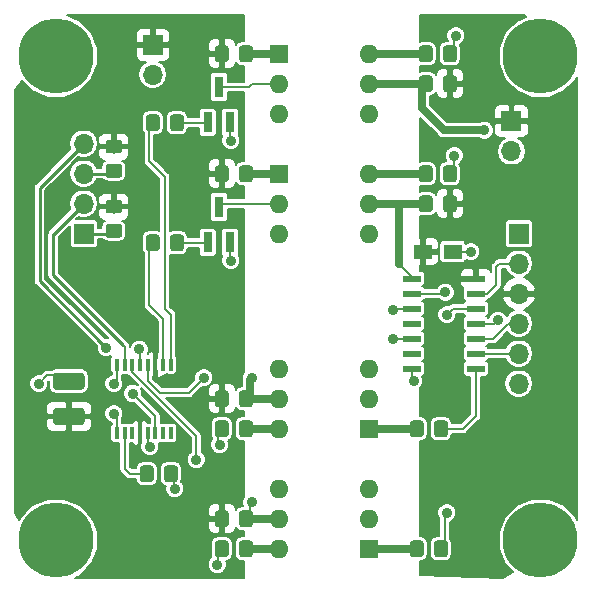
<source format=gbr>
G04 #@! TF.GenerationSoftware,KiCad,Pcbnew,(5.0.2)-1*
G04 #@! TF.CreationDate,2019-07-01T11:40:42-04:00*
G04 #@! TF.ProjectId,OptoUSB,4f70746f-5553-4422-9e6b-696361645f70,rev?*
G04 #@! TF.SameCoordinates,Original*
G04 #@! TF.FileFunction,Copper,L1,Top*
G04 #@! TF.FilePolarity,Positive*
%FSLAX46Y46*%
G04 Gerber Fmt 4.6, Leading zero omitted, Abs format (unit mm)*
G04 Created by KiCad (PCBNEW (5.0.2)-1) date 7/1/2019 11:40:42 AM*
%MOMM*%
%LPD*%
G01*
G04 APERTURE LIST*
G04 #@! TA.AperFunction,Conductor*
%ADD10C,0.150000*%
G04 #@! TD*
G04 #@! TA.AperFunction,SMDPad,CuDef*
%ADD11C,1.150000*%
G04 #@! TD*
G04 #@! TA.AperFunction,SMDPad,CuDef*
%ADD12C,1.425000*%
G04 #@! TD*
G04 #@! TA.AperFunction,ComponentPad*
%ADD13C,6.350000*%
G04 #@! TD*
G04 #@! TA.AperFunction,ComponentPad*
%ADD14R,1.700000X1.700000*%
G04 #@! TD*
G04 #@! TA.AperFunction,ComponentPad*
%ADD15O,1.700000X1.700000*%
G04 #@! TD*
G04 #@! TA.AperFunction,SMDPad,CuDef*
%ADD16R,1.500000X0.600000*%
G04 #@! TD*
G04 #@! TA.AperFunction,SMDPad,CuDef*
%ADD17R,0.400000X1.000000*%
G04 #@! TD*
G04 #@! TA.AperFunction,ComponentPad*
%ADD18R,1.600000X1.600000*%
G04 #@! TD*
G04 #@! TA.AperFunction,ComponentPad*
%ADD19O,1.600000X1.600000*%
G04 #@! TD*
G04 #@! TA.AperFunction,SMDPad,CuDef*
%ADD20R,0.800100X1.800860*%
G04 #@! TD*
G04 #@! TA.AperFunction,SMDPad,CuDef*
%ADD21R,1.500000X1.250000*%
G04 #@! TD*
G04 #@! TA.AperFunction,ViaPad*
%ADD22C,0.889000*%
G04 #@! TD*
G04 #@! TA.AperFunction,Conductor*
%ADD23C,0.635000*%
G04 #@! TD*
G04 #@! TA.AperFunction,Conductor*
%ADD24C,0.203200*%
G04 #@! TD*
G04 #@! TA.AperFunction,Conductor*
%ADD25C,0.254000*%
G04 #@! TD*
G04 APERTURE END LIST*
D10*
G04 #@! TO.N,/+3.3V*
G04 #@! TO.C,C2*
G36*
X12024505Y-38671204D02*
X12048773Y-38674804D01*
X12072572Y-38680765D01*
X12095671Y-38689030D01*
X12117850Y-38699520D01*
X12138893Y-38712132D01*
X12158599Y-38726747D01*
X12176777Y-38743223D01*
X12193253Y-38761401D01*
X12207868Y-38781107D01*
X12220480Y-38802150D01*
X12230970Y-38824329D01*
X12239235Y-38847428D01*
X12245196Y-38871227D01*
X12248796Y-38895495D01*
X12250000Y-38919999D01*
X12250000Y-39820001D01*
X12248796Y-39844505D01*
X12245196Y-39868773D01*
X12239235Y-39892572D01*
X12230970Y-39915671D01*
X12220480Y-39937850D01*
X12207868Y-39958893D01*
X12193253Y-39978599D01*
X12176777Y-39996777D01*
X12158599Y-40013253D01*
X12138893Y-40027868D01*
X12117850Y-40040480D01*
X12095671Y-40050970D01*
X12072572Y-40059235D01*
X12048773Y-40065196D01*
X12024505Y-40068796D01*
X12000001Y-40070000D01*
X11349999Y-40070000D01*
X11325495Y-40068796D01*
X11301227Y-40065196D01*
X11277428Y-40059235D01*
X11254329Y-40050970D01*
X11232150Y-40040480D01*
X11211107Y-40027868D01*
X11191401Y-40013253D01*
X11173223Y-39996777D01*
X11156747Y-39978599D01*
X11142132Y-39958893D01*
X11129520Y-39937850D01*
X11119030Y-39915671D01*
X11110765Y-39892572D01*
X11104804Y-39868773D01*
X11101204Y-39844505D01*
X11100000Y-39820001D01*
X11100000Y-38919999D01*
X11101204Y-38895495D01*
X11104804Y-38871227D01*
X11110765Y-38847428D01*
X11119030Y-38824329D01*
X11129520Y-38802150D01*
X11142132Y-38781107D01*
X11156747Y-38761401D01*
X11173223Y-38743223D01*
X11191401Y-38726747D01*
X11211107Y-38712132D01*
X11232150Y-38699520D01*
X11254329Y-38689030D01*
X11277428Y-38680765D01*
X11301227Y-38674804D01*
X11325495Y-38671204D01*
X11349999Y-38670000D01*
X12000001Y-38670000D01*
X12024505Y-38671204D01*
X12024505Y-38671204D01*
G37*
D11*
G04 #@! TD*
G04 #@! TO.P,C2,1*
G04 #@! TO.N,/+3.3V*
X11675000Y-39370000D03*
D10*
G04 #@! TO.N,/UGND*
G04 #@! TO.C,C2*
G36*
X14074505Y-38671204D02*
X14098773Y-38674804D01*
X14122572Y-38680765D01*
X14145671Y-38689030D01*
X14167850Y-38699520D01*
X14188893Y-38712132D01*
X14208599Y-38726747D01*
X14226777Y-38743223D01*
X14243253Y-38761401D01*
X14257868Y-38781107D01*
X14270480Y-38802150D01*
X14280970Y-38824329D01*
X14289235Y-38847428D01*
X14295196Y-38871227D01*
X14298796Y-38895495D01*
X14300000Y-38919999D01*
X14300000Y-39820001D01*
X14298796Y-39844505D01*
X14295196Y-39868773D01*
X14289235Y-39892572D01*
X14280970Y-39915671D01*
X14270480Y-39937850D01*
X14257868Y-39958893D01*
X14243253Y-39978599D01*
X14226777Y-39996777D01*
X14208599Y-40013253D01*
X14188893Y-40027868D01*
X14167850Y-40040480D01*
X14145671Y-40050970D01*
X14122572Y-40059235D01*
X14098773Y-40065196D01*
X14074505Y-40068796D01*
X14050001Y-40070000D01*
X13399999Y-40070000D01*
X13375495Y-40068796D01*
X13351227Y-40065196D01*
X13327428Y-40059235D01*
X13304329Y-40050970D01*
X13282150Y-40040480D01*
X13261107Y-40027868D01*
X13241401Y-40013253D01*
X13223223Y-39996777D01*
X13206747Y-39978599D01*
X13192132Y-39958893D01*
X13179520Y-39937850D01*
X13169030Y-39915671D01*
X13160765Y-39892572D01*
X13154804Y-39868773D01*
X13151204Y-39844505D01*
X13150000Y-39820001D01*
X13150000Y-38919999D01*
X13151204Y-38895495D01*
X13154804Y-38871227D01*
X13160765Y-38847428D01*
X13169030Y-38824329D01*
X13179520Y-38802150D01*
X13192132Y-38781107D01*
X13206747Y-38761401D01*
X13223223Y-38743223D01*
X13241401Y-38726747D01*
X13261107Y-38712132D01*
X13282150Y-38699520D01*
X13304329Y-38689030D01*
X13327428Y-38680765D01*
X13351227Y-38674804D01*
X13375495Y-38671204D01*
X13399999Y-38670000D01*
X14050001Y-38670000D01*
X14074505Y-38671204D01*
X14074505Y-38671204D01*
G37*
D11*
G04 #@! TD*
G04 #@! TO.P,C2,2*
G04 #@! TO.N,/UGND*
X13725000Y-39370000D03*
D10*
G04 #@! TO.N,/UVCC*
G04 #@! TO.C,C1*
G36*
X6179504Y-33796204D02*
X6203773Y-33799804D01*
X6227571Y-33805765D01*
X6250671Y-33814030D01*
X6272849Y-33824520D01*
X6293893Y-33837133D01*
X6313598Y-33851747D01*
X6331777Y-33868223D01*
X6348253Y-33886402D01*
X6362867Y-33906107D01*
X6375480Y-33927151D01*
X6385970Y-33949329D01*
X6394235Y-33972429D01*
X6400196Y-33996227D01*
X6403796Y-34020496D01*
X6405000Y-34045000D01*
X6405000Y-34970000D01*
X6403796Y-34994504D01*
X6400196Y-35018773D01*
X6394235Y-35042571D01*
X6385970Y-35065671D01*
X6375480Y-35087849D01*
X6362867Y-35108893D01*
X6348253Y-35128598D01*
X6331777Y-35146777D01*
X6313598Y-35163253D01*
X6293893Y-35177867D01*
X6272849Y-35190480D01*
X6250671Y-35200970D01*
X6227571Y-35209235D01*
X6203773Y-35215196D01*
X6179504Y-35218796D01*
X6155000Y-35220000D01*
X4005000Y-35220000D01*
X3980496Y-35218796D01*
X3956227Y-35215196D01*
X3932429Y-35209235D01*
X3909329Y-35200970D01*
X3887151Y-35190480D01*
X3866107Y-35177867D01*
X3846402Y-35163253D01*
X3828223Y-35146777D01*
X3811747Y-35128598D01*
X3797133Y-35108893D01*
X3784520Y-35087849D01*
X3774030Y-35065671D01*
X3765765Y-35042571D01*
X3759804Y-35018773D01*
X3756204Y-34994504D01*
X3755000Y-34970000D01*
X3755000Y-34045000D01*
X3756204Y-34020496D01*
X3759804Y-33996227D01*
X3765765Y-33972429D01*
X3774030Y-33949329D01*
X3784520Y-33927151D01*
X3797133Y-33906107D01*
X3811747Y-33886402D01*
X3828223Y-33868223D01*
X3846402Y-33851747D01*
X3866107Y-33837133D01*
X3887151Y-33824520D01*
X3909329Y-33814030D01*
X3932429Y-33805765D01*
X3956227Y-33799804D01*
X3980496Y-33796204D01*
X4005000Y-33795000D01*
X6155000Y-33795000D01*
X6179504Y-33796204D01*
X6179504Y-33796204D01*
G37*
D12*
G04 #@! TD*
G04 #@! TO.P,C1,1*
G04 #@! TO.N,/UVCC*
X5080000Y-34507500D03*
D10*
G04 #@! TO.N,/UGND*
G04 #@! TO.C,C1*
G36*
X6179504Y-30821204D02*
X6203773Y-30824804D01*
X6227571Y-30830765D01*
X6250671Y-30839030D01*
X6272849Y-30849520D01*
X6293893Y-30862133D01*
X6313598Y-30876747D01*
X6331777Y-30893223D01*
X6348253Y-30911402D01*
X6362867Y-30931107D01*
X6375480Y-30952151D01*
X6385970Y-30974329D01*
X6394235Y-30997429D01*
X6400196Y-31021227D01*
X6403796Y-31045496D01*
X6405000Y-31070000D01*
X6405000Y-31995000D01*
X6403796Y-32019504D01*
X6400196Y-32043773D01*
X6394235Y-32067571D01*
X6385970Y-32090671D01*
X6375480Y-32112849D01*
X6362867Y-32133893D01*
X6348253Y-32153598D01*
X6331777Y-32171777D01*
X6313598Y-32188253D01*
X6293893Y-32202867D01*
X6272849Y-32215480D01*
X6250671Y-32225970D01*
X6227571Y-32234235D01*
X6203773Y-32240196D01*
X6179504Y-32243796D01*
X6155000Y-32245000D01*
X4005000Y-32245000D01*
X3980496Y-32243796D01*
X3956227Y-32240196D01*
X3932429Y-32234235D01*
X3909329Y-32225970D01*
X3887151Y-32215480D01*
X3866107Y-32202867D01*
X3846402Y-32188253D01*
X3828223Y-32171777D01*
X3811747Y-32153598D01*
X3797133Y-32133893D01*
X3784520Y-32112849D01*
X3774030Y-32090671D01*
X3765765Y-32067571D01*
X3759804Y-32043773D01*
X3756204Y-32019504D01*
X3755000Y-31995000D01*
X3755000Y-31070000D01*
X3756204Y-31045496D01*
X3759804Y-31021227D01*
X3765765Y-30997429D01*
X3774030Y-30974329D01*
X3784520Y-30952151D01*
X3797133Y-30931107D01*
X3811747Y-30911402D01*
X3828223Y-30893223D01*
X3846402Y-30876747D01*
X3866107Y-30862133D01*
X3887151Y-30849520D01*
X3909329Y-30839030D01*
X3932429Y-30830765D01*
X3956227Y-30824804D01*
X3980496Y-30821204D01*
X4005000Y-30820000D01*
X6155000Y-30820000D01*
X6179504Y-30821204D01*
X6179504Y-30821204D01*
G37*
D12*
G04 #@! TD*
G04 #@! TO.P,C1,2*
G04 #@! TO.N,/UGND*
X5080000Y-31532500D03*
D13*
G04 #@! TO.P,MTG1,1*
G04 #@! TO.N,Net-(MTG1-Pad1)*
X4000000Y-4000000D03*
G04 #@! TD*
G04 #@! TO.P,MTG2,1*
G04 #@! TO.N,Net-(MTG2-Pad1)*
X4000000Y-45000000D03*
G04 #@! TD*
G04 #@! TO.P,MTG3,1*
G04 #@! TO.N,Net-(MTG3-Pad1)*
X45000000Y-4000000D03*
G04 #@! TD*
G04 #@! TO.P,MTG4,1*
G04 #@! TO.N,Net-(MTG4-Pad1)*
X45000000Y-45000000D03*
G04 #@! TD*
D14*
G04 #@! TO.P,J3,1*
G04 #@! TO.N,GND*
X43180000Y-19050000D03*
D15*
G04 #@! TO.P,J3,2*
G04 #@! TO.N,/FCTS*
X43180000Y-21590000D03*
G04 #@! TO.P,J3,3*
G04 #@! TO.N,VCC*
X43180000Y-24130000D03*
G04 #@! TO.P,J3,4*
G04 #@! TO.N,/FTX*
X43180000Y-26670000D03*
G04 #@! TO.P,J3,5*
G04 #@! TO.N,/FRX*
X43180000Y-29210000D03*
G04 #@! TO.P,J3,6*
G04 #@! TO.N,/FRTS*
X43180000Y-31750000D03*
G04 #@! TD*
D10*
G04 #@! TO.N,Net-(R9-Pad2)*
G04 #@! TO.C,R9*
G36*
X35646505Y-3111204D02*
X35670773Y-3114804D01*
X35694572Y-3120765D01*
X35717671Y-3129030D01*
X35739850Y-3139520D01*
X35760893Y-3152132D01*
X35780599Y-3166747D01*
X35798777Y-3183223D01*
X35815253Y-3201401D01*
X35829868Y-3221107D01*
X35842480Y-3242150D01*
X35852970Y-3264329D01*
X35861235Y-3287428D01*
X35867196Y-3311227D01*
X35870796Y-3335495D01*
X35872000Y-3359999D01*
X35872000Y-4260001D01*
X35870796Y-4284505D01*
X35867196Y-4308773D01*
X35861235Y-4332572D01*
X35852970Y-4355671D01*
X35842480Y-4377850D01*
X35829868Y-4398893D01*
X35815253Y-4418599D01*
X35798777Y-4436777D01*
X35780599Y-4453253D01*
X35760893Y-4467868D01*
X35739850Y-4480480D01*
X35717671Y-4490970D01*
X35694572Y-4499235D01*
X35670773Y-4505196D01*
X35646505Y-4508796D01*
X35622001Y-4510000D01*
X34971999Y-4510000D01*
X34947495Y-4508796D01*
X34923227Y-4505196D01*
X34899428Y-4499235D01*
X34876329Y-4490970D01*
X34854150Y-4480480D01*
X34833107Y-4467868D01*
X34813401Y-4453253D01*
X34795223Y-4436777D01*
X34778747Y-4418599D01*
X34764132Y-4398893D01*
X34751520Y-4377850D01*
X34741030Y-4355671D01*
X34732765Y-4332572D01*
X34726804Y-4308773D01*
X34723204Y-4284505D01*
X34722000Y-4260001D01*
X34722000Y-3359999D01*
X34723204Y-3335495D01*
X34726804Y-3311227D01*
X34732765Y-3287428D01*
X34741030Y-3264329D01*
X34751520Y-3242150D01*
X34764132Y-3221107D01*
X34778747Y-3201401D01*
X34795223Y-3183223D01*
X34813401Y-3166747D01*
X34833107Y-3152132D01*
X34854150Y-3139520D01*
X34876329Y-3129030D01*
X34899428Y-3120765D01*
X34923227Y-3114804D01*
X34947495Y-3111204D01*
X34971999Y-3110000D01*
X35622001Y-3110000D01*
X35646505Y-3111204D01*
X35646505Y-3111204D01*
G37*
D11*
G04 #@! TD*
G04 #@! TO.P,R9,2*
G04 #@! TO.N,Net-(R9-Pad2)*
X35297000Y-3810000D03*
D10*
G04 #@! TO.N,GND*
G04 #@! TO.C,R9*
G36*
X37696505Y-3111204D02*
X37720773Y-3114804D01*
X37744572Y-3120765D01*
X37767671Y-3129030D01*
X37789850Y-3139520D01*
X37810893Y-3152132D01*
X37830599Y-3166747D01*
X37848777Y-3183223D01*
X37865253Y-3201401D01*
X37879868Y-3221107D01*
X37892480Y-3242150D01*
X37902970Y-3264329D01*
X37911235Y-3287428D01*
X37917196Y-3311227D01*
X37920796Y-3335495D01*
X37922000Y-3359999D01*
X37922000Y-4260001D01*
X37920796Y-4284505D01*
X37917196Y-4308773D01*
X37911235Y-4332572D01*
X37902970Y-4355671D01*
X37892480Y-4377850D01*
X37879868Y-4398893D01*
X37865253Y-4418599D01*
X37848777Y-4436777D01*
X37830599Y-4453253D01*
X37810893Y-4467868D01*
X37789850Y-4480480D01*
X37767671Y-4490970D01*
X37744572Y-4499235D01*
X37720773Y-4505196D01*
X37696505Y-4508796D01*
X37672001Y-4510000D01*
X37021999Y-4510000D01*
X36997495Y-4508796D01*
X36973227Y-4505196D01*
X36949428Y-4499235D01*
X36926329Y-4490970D01*
X36904150Y-4480480D01*
X36883107Y-4467868D01*
X36863401Y-4453253D01*
X36845223Y-4436777D01*
X36828747Y-4418599D01*
X36814132Y-4398893D01*
X36801520Y-4377850D01*
X36791030Y-4355671D01*
X36782765Y-4332572D01*
X36776804Y-4308773D01*
X36773204Y-4284505D01*
X36772000Y-4260001D01*
X36772000Y-3359999D01*
X36773204Y-3335495D01*
X36776804Y-3311227D01*
X36782765Y-3287428D01*
X36791030Y-3264329D01*
X36801520Y-3242150D01*
X36814132Y-3221107D01*
X36828747Y-3201401D01*
X36845223Y-3183223D01*
X36863401Y-3166747D01*
X36883107Y-3152132D01*
X36904150Y-3139520D01*
X36926329Y-3129030D01*
X36949428Y-3120765D01*
X36973227Y-3114804D01*
X36997495Y-3111204D01*
X37021999Y-3110000D01*
X37672001Y-3110000D01*
X37696505Y-3111204D01*
X37696505Y-3111204D01*
G37*
D11*
G04 #@! TD*
G04 #@! TO.P,R9,1*
G04 #@! TO.N,GND*
X37347000Y-3810000D03*
D10*
G04 #@! TO.N,Net-(Q1-Pad1)*
G04 #@! TO.C,R15*
G36*
X14582505Y-8953204D02*
X14606773Y-8956804D01*
X14630572Y-8962765D01*
X14653671Y-8971030D01*
X14675850Y-8981520D01*
X14696893Y-8994132D01*
X14716599Y-9008747D01*
X14734777Y-9025223D01*
X14751253Y-9043401D01*
X14765868Y-9063107D01*
X14778480Y-9084150D01*
X14788970Y-9106329D01*
X14797235Y-9129428D01*
X14803196Y-9153227D01*
X14806796Y-9177495D01*
X14808000Y-9201999D01*
X14808000Y-10102001D01*
X14806796Y-10126505D01*
X14803196Y-10150773D01*
X14797235Y-10174572D01*
X14788970Y-10197671D01*
X14778480Y-10219850D01*
X14765868Y-10240893D01*
X14751253Y-10260599D01*
X14734777Y-10278777D01*
X14716599Y-10295253D01*
X14696893Y-10309868D01*
X14675850Y-10322480D01*
X14653671Y-10332970D01*
X14630572Y-10341235D01*
X14606773Y-10347196D01*
X14582505Y-10350796D01*
X14558001Y-10352000D01*
X13907999Y-10352000D01*
X13883495Y-10350796D01*
X13859227Y-10347196D01*
X13835428Y-10341235D01*
X13812329Y-10332970D01*
X13790150Y-10322480D01*
X13769107Y-10309868D01*
X13749401Y-10295253D01*
X13731223Y-10278777D01*
X13714747Y-10260599D01*
X13700132Y-10240893D01*
X13687520Y-10219850D01*
X13677030Y-10197671D01*
X13668765Y-10174572D01*
X13662804Y-10150773D01*
X13659204Y-10126505D01*
X13658000Y-10102001D01*
X13658000Y-9201999D01*
X13659204Y-9177495D01*
X13662804Y-9153227D01*
X13668765Y-9129428D01*
X13677030Y-9106329D01*
X13687520Y-9084150D01*
X13700132Y-9063107D01*
X13714747Y-9043401D01*
X13731223Y-9025223D01*
X13749401Y-9008747D01*
X13769107Y-8994132D01*
X13790150Y-8981520D01*
X13812329Y-8971030D01*
X13835428Y-8962765D01*
X13859227Y-8956804D01*
X13883495Y-8953204D01*
X13907999Y-8952000D01*
X14558001Y-8952000D01*
X14582505Y-8953204D01*
X14582505Y-8953204D01*
G37*
D11*
G04 #@! TD*
G04 #@! TO.P,R15,1*
G04 #@! TO.N,Net-(Q1-Pad1)*
X14233000Y-9652000D03*
D10*
G04 #@! TO.N,/UTX*
G04 #@! TO.C,R15*
G36*
X12532505Y-8953204D02*
X12556773Y-8956804D01*
X12580572Y-8962765D01*
X12603671Y-8971030D01*
X12625850Y-8981520D01*
X12646893Y-8994132D01*
X12666599Y-9008747D01*
X12684777Y-9025223D01*
X12701253Y-9043401D01*
X12715868Y-9063107D01*
X12728480Y-9084150D01*
X12738970Y-9106329D01*
X12747235Y-9129428D01*
X12753196Y-9153227D01*
X12756796Y-9177495D01*
X12758000Y-9201999D01*
X12758000Y-10102001D01*
X12756796Y-10126505D01*
X12753196Y-10150773D01*
X12747235Y-10174572D01*
X12738970Y-10197671D01*
X12728480Y-10219850D01*
X12715868Y-10240893D01*
X12701253Y-10260599D01*
X12684777Y-10278777D01*
X12666599Y-10295253D01*
X12646893Y-10309868D01*
X12625850Y-10322480D01*
X12603671Y-10332970D01*
X12580572Y-10341235D01*
X12556773Y-10347196D01*
X12532505Y-10350796D01*
X12508001Y-10352000D01*
X11857999Y-10352000D01*
X11833495Y-10350796D01*
X11809227Y-10347196D01*
X11785428Y-10341235D01*
X11762329Y-10332970D01*
X11740150Y-10322480D01*
X11719107Y-10309868D01*
X11699401Y-10295253D01*
X11681223Y-10278777D01*
X11664747Y-10260599D01*
X11650132Y-10240893D01*
X11637520Y-10219850D01*
X11627030Y-10197671D01*
X11618765Y-10174572D01*
X11612804Y-10150773D01*
X11609204Y-10126505D01*
X11608000Y-10102001D01*
X11608000Y-9201999D01*
X11609204Y-9177495D01*
X11612804Y-9153227D01*
X11618765Y-9129428D01*
X11627030Y-9106329D01*
X11637520Y-9084150D01*
X11650132Y-9063107D01*
X11664747Y-9043401D01*
X11681223Y-9025223D01*
X11699401Y-9008747D01*
X11719107Y-8994132D01*
X11740150Y-8981520D01*
X11762329Y-8971030D01*
X11785428Y-8962765D01*
X11809227Y-8956804D01*
X11833495Y-8953204D01*
X11857999Y-8952000D01*
X12508001Y-8952000D01*
X12532505Y-8953204D01*
X12532505Y-8953204D01*
G37*
D11*
G04 #@! TD*
G04 #@! TO.P,R15,2*
G04 #@! TO.N,/UTX*
X12183000Y-9652000D03*
D10*
G04 #@! TO.N,/LCTS*
G04 #@! TO.C,R14*
G36*
X36934505Y-45021204D02*
X36958773Y-45024804D01*
X36982572Y-45030765D01*
X37005671Y-45039030D01*
X37027850Y-45049520D01*
X37048893Y-45062132D01*
X37068599Y-45076747D01*
X37086777Y-45093223D01*
X37103253Y-45111401D01*
X37117868Y-45131107D01*
X37130480Y-45152150D01*
X37140970Y-45174329D01*
X37149235Y-45197428D01*
X37155196Y-45221227D01*
X37158796Y-45245495D01*
X37160000Y-45269999D01*
X37160000Y-46170001D01*
X37158796Y-46194505D01*
X37155196Y-46218773D01*
X37149235Y-46242572D01*
X37140970Y-46265671D01*
X37130480Y-46287850D01*
X37117868Y-46308893D01*
X37103253Y-46328599D01*
X37086777Y-46346777D01*
X37068599Y-46363253D01*
X37048893Y-46377868D01*
X37027850Y-46390480D01*
X37005671Y-46400970D01*
X36982572Y-46409235D01*
X36958773Y-46415196D01*
X36934505Y-46418796D01*
X36910001Y-46420000D01*
X36259999Y-46420000D01*
X36235495Y-46418796D01*
X36211227Y-46415196D01*
X36187428Y-46409235D01*
X36164329Y-46400970D01*
X36142150Y-46390480D01*
X36121107Y-46377868D01*
X36101401Y-46363253D01*
X36083223Y-46346777D01*
X36066747Y-46328599D01*
X36052132Y-46308893D01*
X36039520Y-46287850D01*
X36029030Y-46265671D01*
X36020765Y-46242572D01*
X36014804Y-46218773D01*
X36011204Y-46194505D01*
X36010000Y-46170001D01*
X36010000Y-45269999D01*
X36011204Y-45245495D01*
X36014804Y-45221227D01*
X36020765Y-45197428D01*
X36029030Y-45174329D01*
X36039520Y-45152150D01*
X36052132Y-45131107D01*
X36066747Y-45111401D01*
X36083223Y-45093223D01*
X36101401Y-45076747D01*
X36121107Y-45062132D01*
X36142150Y-45049520D01*
X36164329Y-45039030D01*
X36187428Y-45030765D01*
X36211227Y-45024804D01*
X36235495Y-45021204D01*
X36259999Y-45020000D01*
X36910001Y-45020000D01*
X36934505Y-45021204D01*
X36934505Y-45021204D01*
G37*
D11*
G04 #@! TD*
G04 #@! TO.P,R14,2*
G04 #@! TO.N,/LCTS*
X36585000Y-45720000D03*
D10*
G04 #@! TO.N,Net-(R14-Pad1)*
G04 #@! TO.C,R14*
G36*
X34884505Y-45021204D02*
X34908773Y-45024804D01*
X34932572Y-45030765D01*
X34955671Y-45039030D01*
X34977850Y-45049520D01*
X34998893Y-45062132D01*
X35018599Y-45076747D01*
X35036777Y-45093223D01*
X35053253Y-45111401D01*
X35067868Y-45131107D01*
X35080480Y-45152150D01*
X35090970Y-45174329D01*
X35099235Y-45197428D01*
X35105196Y-45221227D01*
X35108796Y-45245495D01*
X35110000Y-45269999D01*
X35110000Y-46170001D01*
X35108796Y-46194505D01*
X35105196Y-46218773D01*
X35099235Y-46242572D01*
X35090970Y-46265671D01*
X35080480Y-46287850D01*
X35067868Y-46308893D01*
X35053253Y-46328599D01*
X35036777Y-46346777D01*
X35018599Y-46363253D01*
X34998893Y-46377868D01*
X34977850Y-46390480D01*
X34955671Y-46400970D01*
X34932572Y-46409235D01*
X34908773Y-46415196D01*
X34884505Y-46418796D01*
X34860001Y-46420000D01*
X34209999Y-46420000D01*
X34185495Y-46418796D01*
X34161227Y-46415196D01*
X34137428Y-46409235D01*
X34114329Y-46400970D01*
X34092150Y-46390480D01*
X34071107Y-46377868D01*
X34051401Y-46363253D01*
X34033223Y-46346777D01*
X34016747Y-46328599D01*
X34002132Y-46308893D01*
X33989520Y-46287850D01*
X33979030Y-46265671D01*
X33970765Y-46242572D01*
X33964804Y-46218773D01*
X33961204Y-46194505D01*
X33960000Y-46170001D01*
X33960000Y-45269999D01*
X33961204Y-45245495D01*
X33964804Y-45221227D01*
X33970765Y-45197428D01*
X33979030Y-45174329D01*
X33989520Y-45152150D01*
X34002132Y-45131107D01*
X34016747Y-45111401D01*
X34033223Y-45093223D01*
X34051401Y-45076747D01*
X34071107Y-45062132D01*
X34092150Y-45049520D01*
X34114329Y-45039030D01*
X34137428Y-45030765D01*
X34161227Y-45024804D01*
X34185495Y-45021204D01*
X34209999Y-45020000D01*
X34860001Y-45020000D01*
X34884505Y-45021204D01*
X34884505Y-45021204D01*
G37*
D11*
G04 #@! TD*
G04 #@! TO.P,R14,1*
G04 #@! TO.N,Net-(R14-Pad1)*
X34535000Y-45720000D03*
D10*
G04 #@! TO.N,Net-(R13-Pad1)*
G04 #@! TO.C,R13*
G36*
X34884505Y-34861204D02*
X34908773Y-34864804D01*
X34932572Y-34870765D01*
X34955671Y-34879030D01*
X34977850Y-34889520D01*
X34998893Y-34902132D01*
X35018599Y-34916747D01*
X35036777Y-34933223D01*
X35053253Y-34951401D01*
X35067868Y-34971107D01*
X35080480Y-34992150D01*
X35090970Y-35014329D01*
X35099235Y-35037428D01*
X35105196Y-35061227D01*
X35108796Y-35085495D01*
X35110000Y-35109999D01*
X35110000Y-36010001D01*
X35108796Y-36034505D01*
X35105196Y-36058773D01*
X35099235Y-36082572D01*
X35090970Y-36105671D01*
X35080480Y-36127850D01*
X35067868Y-36148893D01*
X35053253Y-36168599D01*
X35036777Y-36186777D01*
X35018599Y-36203253D01*
X34998893Y-36217868D01*
X34977850Y-36230480D01*
X34955671Y-36240970D01*
X34932572Y-36249235D01*
X34908773Y-36255196D01*
X34884505Y-36258796D01*
X34860001Y-36260000D01*
X34209999Y-36260000D01*
X34185495Y-36258796D01*
X34161227Y-36255196D01*
X34137428Y-36249235D01*
X34114329Y-36240970D01*
X34092150Y-36230480D01*
X34071107Y-36217868D01*
X34051401Y-36203253D01*
X34033223Y-36186777D01*
X34016747Y-36168599D01*
X34002132Y-36148893D01*
X33989520Y-36127850D01*
X33979030Y-36105671D01*
X33970765Y-36082572D01*
X33964804Y-36058773D01*
X33961204Y-36034505D01*
X33960000Y-36010001D01*
X33960000Y-35109999D01*
X33961204Y-35085495D01*
X33964804Y-35061227D01*
X33970765Y-35037428D01*
X33979030Y-35014329D01*
X33989520Y-34992150D01*
X34002132Y-34971107D01*
X34016747Y-34951401D01*
X34033223Y-34933223D01*
X34051401Y-34916747D01*
X34071107Y-34902132D01*
X34092150Y-34889520D01*
X34114329Y-34879030D01*
X34137428Y-34870765D01*
X34161227Y-34864804D01*
X34185495Y-34861204D01*
X34209999Y-34860000D01*
X34860001Y-34860000D01*
X34884505Y-34861204D01*
X34884505Y-34861204D01*
G37*
D11*
G04 #@! TD*
G04 #@! TO.P,R13,1*
G04 #@! TO.N,Net-(R13-Pad1)*
X34535000Y-35560000D03*
D10*
G04 #@! TO.N,/LRX*
G04 #@! TO.C,R13*
G36*
X36934505Y-34861204D02*
X36958773Y-34864804D01*
X36982572Y-34870765D01*
X37005671Y-34879030D01*
X37027850Y-34889520D01*
X37048893Y-34902132D01*
X37068599Y-34916747D01*
X37086777Y-34933223D01*
X37103253Y-34951401D01*
X37117868Y-34971107D01*
X37130480Y-34992150D01*
X37140970Y-35014329D01*
X37149235Y-35037428D01*
X37155196Y-35061227D01*
X37158796Y-35085495D01*
X37160000Y-35109999D01*
X37160000Y-36010001D01*
X37158796Y-36034505D01*
X37155196Y-36058773D01*
X37149235Y-36082572D01*
X37140970Y-36105671D01*
X37130480Y-36127850D01*
X37117868Y-36148893D01*
X37103253Y-36168599D01*
X37086777Y-36186777D01*
X37068599Y-36203253D01*
X37048893Y-36217868D01*
X37027850Y-36230480D01*
X37005671Y-36240970D01*
X36982572Y-36249235D01*
X36958773Y-36255196D01*
X36934505Y-36258796D01*
X36910001Y-36260000D01*
X36259999Y-36260000D01*
X36235495Y-36258796D01*
X36211227Y-36255196D01*
X36187428Y-36249235D01*
X36164329Y-36240970D01*
X36142150Y-36230480D01*
X36121107Y-36217868D01*
X36101401Y-36203253D01*
X36083223Y-36186777D01*
X36066747Y-36168599D01*
X36052132Y-36148893D01*
X36039520Y-36127850D01*
X36029030Y-36105671D01*
X36020765Y-36082572D01*
X36014804Y-36058773D01*
X36011204Y-36034505D01*
X36010000Y-36010001D01*
X36010000Y-35109999D01*
X36011204Y-35085495D01*
X36014804Y-35061227D01*
X36020765Y-35037428D01*
X36029030Y-35014329D01*
X36039520Y-34992150D01*
X36052132Y-34971107D01*
X36066747Y-34951401D01*
X36083223Y-34933223D01*
X36101401Y-34916747D01*
X36121107Y-34902132D01*
X36142150Y-34889520D01*
X36164329Y-34879030D01*
X36187428Y-34870765D01*
X36211227Y-34864804D01*
X36235495Y-34861204D01*
X36259999Y-34860000D01*
X36910001Y-34860000D01*
X36934505Y-34861204D01*
X36934505Y-34861204D01*
G37*
D11*
G04 #@! TD*
G04 #@! TO.P,R13,2*
G04 #@! TO.N,/LRX*
X36585000Y-35560000D03*
D10*
G04 #@! TO.N,/LRTS*
G04 #@! TO.C,R12*
G36*
X35646505Y-15811204D02*
X35670773Y-15814804D01*
X35694572Y-15820765D01*
X35717671Y-15829030D01*
X35739850Y-15839520D01*
X35760893Y-15852132D01*
X35780599Y-15866747D01*
X35798777Y-15883223D01*
X35815253Y-15901401D01*
X35829868Y-15921107D01*
X35842480Y-15942150D01*
X35852970Y-15964329D01*
X35861235Y-15987428D01*
X35867196Y-16011227D01*
X35870796Y-16035495D01*
X35872000Y-16059999D01*
X35872000Y-16960001D01*
X35870796Y-16984505D01*
X35867196Y-17008773D01*
X35861235Y-17032572D01*
X35852970Y-17055671D01*
X35842480Y-17077850D01*
X35829868Y-17098893D01*
X35815253Y-17118599D01*
X35798777Y-17136777D01*
X35780599Y-17153253D01*
X35760893Y-17167868D01*
X35739850Y-17180480D01*
X35717671Y-17190970D01*
X35694572Y-17199235D01*
X35670773Y-17205196D01*
X35646505Y-17208796D01*
X35622001Y-17210000D01*
X34971999Y-17210000D01*
X34947495Y-17208796D01*
X34923227Y-17205196D01*
X34899428Y-17199235D01*
X34876329Y-17190970D01*
X34854150Y-17180480D01*
X34833107Y-17167868D01*
X34813401Y-17153253D01*
X34795223Y-17136777D01*
X34778747Y-17118599D01*
X34764132Y-17098893D01*
X34751520Y-17077850D01*
X34741030Y-17055671D01*
X34732765Y-17032572D01*
X34726804Y-17008773D01*
X34723204Y-16984505D01*
X34722000Y-16960001D01*
X34722000Y-16059999D01*
X34723204Y-16035495D01*
X34726804Y-16011227D01*
X34732765Y-15987428D01*
X34741030Y-15964329D01*
X34751520Y-15942150D01*
X34764132Y-15921107D01*
X34778747Y-15901401D01*
X34795223Y-15883223D01*
X34813401Y-15866747D01*
X34833107Y-15852132D01*
X34854150Y-15839520D01*
X34876329Y-15829030D01*
X34899428Y-15820765D01*
X34923227Y-15814804D01*
X34947495Y-15811204D01*
X34971999Y-15810000D01*
X35622001Y-15810000D01*
X35646505Y-15811204D01*
X35646505Y-15811204D01*
G37*
D11*
G04 #@! TD*
G04 #@! TO.P,R12,2*
G04 #@! TO.N,/LRTS*
X35297000Y-16510000D03*
D10*
G04 #@! TO.N,VCC*
G04 #@! TO.C,R12*
G36*
X37696505Y-15811204D02*
X37720773Y-15814804D01*
X37744572Y-15820765D01*
X37767671Y-15829030D01*
X37789850Y-15839520D01*
X37810893Y-15852132D01*
X37830599Y-15866747D01*
X37848777Y-15883223D01*
X37865253Y-15901401D01*
X37879868Y-15921107D01*
X37892480Y-15942150D01*
X37902970Y-15964329D01*
X37911235Y-15987428D01*
X37917196Y-16011227D01*
X37920796Y-16035495D01*
X37922000Y-16059999D01*
X37922000Y-16960001D01*
X37920796Y-16984505D01*
X37917196Y-17008773D01*
X37911235Y-17032572D01*
X37902970Y-17055671D01*
X37892480Y-17077850D01*
X37879868Y-17098893D01*
X37865253Y-17118599D01*
X37848777Y-17136777D01*
X37830599Y-17153253D01*
X37810893Y-17167868D01*
X37789850Y-17180480D01*
X37767671Y-17190970D01*
X37744572Y-17199235D01*
X37720773Y-17205196D01*
X37696505Y-17208796D01*
X37672001Y-17210000D01*
X37021999Y-17210000D01*
X36997495Y-17208796D01*
X36973227Y-17205196D01*
X36949428Y-17199235D01*
X36926329Y-17190970D01*
X36904150Y-17180480D01*
X36883107Y-17167868D01*
X36863401Y-17153253D01*
X36845223Y-17136777D01*
X36828747Y-17118599D01*
X36814132Y-17098893D01*
X36801520Y-17077850D01*
X36791030Y-17055671D01*
X36782765Y-17032572D01*
X36776804Y-17008773D01*
X36773204Y-16984505D01*
X36772000Y-16960001D01*
X36772000Y-16059999D01*
X36773204Y-16035495D01*
X36776804Y-16011227D01*
X36782765Y-15987428D01*
X36791030Y-15964329D01*
X36801520Y-15942150D01*
X36814132Y-15921107D01*
X36828747Y-15901401D01*
X36845223Y-15883223D01*
X36863401Y-15866747D01*
X36883107Y-15852132D01*
X36904150Y-15839520D01*
X36926329Y-15829030D01*
X36949428Y-15820765D01*
X36973227Y-15814804D01*
X36997495Y-15811204D01*
X37021999Y-15810000D01*
X37672001Y-15810000D01*
X37696505Y-15811204D01*
X37696505Y-15811204D01*
G37*
D11*
G04 #@! TD*
G04 #@! TO.P,R12,1*
G04 #@! TO.N,VCC*
X37347000Y-16510000D03*
D10*
G04 #@! TO.N,GND*
G04 #@! TO.C,R11*
G36*
X37696505Y-13271204D02*
X37720773Y-13274804D01*
X37744572Y-13280765D01*
X37767671Y-13289030D01*
X37789850Y-13299520D01*
X37810893Y-13312132D01*
X37830599Y-13326747D01*
X37848777Y-13343223D01*
X37865253Y-13361401D01*
X37879868Y-13381107D01*
X37892480Y-13402150D01*
X37902970Y-13424329D01*
X37911235Y-13447428D01*
X37917196Y-13471227D01*
X37920796Y-13495495D01*
X37922000Y-13519999D01*
X37922000Y-14420001D01*
X37920796Y-14444505D01*
X37917196Y-14468773D01*
X37911235Y-14492572D01*
X37902970Y-14515671D01*
X37892480Y-14537850D01*
X37879868Y-14558893D01*
X37865253Y-14578599D01*
X37848777Y-14596777D01*
X37830599Y-14613253D01*
X37810893Y-14627868D01*
X37789850Y-14640480D01*
X37767671Y-14650970D01*
X37744572Y-14659235D01*
X37720773Y-14665196D01*
X37696505Y-14668796D01*
X37672001Y-14670000D01*
X37021999Y-14670000D01*
X36997495Y-14668796D01*
X36973227Y-14665196D01*
X36949428Y-14659235D01*
X36926329Y-14650970D01*
X36904150Y-14640480D01*
X36883107Y-14627868D01*
X36863401Y-14613253D01*
X36845223Y-14596777D01*
X36828747Y-14578599D01*
X36814132Y-14558893D01*
X36801520Y-14537850D01*
X36791030Y-14515671D01*
X36782765Y-14492572D01*
X36776804Y-14468773D01*
X36773204Y-14444505D01*
X36772000Y-14420001D01*
X36772000Y-13519999D01*
X36773204Y-13495495D01*
X36776804Y-13471227D01*
X36782765Y-13447428D01*
X36791030Y-13424329D01*
X36801520Y-13402150D01*
X36814132Y-13381107D01*
X36828747Y-13361401D01*
X36845223Y-13343223D01*
X36863401Y-13326747D01*
X36883107Y-13312132D01*
X36904150Y-13299520D01*
X36926329Y-13289030D01*
X36949428Y-13280765D01*
X36973227Y-13274804D01*
X36997495Y-13271204D01*
X37021999Y-13270000D01*
X37672001Y-13270000D01*
X37696505Y-13271204D01*
X37696505Y-13271204D01*
G37*
D11*
G04 #@! TD*
G04 #@! TO.P,R11,1*
G04 #@! TO.N,GND*
X37347000Y-13970000D03*
D10*
G04 #@! TO.N,Net-(R11-Pad2)*
G04 #@! TO.C,R11*
G36*
X35646505Y-13271204D02*
X35670773Y-13274804D01*
X35694572Y-13280765D01*
X35717671Y-13289030D01*
X35739850Y-13299520D01*
X35760893Y-13312132D01*
X35780599Y-13326747D01*
X35798777Y-13343223D01*
X35815253Y-13361401D01*
X35829868Y-13381107D01*
X35842480Y-13402150D01*
X35852970Y-13424329D01*
X35861235Y-13447428D01*
X35867196Y-13471227D01*
X35870796Y-13495495D01*
X35872000Y-13519999D01*
X35872000Y-14420001D01*
X35870796Y-14444505D01*
X35867196Y-14468773D01*
X35861235Y-14492572D01*
X35852970Y-14515671D01*
X35842480Y-14537850D01*
X35829868Y-14558893D01*
X35815253Y-14578599D01*
X35798777Y-14596777D01*
X35780599Y-14613253D01*
X35760893Y-14627868D01*
X35739850Y-14640480D01*
X35717671Y-14650970D01*
X35694572Y-14659235D01*
X35670773Y-14665196D01*
X35646505Y-14668796D01*
X35622001Y-14670000D01*
X34971999Y-14670000D01*
X34947495Y-14668796D01*
X34923227Y-14665196D01*
X34899428Y-14659235D01*
X34876329Y-14650970D01*
X34854150Y-14640480D01*
X34833107Y-14627868D01*
X34813401Y-14613253D01*
X34795223Y-14596777D01*
X34778747Y-14578599D01*
X34764132Y-14558893D01*
X34751520Y-14537850D01*
X34741030Y-14515671D01*
X34732765Y-14492572D01*
X34726804Y-14468773D01*
X34723204Y-14444505D01*
X34722000Y-14420001D01*
X34722000Y-13519999D01*
X34723204Y-13495495D01*
X34726804Y-13471227D01*
X34732765Y-13447428D01*
X34741030Y-13424329D01*
X34751520Y-13402150D01*
X34764132Y-13381107D01*
X34778747Y-13361401D01*
X34795223Y-13343223D01*
X34813401Y-13326747D01*
X34833107Y-13312132D01*
X34854150Y-13299520D01*
X34876329Y-13289030D01*
X34899428Y-13280765D01*
X34923227Y-13274804D01*
X34947495Y-13271204D01*
X34971999Y-13270000D01*
X35622001Y-13270000D01*
X35646505Y-13271204D01*
X35646505Y-13271204D01*
G37*
D11*
G04 #@! TD*
G04 #@! TO.P,R11,2*
G04 #@! TO.N,Net-(R11-Pad2)*
X35297000Y-13970000D03*
D10*
G04 #@! TO.N,/PUP1*
G04 #@! TO.C,R1*
G36*
X9364505Y-13151204D02*
X9388773Y-13154804D01*
X9412572Y-13160765D01*
X9435671Y-13169030D01*
X9457850Y-13179520D01*
X9478893Y-13192132D01*
X9498599Y-13206747D01*
X9516777Y-13223223D01*
X9533253Y-13241401D01*
X9547868Y-13261107D01*
X9560480Y-13282150D01*
X9570970Y-13304329D01*
X9579235Y-13327428D01*
X9585196Y-13351227D01*
X9588796Y-13375495D01*
X9590000Y-13399999D01*
X9590000Y-14050001D01*
X9588796Y-14074505D01*
X9585196Y-14098773D01*
X9579235Y-14122572D01*
X9570970Y-14145671D01*
X9560480Y-14167850D01*
X9547868Y-14188893D01*
X9533253Y-14208599D01*
X9516777Y-14226777D01*
X9498599Y-14243253D01*
X9478893Y-14257868D01*
X9457850Y-14270480D01*
X9435671Y-14280970D01*
X9412572Y-14289235D01*
X9388773Y-14295196D01*
X9364505Y-14298796D01*
X9340001Y-14300000D01*
X8439999Y-14300000D01*
X8415495Y-14298796D01*
X8391227Y-14295196D01*
X8367428Y-14289235D01*
X8344329Y-14280970D01*
X8322150Y-14270480D01*
X8301107Y-14257868D01*
X8281401Y-14243253D01*
X8263223Y-14226777D01*
X8246747Y-14208599D01*
X8232132Y-14188893D01*
X8219520Y-14167850D01*
X8209030Y-14145671D01*
X8200765Y-14122572D01*
X8194804Y-14098773D01*
X8191204Y-14074505D01*
X8190000Y-14050001D01*
X8190000Y-13399999D01*
X8191204Y-13375495D01*
X8194804Y-13351227D01*
X8200765Y-13327428D01*
X8209030Y-13304329D01*
X8219520Y-13282150D01*
X8232132Y-13261107D01*
X8246747Y-13241401D01*
X8263223Y-13223223D01*
X8281401Y-13206747D01*
X8301107Y-13192132D01*
X8322150Y-13179520D01*
X8344329Y-13169030D01*
X8367428Y-13160765D01*
X8391227Y-13154804D01*
X8415495Y-13151204D01*
X8439999Y-13150000D01*
X9340001Y-13150000D01*
X9364505Y-13151204D01*
X9364505Y-13151204D01*
G37*
D11*
G04 #@! TD*
G04 #@! TO.P,R1,2*
G04 #@! TO.N,/PUP1*
X8890000Y-13725000D03*
D10*
G04 #@! TO.N,/UVCC*
G04 #@! TO.C,R1*
G36*
X9364505Y-11101204D02*
X9388773Y-11104804D01*
X9412572Y-11110765D01*
X9435671Y-11119030D01*
X9457850Y-11129520D01*
X9478893Y-11142132D01*
X9498599Y-11156747D01*
X9516777Y-11173223D01*
X9533253Y-11191401D01*
X9547868Y-11211107D01*
X9560480Y-11232150D01*
X9570970Y-11254329D01*
X9579235Y-11277428D01*
X9585196Y-11301227D01*
X9588796Y-11325495D01*
X9590000Y-11349999D01*
X9590000Y-12000001D01*
X9588796Y-12024505D01*
X9585196Y-12048773D01*
X9579235Y-12072572D01*
X9570970Y-12095671D01*
X9560480Y-12117850D01*
X9547868Y-12138893D01*
X9533253Y-12158599D01*
X9516777Y-12176777D01*
X9498599Y-12193253D01*
X9478893Y-12207868D01*
X9457850Y-12220480D01*
X9435671Y-12230970D01*
X9412572Y-12239235D01*
X9388773Y-12245196D01*
X9364505Y-12248796D01*
X9340001Y-12250000D01*
X8439999Y-12250000D01*
X8415495Y-12248796D01*
X8391227Y-12245196D01*
X8367428Y-12239235D01*
X8344329Y-12230970D01*
X8322150Y-12220480D01*
X8301107Y-12207868D01*
X8281401Y-12193253D01*
X8263223Y-12176777D01*
X8246747Y-12158599D01*
X8232132Y-12138893D01*
X8219520Y-12117850D01*
X8209030Y-12095671D01*
X8200765Y-12072572D01*
X8194804Y-12048773D01*
X8191204Y-12024505D01*
X8190000Y-12000001D01*
X8190000Y-11349999D01*
X8191204Y-11325495D01*
X8194804Y-11301227D01*
X8200765Y-11277428D01*
X8209030Y-11254329D01*
X8219520Y-11232150D01*
X8232132Y-11211107D01*
X8246747Y-11191401D01*
X8263223Y-11173223D01*
X8281401Y-11156747D01*
X8301107Y-11142132D01*
X8322150Y-11129520D01*
X8344329Y-11119030D01*
X8367428Y-11110765D01*
X8391227Y-11104804D01*
X8415495Y-11101204D01*
X8439999Y-11100000D01*
X9340001Y-11100000D01*
X9364505Y-11101204D01*
X9364505Y-11101204D01*
G37*
D11*
G04 #@! TD*
G04 #@! TO.P,R1,1*
G04 #@! TO.N,/UVCC*
X8890000Y-11675000D03*
D10*
G04 #@! TO.N,/UVCC*
G04 #@! TO.C,R2*
G36*
X9364505Y-16181204D02*
X9388773Y-16184804D01*
X9412572Y-16190765D01*
X9435671Y-16199030D01*
X9457850Y-16209520D01*
X9478893Y-16222132D01*
X9498599Y-16236747D01*
X9516777Y-16253223D01*
X9533253Y-16271401D01*
X9547868Y-16291107D01*
X9560480Y-16312150D01*
X9570970Y-16334329D01*
X9579235Y-16357428D01*
X9585196Y-16381227D01*
X9588796Y-16405495D01*
X9590000Y-16429999D01*
X9590000Y-17080001D01*
X9588796Y-17104505D01*
X9585196Y-17128773D01*
X9579235Y-17152572D01*
X9570970Y-17175671D01*
X9560480Y-17197850D01*
X9547868Y-17218893D01*
X9533253Y-17238599D01*
X9516777Y-17256777D01*
X9498599Y-17273253D01*
X9478893Y-17287868D01*
X9457850Y-17300480D01*
X9435671Y-17310970D01*
X9412572Y-17319235D01*
X9388773Y-17325196D01*
X9364505Y-17328796D01*
X9340001Y-17330000D01*
X8439999Y-17330000D01*
X8415495Y-17328796D01*
X8391227Y-17325196D01*
X8367428Y-17319235D01*
X8344329Y-17310970D01*
X8322150Y-17300480D01*
X8301107Y-17287868D01*
X8281401Y-17273253D01*
X8263223Y-17256777D01*
X8246747Y-17238599D01*
X8232132Y-17218893D01*
X8219520Y-17197850D01*
X8209030Y-17175671D01*
X8200765Y-17152572D01*
X8194804Y-17128773D01*
X8191204Y-17104505D01*
X8190000Y-17080001D01*
X8190000Y-16429999D01*
X8191204Y-16405495D01*
X8194804Y-16381227D01*
X8200765Y-16357428D01*
X8209030Y-16334329D01*
X8219520Y-16312150D01*
X8232132Y-16291107D01*
X8246747Y-16271401D01*
X8263223Y-16253223D01*
X8281401Y-16236747D01*
X8301107Y-16222132D01*
X8322150Y-16209520D01*
X8344329Y-16199030D01*
X8367428Y-16190765D01*
X8391227Y-16184804D01*
X8415495Y-16181204D01*
X8439999Y-16180000D01*
X9340001Y-16180000D01*
X9364505Y-16181204D01*
X9364505Y-16181204D01*
G37*
D11*
G04 #@! TD*
G04 #@! TO.P,R2,1*
G04 #@! TO.N,/UVCC*
X8890000Y-16755000D03*
D10*
G04 #@! TO.N,/PUP0*
G04 #@! TO.C,R2*
G36*
X9364505Y-18231204D02*
X9388773Y-18234804D01*
X9412572Y-18240765D01*
X9435671Y-18249030D01*
X9457850Y-18259520D01*
X9478893Y-18272132D01*
X9498599Y-18286747D01*
X9516777Y-18303223D01*
X9533253Y-18321401D01*
X9547868Y-18341107D01*
X9560480Y-18362150D01*
X9570970Y-18384329D01*
X9579235Y-18407428D01*
X9585196Y-18431227D01*
X9588796Y-18455495D01*
X9590000Y-18479999D01*
X9590000Y-19130001D01*
X9588796Y-19154505D01*
X9585196Y-19178773D01*
X9579235Y-19202572D01*
X9570970Y-19225671D01*
X9560480Y-19247850D01*
X9547868Y-19268893D01*
X9533253Y-19288599D01*
X9516777Y-19306777D01*
X9498599Y-19323253D01*
X9478893Y-19337868D01*
X9457850Y-19350480D01*
X9435671Y-19360970D01*
X9412572Y-19369235D01*
X9388773Y-19375196D01*
X9364505Y-19378796D01*
X9340001Y-19380000D01*
X8439999Y-19380000D01*
X8415495Y-19378796D01*
X8391227Y-19375196D01*
X8367428Y-19369235D01*
X8344329Y-19360970D01*
X8322150Y-19350480D01*
X8301107Y-19337868D01*
X8281401Y-19323253D01*
X8263223Y-19306777D01*
X8246747Y-19288599D01*
X8232132Y-19268893D01*
X8219520Y-19247850D01*
X8209030Y-19225671D01*
X8200765Y-19202572D01*
X8194804Y-19178773D01*
X8191204Y-19154505D01*
X8190000Y-19130001D01*
X8190000Y-18479999D01*
X8191204Y-18455495D01*
X8194804Y-18431227D01*
X8200765Y-18407428D01*
X8209030Y-18384329D01*
X8219520Y-18362150D01*
X8232132Y-18341107D01*
X8246747Y-18321401D01*
X8263223Y-18303223D01*
X8281401Y-18286747D01*
X8301107Y-18272132D01*
X8322150Y-18259520D01*
X8344329Y-18249030D01*
X8367428Y-18240765D01*
X8391227Y-18234804D01*
X8415495Y-18231204D01*
X8439999Y-18230000D01*
X9340001Y-18230000D01*
X9364505Y-18231204D01*
X9364505Y-18231204D01*
G37*
D11*
G04 #@! TD*
G04 #@! TO.P,R2,2*
G04 #@! TO.N,/PUP0*
X8890000Y-18805000D03*
D10*
G04 #@! TO.N,Net-(R3-Pad2)*
G04 #@! TO.C,R3*
G36*
X20424505Y-3111204D02*
X20448773Y-3114804D01*
X20472572Y-3120765D01*
X20495671Y-3129030D01*
X20517850Y-3139520D01*
X20538893Y-3152132D01*
X20558599Y-3166747D01*
X20576777Y-3183223D01*
X20593253Y-3201401D01*
X20607868Y-3221107D01*
X20620480Y-3242150D01*
X20630970Y-3264329D01*
X20639235Y-3287428D01*
X20645196Y-3311227D01*
X20648796Y-3335495D01*
X20650000Y-3359999D01*
X20650000Y-4260001D01*
X20648796Y-4284505D01*
X20645196Y-4308773D01*
X20639235Y-4332572D01*
X20630970Y-4355671D01*
X20620480Y-4377850D01*
X20607868Y-4398893D01*
X20593253Y-4418599D01*
X20576777Y-4436777D01*
X20558599Y-4453253D01*
X20538893Y-4467868D01*
X20517850Y-4480480D01*
X20495671Y-4490970D01*
X20472572Y-4499235D01*
X20448773Y-4505196D01*
X20424505Y-4508796D01*
X20400001Y-4510000D01*
X19749999Y-4510000D01*
X19725495Y-4508796D01*
X19701227Y-4505196D01*
X19677428Y-4499235D01*
X19654329Y-4490970D01*
X19632150Y-4480480D01*
X19611107Y-4467868D01*
X19591401Y-4453253D01*
X19573223Y-4436777D01*
X19556747Y-4418599D01*
X19542132Y-4398893D01*
X19529520Y-4377850D01*
X19519030Y-4355671D01*
X19510765Y-4332572D01*
X19504804Y-4308773D01*
X19501204Y-4284505D01*
X19500000Y-4260001D01*
X19500000Y-3359999D01*
X19501204Y-3335495D01*
X19504804Y-3311227D01*
X19510765Y-3287428D01*
X19519030Y-3264329D01*
X19529520Y-3242150D01*
X19542132Y-3221107D01*
X19556747Y-3201401D01*
X19573223Y-3183223D01*
X19591401Y-3166747D01*
X19611107Y-3152132D01*
X19632150Y-3139520D01*
X19654329Y-3129030D01*
X19677428Y-3120765D01*
X19701227Y-3114804D01*
X19725495Y-3111204D01*
X19749999Y-3110000D01*
X20400001Y-3110000D01*
X20424505Y-3111204D01*
X20424505Y-3111204D01*
G37*
D11*
G04 #@! TD*
G04 #@! TO.P,R3,2*
G04 #@! TO.N,Net-(R3-Pad2)*
X20075000Y-3810000D03*
D10*
G04 #@! TO.N,/UVCC*
G04 #@! TO.C,R3*
G36*
X18374505Y-3111204D02*
X18398773Y-3114804D01*
X18422572Y-3120765D01*
X18445671Y-3129030D01*
X18467850Y-3139520D01*
X18488893Y-3152132D01*
X18508599Y-3166747D01*
X18526777Y-3183223D01*
X18543253Y-3201401D01*
X18557868Y-3221107D01*
X18570480Y-3242150D01*
X18580970Y-3264329D01*
X18589235Y-3287428D01*
X18595196Y-3311227D01*
X18598796Y-3335495D01*
X18600000Y-3359999D01*
X18600000Y-4260001D01*
X18598796Y-4284505D01*
X18595196Y-4308773D01*
X18589235Y-4332572D01*
X18580970Y-4355671D01*
X18570480Y-4377850D01*
X18557868Y-4398893D01*
X18543253Y-4418599D01*
X18526777Y-4436777D01*
X18508599Y-4453253D01*
X18488893Y-4467868D01*
X18467850Y-4480480D01*
X18445671Y-4490970D01*
X18422572Y-4499235D01*
X18398773Y-4505196D01*
X18374505Y-4508796D01*
X18350001Y-4510000D01*
X17699999Y-4510000D01*
X17675495Y-4508796D01*
X17651227Y-4505196D01*
X17627428Y-4499235D01*
X17604329Y-4490970D01*
X17582150Y-4480480D01*
X17561107Y-4467868D01*
X17541401Y-4453253D01*
X17523223Y-4436777D01*
X17506747Y-4418599D01*
X17492132Y-4398893D01*
X17479520Y-4377850D01*
X17469030Y-4355671D01*
X17460765Y-4332572D01*
X17454804Y-4308773D01*
X17451204Y-4284505D01*
X17450000Y-4260001D01*
X17450000Y-3359999D01*
X17451204Y-3335495D01*
X17454804Y-3311227D01*
X17460765Y-3287428D01*
X17469030Y-3264329D01*
X17479520Y-3242150D01*
X17492132Y-3221107D01*
X17506747Y-3201401D01*
X17523223Y-3183223D01*
X17541401Y-3166747D01*
X17561107Y-3152132D01*
X17582150Y-3139520D01*
X17604329Y-3129030D01*
X17627428Y-3120765D01*
X17651227Y-3114804D01*
X17675495Y-3111204D01*
X17699999Y-3110000D01*
X18350001Y-3110000D01*
X18374505Y-3111204D01*
X18374505Y-3111204D01*
G37*
D11*
G04 #@! TD*
G04 #@! TO.P,R3,1*
G04 #@! TO.N,/UVCC*
X18025000Y-3810000D03*
D10*
G04 #@! TO.N,/UVCC*
G04 #@! TO.C,R4*
G36*
X18374505Y-13271204D02*
X18398773Y-13274804D01*
X18422572Y-13280765D01*
X18445671Y-13289030D01*
X18467850Y-13299520D01*
X18488893Y-13312132D01*
X18508599Y-13326747D01*
X18526777Y-13343223D01*
X18543253Y-13361401D01*
X18557868Y-13381107D01*
X18570480Y-13402150D01*
X18580970Y-13424329D01*
X18589235Y-13447428D01*
X18595196Y-13471227D01*
X18598796Y-13495495D01*
X18600000Y-13519999D01*
X18600000Y-14420001D01*
X18598796Y-14444505D01*
X18595196Y-14468773D01*
X18589235Y-14492572D01*
X18580970Y-14515671D01*
X18570480Y-14537850D01*
X18557868Y-14558893D01*
X18543253Y-14578599D01*
X18526777Y-14596777D01*
X18508599Y-14613253D01*
X18488893Y-14627868D01*
X18467850Y-14640480D01*
X18445671Y-14650970D01*
X18422572Y-14659235D01*
X18398773Y-14665196D01*
X18374505Y-14668796D01*
X18350001Y-14670000D01*
X17699999Y-14670000D01*
X17675495Y-14668796D01*
X17651227Y-14665196D01*
X17627428Y-14659235D01*
X17604329Y-14650970D01*
X17582150Y-14640480D01*
X17561107Y-14627868D01*
X17541401Y-14613253D01*
X17523223Y-14596777D01*
X17506747Y-14578599D01*
X17492132Y-14558893D01*
X17479520Y-14537850D01*
X17469030Y-14515671D01*
X17460765Y-14492572D01*
X17454804Y-14468773D01*
X17451204Y-14444505D01*
X17450000Y-14420001D01*
X17450000Y-13519999D01*
X17451204Y-13495495D01*
X17454804Y-13471227D01*
X17460765Y-13447428D01*
X17469030Y-13424329D01*
X17479520Y-13402150D01*
X17492132Y-13381107D01*
X17506747Y-13361401D01*
X17523223Y-13343223D01*
X17541401Y-13326747D01*
X17561107Y-13312132D01*
X17582150Y-13299520D01*
X17604329Y-13289030D01*
X17627428Y-13280765D01*
X17651227Y-13274804D01*
X17675495Y-13271204D01*
X17699999Y-13270000D01*
X18350001Y-13270000D01*
X18374505Y-13271204D01*
X18374505Y-13271204D01*
G37*
D11*
G04 #@! TD*
G04 #@! TO.P,R4,1*
G04 #@! TO.N,/UVCC*
X18025000Y-13970000D03*
D10*
G04 #@! TO.N,Net-(R4-Pad2)*
G04 #@! TO.C,R4*
G36*
X20424505Y-13271204D02*
X20448773Y-13274804D01*
X20472572Y-13280765D01*
X20495671Y-13289030D01*
X20517850Y-13299520D01*
X20538893Y-13312132D01*
X20558599Y-13326747D01*
X20576777Y-13343223D01*
X20593253Y-13361401D01*
X20607868Y-13381107D01*
X20620480Y-13402150D01*
X20630970Y-13424329D01*
X20639235Y-13447428D01*
X20645196Y-13471227D01*
X20648796Y-13495495D01*
X20650000Y-13519999D01*
X20650000Y-14420001D01*
X20648796Y-14444505D01*
X20645196Y-14468773D01*
X20639235Y-14492572D01*
X20630970Y-14515671D01*
X20620480Y-14537850D01*
X20607868Y-14558893D01*
X20593253Y-14578599D01*
X20576777Y-14596777D01*
X20558599Y-14613253D01*
X20538893Y-14627868D01*
X20517850Y-14640480D01*
X20495671Y-14650970D01*
X20472572Y-14659235D01*
X20448773Y-14665196D01*
X20424505Y-14668796D01*
X20400001Y-14670000D01*
X19749999Y-14670000D01*
X19725495Y-14668796D01*
X19701227Y-14665196D01*
X19677428Y-14659235D01*
X19654329Y-14650970D01*
X19632150Y-14640480D01*
X19611107Y-14627868D01*
X19591401Y-14613253D01*
X19573223Y-14596777D01*
X19556747Y-14578599D01*
X19542132Y-14558893D01*
X19529520Y-14537850D01*
X19519030Y-14515671D01*
X19510765Y-14492572D01*
X19504804Y-14468773D01*
X19501204Y-14444505D01*
X19500000Y-14420001D01*
X19500000Y-13519999D01*
X19501204Y-13495495D01*
X19504804Y-13471227D01*
X19510765Y-13447428D01*
X19519030Y-13424329D01*
X19529520Y-13402150D01*
X19542132Y-13381107D01*
X19556747Y-13361401D01*
X19573223Y-13343223D01*
X19591401Y-13326747D01*
X19611107Y-13312132D01*
X19632150Y-13299520D01*
X19654329Y-13289030D01*
X19677428Y-13280765D01*
X19701227Y-13274804D01*
X19725495Y-13271204D01*
X19749999Y-13270000D01*
X20400001Y-13270000D01*
X20424505Y-13271204D01*
X20424505Y-13271204D01*
G37*
D11*
G04 #@! TD*
G04 #@! TO.P,R4,2*
G04 #@! TO.N,Net-(R4-Pad2)*
X20075000Y-13970000D03*
D10*
G04 #@! TO.N,/URX*
G04 #@! TO.C,R5*
G36*
X20424505Y-32321204D02*
X20448773Y-32324804D01*
X20472572Y-32330765D01*
X20495671Y-32339030D01*
X20517850Y-32349520D01*
X20538893Y-32362132D01*
X20558599Y-32376747D01*
X20576777Y-32393223D01*
X20593253Y-32411401D01*
X20607868Y-32431107D01*
X20620480Y-32452150D01*
X20630970Y-32474329D01*
X20639235Y-32497428D01*
X20645196Y-32521227D01*
X20648796Y-32545495D01*
X20650000Y-32569999D01*
X20650000Y-33470001D01*
X20648796Y-33494505D01*
X20645196Y-33518773D01*
X20639235Y-33542572D01*
X20630970Y-33565671D01*
X20620480Y-33587850D01*
X20607868Y-33608893D01*
X20593253Y-33628599D01*
X20576777Y-33646777D01*
X20558599Y-33663253D01*
X20538893Y-33677868D01*
X20517850Y-33690480D01*
X20495671Y-33700970D01*
X20472572Y-33709235D01*
X20448773Y-33715196D01*
X20424505Y-33718796D01*
X20400001Y-33720000D01*
X19749999Y-33720000D01*
X19725495Y-33718796D01*
X19701227Y-33715196D01*
X19677428Y-33709235D01*
X19654329Y-33700970D01*
X19632150Y-33690480D01*
X19611107Y-33677868D01*
X19591401Y-33663253D01*
X19573223Y-33646777D01*
X19556747Y-33628599D01*
X19542132Y-33608893D01*
X19529520Y-33587850D01*
X19519030Y-33565671D01*
X19510765Y-33542572D01*
X19504804Y-33518773D01*
X19501204Y-33494505D01*
X19500000Y-33470001D01*
X19500000Y-32569999D01*
X19501204Y-32545495D01*
X19504804Y-32521227D01*
X19510765Y-32497428D01*
X19519030Y-32474329D01*
X19529520Y-32452150D01*
X19542132Y-32431107D01*
X19556747Y-32411401D01*
X19573223Y-32393223D01*
X19591401Y-32376747D01*
X19611107Y-32362132D01*
X19632150Y-32349520D01*
X19654329Y-32339030D01*
X19677428Y-32330765D01*
X19701227Y-32324804D01*
X19725495Y-32321204D01*
X19749999Y-32320000D01*
X20400001Y-32320000D01*
X20424505Y-32321204D01*
X20424505Y-32321204D01*
G37*
D11*
G04 #@! TD*
G04 #@! TO.P,R5,2*
G04 #@! TO.N,/URX*
X20075000Y-33020000D03*
D10*
G04 #@! TO.N,/UVCC*
G04 #@! TO.C,R5*
G36*
X18374505Y-32321204D02*
X18398773Y-32324804D01*
X18422572Y-32330765D01*
X18445671Y-32339030D01*
X18467850Y-32349520D01*
X18488893Y-32362132D01*
X18508599Y-32376747D01*
X18526777Y-32393223D01*
X18543253Y-32411401D01*
X18557868Y-32431107D01*
X18570480Y-32452150D01*
X18580970Y-32474329D01*
X18589235Y-32497428D01*
X18595196Y-32521227D01*
X18598796Y-32545495D01*
X18600000Y-32569999D01*
X18600000Y-33470001D01*
X18598796Y-33494505D01*
X18595196Y-33518773D01*
X18589235Y-33542572D01*
X18580970Y-33565671D01*
X18570480Y-33587850D01*
X18557868Y-33608893D01*
X18543253Y-33628599D01*
X18526777Y-33646777D01*
X18508599Y-33663253D01*
X18488893Y-33677868D01*
X18467850Y-33690480D01*
X18445671Y-33700970D01*
X18422572Y-33709235D01*
X18398773Y-33715196D01*
X18374505Y-33718796D01*
X18350001Y-33720000D01*
X17699999Y-33720000D01*
X17675495Y-33718796D01*
X17651227Y-33715196D01*
X17627428Y-33709235D01*
X17604329Y-33700970D01*
X17582150Y-33690480D01*
X17561107Y-33677868D01*
X17541401Y-33663253D01*
X17523223Y-33646777D01*
X17506747Y-33628599D01*
X17492132Y-33608893D01*
X17479520Y-33587850D01*
X17469030Y-33565671D01*
X17460765Y-33542572D01*
X17454804Y-33518773D01*
X17451204Y-33494505D01*
X17450000Y-33470001D01*
X17450000Y-32569999D01*
X17451204Y-32545495D01*
X17454804Y-32521227D01*
X17460765Y-32497428D01*
X17469030Y-32474329D01*
X17479520Y-32452150D01*
X17492132Y-32431107D01*
X17506747Y-32411401D01*
X17523223Y-32393223D01*
X17541401Y-32376747D01*
X17561107Y-32362132D01*
X17582150Y-32349520D01*
X17604329Y-32339030D01*
X17627428Y-32330765D01*
X17651227Y-32324804D01*
X17675495Y-32321204D01*
X17699999Y-32320000D01*
X18350001Y-32320000D01*
X18374505Y-32321204D01*
X18374505Y-32321204D01*
G37*
D11*
G04 #@! TD*
G04 #@! TO.P,R5,1*
G04 #@! TO.N,/UVCC*
X18025000Y-33020000D03*
D10*
G04 #@! TO.N,/UGND*
G04 #@! TO.C,R6*
G36*
X18374505Y-34861204D02*
X18398773Y-34864804D01*
X18422572Y-34870765D01*
X18445671Y-34879030D01*
X18467850Y-34889520D01*
X18488893Y-34902132D01*
X18508599Y-34916747D01*
X18526777Y-34933223D01*
X18543253Y-34951401D01*
X18557868Y-34971107D01*
X18570480Y-34992150D01*
X18580970Y-35014329D01*
X18589235Y-35037428D01*
X18595196Y-35061227D01*
X18598796Y-35085495D01*
X18600000Y-35109999D01*
X18600000Y-36010001D01*
X18598796Y-36034505D01*
X18595196Y-36058773D01*
X18589235Y-36082572D01*
X18580970Y-36105671D01*
X18570480Y-36127850D01*
X18557868Y-36148893D01*
X18543253Y-36168599D01*
X18526777Y-36186777D01*
X18508599Y-36203253D01*
X18488893Y-36217868D01*
X18467850Y-36230480D01*
X18445671Y-36240970D01*
X18422572Y-36249235D01*
X18398773Y-36255196D01*
X18374505Y-36258796D01*
X18350001Y-36260000D01*
X17699999Y-36260000D01*
X17675495Y-36258796D01*
X17651227Y-36255196D01*
X17627428Y-36249235D01*
X17604329Y-36240970D01*
X17582150Y-36230480D01*
X17561107Y-36217868D01*
X17541401Y-36203253D01*
X17523223Y-36186777D01*
X17506747Y-36168599D01*
X17492132Y-36148893D01*
X17479520Y-36127850D01*
X17469030Y-36105671D01*
X17460765Y-36082572D01*
X17454804Y-36058773D01*
X17451204Y-36034505D01*
X17450000Y-36010001D01*
X17450000Y-35109999D01*
X17451204Y-35085495D01*
X17454804Y-35061227D01*
X17460765Y-35037428D01*
X17469030Y-35014329D01*
X17479520Y-34992150D01*
X17492132Y-34971107D01*
X17506747Y-34951401D01*
X17523223Y-34933223D01*
X17541401Y-34916747D01*
X17561107Y-34902132D01*
X17582150Y-34889520D01*
X17604329Y-34879030D01*
X17627428Y-34870765D01*
X17651227Y-34864804D01*
X17675495Y-34861204D01*
X17699999Y-34860000D01*
X18350001Y-34860000D01*
X18374505Y-34861204D01*
X18374505Y-34861204D01*
G37*
D11*
G04 #@! TD*
G04 #@! TO.P,R6,1*
G04 #@! TO.N,/UGND*
X18025000Y-35560000D03*
D10*
G04 #@! TO.N,Net-(R6-Pad2)*
G04 #@! TO.C,R6*
G36*
X20424505Y-34861204D02*
X20448773Y-34864804D01*
X20472572Y-34870765D01*
X20495671Y-34879030D01*
X20517850Y-34889520D01*
X20538893Y-34902132D01*
X20558599Y-34916747D01*
X20576777Y-34933223D01*
X20593253Y-34951401D01*
X20607868Y-34971107D01*
X20620480Y-34992150D01*
X20630970Y-35014329D01*
X20639235Y-35037428D01*
X20645196Y-35061227D01*
X20648796Y-35085495D01*
X20650000Y-35109999D01*
X20650000Y-36010001D01*
X20648796Y-36034505D01*
X20645196Y-36058773D01*
X20639235Y-36082572D01*
X20630970Y-36105671D01*
X20620480Y-36127850D01*
X20607868Y-36148893D01*
X20593253Y-36168599D01*
X20576777Y-36186777D01*
X20558599Y-36203253D01*
X20538893Y-36217868D01*
X20517850Y-36230480D01*
X20495671Y-36240970D01*
X20472572Y-36249235D01*
X20448773Y-36255196D01*
X20424505Y-36258796D01*
X20400001Y-36260000D01*
X19749999Y-36260000D01*
X19725495Y-36258796D01*
X19701227Y-36255196D01*
X19677428Y-36249235D01*
X19654329Y-36240970D01*
X19632150Y-36230480D01*
X19611107Y-36217868D01*
X19591401Y-36203253D01*
X19573223Y-36186777D01*
X19556747Y-36168599D01*
X19542132Y-36148893D01*
X19529520Y-36127850D01*
X19519030Y-36105671D01*
X19510765Y-36082572D01*
X19504804Y-36058773D01*
X19501204Y-36034505D01*
X19500000Y-36010001D01*
X19500000Y-35109999D01*
X19501204Y-35085495D01*
X19504804Y-35061227D01*
X19510765Y-35037428D01*
X19519030Y-35014329D01*
X19529520Y-34992150D01*
X19542132Y-34971107D01*
X19556747Y-34951401D01*
X19573223Y-34933223D01*
X19591401Y-34916747D01*
X19611107Y-34902132D01*
X19632150Y-34889520D01*
X19654329Y-34879030D01*
X19677428Y-34870765D01*
X19701227Y-34864804D01*
X19725495Y-34861204D01*
X19749999Y-34860000D01*
X20400001Y-34860000D01*
X20424505Y-34861204D01*
X20424505Y-34861204D01*
G37*
D11*
G04 #@! TD*
G04 #@! TO.P,R6,2*
G04 #@! TO.N,Net-(R6-Pad2)*
X20075000Y-35560000D03*
D10*
G04 #@! TO.N,/UCTS*
G04 #@! TO.C,R7*
G36*
X20424505Y-42481204D02*
X20448773Y-42484804D01*
X20472572Y-42490765D01*
X20495671Y-42499030D01*
X20517850Y-42509520D01*
X20538893Y-42522132D01*
X20558599Y-42536747D01*
X20576777Y-42553223D01*
X20593253Y-42571401D01*
X20607868Y-42591107D01*
X20620480Y-42612150D01*
X20630970Y-42634329D01*
X20639235Y-42657428D01*
X20645196Y-42681227D01*
X20648796Y-42705495D01*
X20650000Y-42729999D01*
X20650000Y-43630001D01*
X20648796Y-43654505D01*
X20645196Y-43678773D01*
X20639235Y-43702572D01*
X20630970Y-43725671D01*
X20620480Y-43747850D01*
X20607868Y-43768893D01*
X20593253Y-43788599D01*
X20576777Y-43806777D01*
X20558599Y-43823253D01*
X20538893Y-43837868D01*
X20517850Y-43850480D01*
X20495671Y-43860970D01*
X20472572Y-43869235D01*
X20448773Y-43875196D01*
X20424505Y-43878796D01*
X20400001Y-43880000D01*
X19749999Y-43880000D01*
X19725495Y-43878796D01*
X19701227Y-43875196D01*
X19677428Y-43869235D01*
X19654329Y-43860970D01*
X19632150Y-43850480D01*
X19611107Y-43837868D01*
X19591401Y-43823253D01*
X19573223Y-43806777D01*
X19556747Y-43788599D01*
X19542132Y-43768893D01*
X19529520Y-43747850D01*
X19519030Y-43725671D01*
X19510765Y-43702572D01*
X19504804Y-43678773D01*
X19501204Y-43654505D01*
X19500000Y-43630001D01*
X19500000Y-42729999D01*
X19501204Y-42705495D01*
X19504804Y-42681227D01*
X19510765Y-42657428D01*
X19519030Y-42634329D01*
X19529520Y-42612150D01*
X19542132Y-42591107D01*
X19556747Y-42571401D01*
X19573223Y-42553223D01*
X19591401Y-42536747D01*
X19611107Y-42522132D01*
X19632150Y-42509520D01*
X19654329Y-42499030D01*
X19677428Y-42490765D01*
X19701227Y-42484804D01*
X19725495Y-42481204D01*
X19749999Y-42480000D01*
X20400001Y-42480000D01*
X20424505Y-42481204D01*
X20424505Y-42481204D01*
G37*
D11*
G04 #@! TD*
G04 #@! TO.P,R7,2*
G04 #@! TO.N,/UCTS*
X20075000Y-43180000D03*
D10*
G04 #@! TO.N,/UVCC*
G04 #@! TO.C,R7*
G36*
X18374505Y-42481204D02*
X18398773Y-42484804D01*
X18422572Y-42490765D01*
X18445671Y-42499030D01*
X18467850Y-42509520D01*
X18488893Y-42522132D01*
X18508599Y-42536747D01*
X18526777Y-42553223D01*
X18543253Y-42571401D01*
X18557868Y-42591107D01*
X18570480Y-42612150D01*
X18580970Y-42634329D01*
X18589235Y-42657428D01*
X18595196Y-42681227D01*
X18598796Y-42705495D01*
X18600000Y-42729999D01*
X18600000Y-43630001D01*
X18598796Y-43654505D01*
X18595196Y-43678773D01*
X18589235Y-43702572D01*
X18580970Y-43725671D01*
X18570480Y-43747850D01*
X18557868Y-43768893D01*
X18543253Y-43788599D01*
X18526777Y-43806777D01*
X18508599Y-43823253D01*
X18488893Y-43837868D01*
X18467850Y-43850480D01*
X18445671Y-43860970D01*
X18422572Y-43869235D01*
X18398773Y-43875196D01*
X18374505Y-43878796D01*
X18350001Y-43880000D01*
X17699999Y-43880000D01*
X17675495Y-43878796D01*
X17651227Y-43875196D01*
X17627428Y-43869235D01*
X17604329Y-43860970D01*
X17582150Y-43850480D01*
X17561107Y-43837868D01*
X17541401Y-43823253D01*
X17523223Y-43806777D01*
X17506747Y-43788599D01*
X17492132Y-43768893D01*
X17479520Y-43747850D01*
X17469030Y-43725671D01*
X17460765Y-43702572D01*
X17454804Y-43678773D01*
X17451204Y-43654505D01*
X17450000Y-43630001D01*
X17450000Y-42729999D01*
X17451204Y-42705495D01*
X17454804Y-42681227D01*
X17460765Y-42657428D01*
X17469030Y-42634329D01*
X17479520Y-42612150D01*
X17492132Y-42591107D01*
X17506747Y-42571401D01*
X17523223Y-42553223D01*
X17541401Y-42536747D01*
X17561107Y-42522132D01*
X17582150Y-42509520D01*
X17604329Y-42499030D01*
X17627428Y-42490765D01*
X17651227Y-42484804D01*
X17675495Y-42481204D01*
X17699999Y-42480000D01*
X18350001Y-42480000D01*
X18374505Y-42481204D01*
X18374505Y-42481204D01*
G37*
D11*
G04 #@! TD*
G04 #@! TO.P,R7,1*
G04 #@! TO.N,/UVCC*
X18025000Y-43180000D03*
D10*
G04 #@! TO.N,/UGND*
G04 #@! TO.C,R8*
G36*
X18374505Y-45021204D02*
X18398773Y-45024804D01*
X18422572Y-45030765D01*
X18445671Y-45039030D01*
X18467850Y-45049520D01*
X18488893Y-45062132D01*
X18508599Y-45076747D01*
X18526777Y-45093223D01*
X18543253Y-45111401D01*
X18557868Y-45131107D01*
X18570480Y-45152150D01*
X18580970Y-45174329D01*
X18589235Y-45197428D01*
X18595196Y-45221227D01*
X18598796Y-45245495D01*
X18600000Y-45269999D01*
X18600000Y-46170001D01*
X18598796Y-46194505D01*
X18595196Y-46218773D01*
X18589235Y-46242572D01*
X18580970Y-46265671D01*
X18570480Y-46287850D01*
X18557868Y-46308893D01*
X18543253Y-46328599D01*
X18526777Y-46346777D01*
X18508599Y-46363253D01*
X18488893Y-46377868D01*
X18467850Y-46390480D01*
X18445671Y-46400970D01*
X18422572Y-46409235D01*
X18398773Y-46415196D01*
X18374505Y-46418796D01*
X18350001Y-46420000D01*
X17699999Y-46420000D01*
X17675495Y-46418796D01*
X17651227Y-46415196D01*
X17627428Y-46409235D01*
X17604329Y-46400970D01*
X17582150Y-46390480D01*
X17561107Y-46377868D01*
X17541401Y-46363253D01*
X17523223Y-46346777D01*
X17506747Y-46328599D01*
X17492132Y-46308893D01*
X17479520Y-46287850D01*
X17469030Y-46265671D01*
X17460765Y-46242572D01*
X17454804Y-46218773D01*
X17451204Y-46194505D01*
X17450000Y-46170001D01*
X17450000Y-45269999D01*
X17451204Y-45245495D01*
X17454804Y-45221227D01*
X17460765Y-45197428D01*
X17469030Y-45174329D01*
X17479520Y-45152150D01*
X17492132Y-45131107D01*
X17506747Y-45111401D01*
X17523223Y-45093223D01*
X17541401Y-45076747D01*
X17561107Y-45062132D01*
X17582150Y-45049520D01*
X17604329Y-45039030D01*
X17627428Y-45030765D01*
X17651227Y-45024804D01*
X17675495Y-45021204D01*
X17699999Y-45020000D01*
X18350001Y-45020000D01*
X18374505Y-45021204D01*
X18374505Y-45021204D01*
G37*
D11*
G04 #@! TD*
G04 #@! TO.P,R8,1*
G04 #@! TO.N,/UGND*
X18025000Y-45720000D03*
D10*
G04 #@! TO.N,Net-(R8-Pad2)*
G04 #@! TO.C,R8*
G36*
X20424505Y-45021204D02*
X20448773Y-45024804D01*
X20472572Y-45030765D01*
X20495671Y-45039030D01*
X20517850Y-45049520D01*
X20538893Y-45062132D01*
X20558599Y-45076747D01*
X20576777Y-45093223D01*
X20593253Y-45111401D01*
X20607868Y-45131107D01*
X20620480Y-45152150D01*
X20630970Y-45174329D01*
X20639235Y-45197428D01*
X20645196Y-45221227D01*
X20648796Y-45245495D01*
X20650000Y-45269999D01*
X20650000Y-46170001D01*
X20648796Y-46194505D01*
X20645196Y-46218773D01*
X20639235Y-46242572D01*
X20630970Y-46265671D01*
X20620480Y-46287850D01*
X20607868Y-46308893D01*
X20593253Y-46328599D01*
X20576777Y-46346777D01*
X20558599Y-46363253D01*
X20538893Y-46377868D01*
X20517850Y-46390480D01*
X20495671Y-46400970D01*
X20472572Y-46409235D01*
X20448773Y-46415196D01*
X20424505Y-46418796D01*
X20400001Y-46420000D01*
X19749999Y-46420000D01*
X19725495Y-46418796D01*
X19701227Y-46415196D01*
X19677428Y-46409235D01*
X19654329Y-46400970D01*
X19632150Y-46390480D01*
X19611107Y-46377868D01*
X19591401Y-46363253D01*
X19573223Y-46346777D01*
X19556747Y-46328599D01*
X19542132Y-46308893D01*
X19529520Y-46287850D01*
X19519030Y-46265671D01*
X19510765Y-46242572D01*
X19504804Y-46218773D01*
X19501204Y-46194505D01*
X19500000Y-46170001D01*
X19500000Y-45269999D01*
X19501204Y-45245495D01*
X19504804Y-45221227D01*
X19510765Y-45197428D01*
X19519030Y-45174329D01*
X19529520Y-45152150D01*
X19542132Y-45131107D01*
X19556747Y-45111401D01*
X19573223Y-45093223D01*
X19591401Y-45076747D01*
X19611107Y-45062132D01*
X19632150Y-45049520D01*
X19654329Y-45039030D01*
X19677428Y-45030765D01*
X19701227Y-45024804D01*
X19725495Y-45021204D01*
X19749999Y-45020000D01*
X20400001Y-45020000D01*
X20424505Y-45021204D01*
X20424505Y-45021204D01*
G37*
D11*
G04 #@! TD*
G04 #@! TO.P,R8,2*
G04 #@! TO.N,Net-(R8-Pad2)*
X20075000Y-45720000D03*
D10*
G04 #@! TO.N,/LTX*
G04 #@! TO.C,R10*
G36*
X35646505Y-5651204D02*
X35670773Y-5654804D01*
X35694572Y-5660765D01*
X35717671Y-5669030D01*
X35739850Y-5679520D01*
X35760893Y-5692132D01*
X35780599Y-5706747D01*
X35798777Y-5723223D01*
X35815253Y-5741401D01*
X35829868Y-5761107D01*
X35842480Y-5782150D01*
X35852970Y-5804329D01*
X35861235Y-5827428D01*
X35867196Y-5851227D01*
X35870796Y-5875495D01*
X35872000Y-5899999D01*
X35872000Y-6800001D01*
X35870796Y-6824505D01*
X35867196Y-6848773D01*
X35861235Y-6872572D01*
X35852970Y-6895671D01*
X35842480Y-6917850D01*
X35829868Y-6938893D01*
X35815253Y-6958599D01*
X35798777Y-6976777D01*
X35780599Y-6993253D01*
X35760893Y-7007868D01*
X35739850Y-7020480D01*
X35717671Y-7030970D01*
X35694572Y-7039235D01*
X35670773Y-7045196D01*
X35646505Y-7048796D01*
X35622001Y-7050000D01*
X34971999Y-7050000D01*
X34947495Y-7048796D01*
X34923227Y-7045196D01*
X34899428Y-7039235D01*
X34876329Y-7030970D01*
X34854150Y-7020480D01*
X34833107Y-7007868D01*
X34813401Y-6993253D01*
X34795223Y-6976777D01*
X34778747Y-6958599D01*
X34764132Y-6938893D01*
X34751520Y-6917850D01*
X34741030Y-6895671D01*
X34732765Y-6872572D01*
X34726804Y-6848773D01*
X34723204Y-6824505D01*
X34722000Y-6800001D01*
X34722000Y-5899999D01*
X34723204Y-5875495D01*
X34726804Y-5851227D01*
X34732765Y-5827428D01*
X34741030Y-5804329D01*
X34751520Y-5782150D01*
X34764132Y-5761107D01*
X34778747Y-5741401D01*
X34795223Y-5723223D01*
X34813401Y-5706747D01*
X34833107Y-5692132D01*
X34854150Y-5679520D01*
X34876329Y-5669030D01*
X34899428Y-5660765D01*
X34923227Y-5654804D01*
X34947495Y-5651204D01*
X34971999Y-5650000D01*
X35622001Y-5650000D01*
X35646505Y-5651204D01*
X35646505Y-5651204D01*
G37*
D11*
G04 #@! TD*
G04 #@! TO.P,R10,2*
G04 #@! TO.N,/LTX*
X35297000Y-6350000D03*
D10*
G04 #@! TO.N,VCC*
G04 #@! TO.C,R10*
G36*
X37696505Y-5651204D02*
X37720773Y-5654804D01*
X37744572Y-5660765D01*
X37767671Y-5669030D01*
X37789850Y-5679520D01*
X37810893Y-5692132D01*
X37830599Y-5706747D01*
X37848777Y-5723223D01*
X37865253Y-5741401D01*
X37879868Y-5761107D01*
X37892480Y-5782150D01*
X37902970Y-5804329D01*
X37911235Y-5827428D01*
X37917196Y-5851227D01*
X37920796Y-5875495D01*
X37922000Y-5899999D01*
X37922000Y-6800001D01*
X37920796Y-6824505D01*
X37917196Y-6848773D01*
X37911235Y-6872572D01*
X37902970Y-6895671D01*
X37892480Y-6917850D01*
X37879868Y-6938893D01*
X37865253Y-6958599D01*
X37848777Y-6976777D01*
X37830599Y-6993253D01*
X37810893Y-7007868D01*
X37789850Y-7020480D01*
X37767671Y-7030970D01*
X37744572Y-7039235D01*
X37720773Y-7045196D01*
X37696505Y-7048796D01*
X37672001Y-7050000D01*
X37021999Y-7050000D01*
X36997495Y-7048796D01*
X36973227Y-7045196D01*
X36949428Y-7039235D01*
X36926329Y-7030970D01*
X36904150Y-7020480D01*
X36883107Y-7007868D01*
X36863401Y-6993253D01*
X36845223Y-6976777D01*
X36828747Y-6958599D01*
X36814132Y-6938893D01*
X36801520Y-6917850D01*
X36791030Y-6895671D01*
X36782765Y-6872572D01*
X36776804Y-6848773D01*
X36773204Y-6824505D01*
X36772000Y-6800001D01*
X36772000Y-5899999D01*
X36773204Y-5875495D01*
X36776804Y-5851227D01*
X36782765Y-5827428D01*
X36791030Y-5804329D01*
X36801520Y-5782150D01*
X36814132Y-5761107D01*
X36828747Y-5741401D01*
X36845223Y-5723223D01*
X36863401Y-5706747D01*
X36883107Y-5692132D01*
X36904150Y-5679520D01*
X36926329Y-5669030D01*
X36949428Y-5660765D01*
X36973227Y-5654804D01*
X36997495Y-5651204D01*
X37021999Y-5650000D01*
X37672001Y-5650000D01*
X37696505Y-5651204D01*
X37696505Y-5651204D01*
G37*
D11*
G04 #@! TD*
G04 #@! TO.P,R10,1*
G04 #@! TO.N,VCC*
X37347000Y-6350000D03*
D10*
G04 #@! TO.N,Net-(Q2-Pad1)*
G04 #@! TO.C,R16*
G36*
X14582505Y-19113204D02*
X14606773Y-19116804D01*
X14630572Y-19122765D01*
X14653671Y-19131030D01*
X14675850Y-19141520D01*
X14696893Y-19154132D01*
X14716599Y-19168747D01*
X14734777Y-19185223D01*
X14751253Y-19203401D01*
X14765868Y-19223107D01*
X14778480Y-19244150D01*
X14788970Y-19266329D01*
X14797235Y-19289428D01*
X14803196Y-19313227D01*
X14806796Y-19337495D01*
X14808000Y-19361999D01*
X14808000Y-20262001D01*
X14806796Y-20286505D01*
X14803196Y-20310773D01*
X14797235Y-20334572D01*
X14788970Y-20357671D01*
X14778480Y-20379850D01*
X14765868Y-20400893D01*
X14751253Y-20420599D01*
X14734777Y-20438777D01*
X14716599Y-20455253D01*
X14696893Y-20469868D01*
X14675850Y-20482480D01*
X14653671Y-20492970D01*
X14630572Y-20501235D01*
X14606773Y-20507196D01*
X14582505Y-20510796D01*
X14558001Y-20512000D01*
X13907999Y-20512000D01*
X13883495Y-20510796D01*
X13859227Y-20507196D01*
X13835428Y-20501235D01*
X13812329Y-20492970D01*
X13790150Y-20482480D01*
X13769107Y-20469868D01*
X13749401Y-20455253D01*
X13731223Y-20438777D01*
X13714747Y-20420599D01*
X13700132Y-20400893D01*
X13687520Y-20379850D01*
X13677030Y-20357671D01*
X13668765Y-20334572D01*
X13662804Y-20310773D01*
X13659204Y-20286505D01*
X13658000Y-20262001D01*
X13658000Y-19361999D01*
X13659204Y-19337495D01*
X13662804Y-19313227D01*
X13668765Y-19289428D01*
X13677030Y-19266329D01*
X13687520Y-19244150D01*
X13700132Y-19223107D01*
X13714747Y-19203401D01*
X13731223Y-19185223D01*
X13749401Y-19168747D01*
X13769107Y-19154132D01*
X13790150Y-19141520D01*
X13812329Y-19131030D01*
X13835428Y-19122765D01*
X13859227Y-19116804D01*
X13883495Y-19113204D01*
X13907999Y-19112000D01*
X14558001Y-19112000D01*
X14582505Y-19113204D01*
X14582505Y-19113204D01*
G37*
D11*
G04 #@! TD*
G04 #@! TO.P,R16,1*
G04 #@! TO.N,Net-(Q2-Pad1)*
X14233000Y-19812000D03*
D10*
G04 #@! TO.N,/URTS*
G04 #@! TO.C,R16*
G36*
X12532505Y-19113204D02*
X12556773Y-19116804D01*
X12580572Y-19122765D01*
X12603671Y-19131030D01*
X12625850Y-19141520D01*
X12646893Y-19154132D01*
X12666599Y-19168747D01*
X12684777Y-19185223D01*
X12701253Y-19203401D01*
X12715868Y-19223107D01*
X12728480Y-19244150D01*
X12738970Y-19266329D01*
X12747235Y-19289428D01*
X12753196Y-19313227D01*
X12756796Y-19337495D01*
X12758000Y-19361999D01*
X12758000Y-20262001D01*
X12756796Y-20286505D01*
X12753196Y-20310773D01*
X12747235Y-20334572D01*
X12738970Y-20357671D01*
X12728480Y-20379850D01*
X12715868Y-20400893D01*
X12701253Y-20420599D01*
X12684777Y-20438777D01*
X12666599Y-20455253D01*
X12646893Y-20469868D01*
X12625850Y-20482480D01*
X12603671Y-20492970D01*
X12580572Y-20501235D01*
X12556773Y-20507196D01*
X12532505Y-20510796D01*
X12508001Y-20512000D01*
X11857999Y-20512000D01*
X11833495Y-20510796D01*
X11809227Y-20507196D01*
X11785428Y-20501235D01*
X11762329Y-20492970D01*
X11740150Y-20482480D01*
X11719107Y-20469868D01*
X11699401Y-20455253D01*
X11681223Y-20438777D01*
X11664747Y-20420599D01*
X11650132Y-20400893D01*
X11637520Y-20379850D01*
X11627030Y-20357671D01*
X11618765Y-20334572D01*
X11612804Y-20310773D01*
X11609204Y-20286505D01*
X11608000Y-20262001D01*
X11608000Y-19361999D01*
X11609204Y-19337495D01*
X11612804Y-19313227D01*
X11618765Y-19289428D01*
X11627030Y-19266329D01*
X11637520Y-19244150D01*
X11650132Y-19223107D01*
X11664747Y-19203401D01*
X11681223Y-19185223D01*
X11699401Y-19168747D01*
X11719107Y-19154132D01*
X11740150Y-19141520D01*
X11762329Y-19131030D01*
X11785428Y-19122765D01*
X11809227Y-19116804D01*
X11833495Y-19113204D01*
X11857999Y-19112000D01*
X12508001Y-19112000D01*
X12532505Y-19113204D01*
X12532505Y-19113204D01*
G37*
D11*
G04 #@! TD*
G04 #@! TO.P,R16,2*
G04 #@! TO.N,/URTS*
X12183000Y-19812000D03*
D16*
G04 #@! TO.P,U6,1*
G04 #@! TO.N,/LRTS*
X34130000Y-22860000D03*
G04 #@! TO.P,U6,2*
G04 #@! TO.N,/FRTS*
X34130000Y-24130000D03*
G04 #@! TO.P,U6,3*
G04 #@! TO.N,GND*
X34130000Y-25400000D03*
G04 #@! TO.P,U6,4*
G04 #@! TO.N,Net-(U6-Pad4)*
X34130000Y-26670000D03*
G04 #@! TO.P,U6,5*
G04 #@! TO.N,GND*
X34130000Y-27940000D03*
G04 #@! TO.P,U6,6*
G04 #@! TO.N,Net-(U6-Pad6)*
X34130000Y-29210000D03*
G04 #@! TO.P,U6,7*
G04 #@! TO.N,GND*
X34130000Y-30480000D03*
G04 #@! TO.P,U6,8*
G04 #@! TO.N,/LRX*
X39530000Y-30480000D03*
G04 #@! TO.P,U6,9*
G04 #@! TO.N,/FRX*
X39530000Y-29210000D03*
G04 #@! TO.P,U6,10*
G04 #@! TO.N,/FTX*
X39530000Y-27940000D03*
G04 #@! TO.P,U6,11*
G04 #@! TO.N,/LTX*
X39530000Y-26670000D03*
G04 #@! TO.P,U6,12*
G04 #@! TO.N,/LCTS*
X39530000Y-25400000D03*
G04 #@! TO.P,U6,13*
G04 #@! TO.N,/FCTS*
X39530000Y-24130000D03*
G04 #@! TO.P,U6,14*
G04 #@! TO.N,VCC*
X39530000Y-22860000D03*
G04 #@! TD*
D14*
G04 #@! TO.P,J2,1*
G04 #@! TO.N,/PUP0*
X6350000Y-19050000D03*
D15*
G04 #@! TO.P,J2,2*
G04 #@! TO.N,/TXLED\002A*
X6350000Y-16510000D03*
G04 #@! TO.P,J2,3*
G04 #@! TO.N,/PUP1*
X6350000Y-13970000D03*
G04 #@! TO.P,J2,4*
G04 #@! TO.N,/RXLED\002A*
X6350000Y-11430000D03*
G04 #@! TD*
D17*
G04 #@! TO.P,U1,1*
G04 #@! TO.N,/UTX*
X13705000Y-30120000D03*
G04 #@! TO.P,U1,2*
G04 #@! TO.N,/URTS*
X13055000Y-30120000D03*
G04 #@! TO.P,U1,3*
G04 #@! TO.N,/UVCC*
X12405000Y-30120000D03*
G04 #@! TO.P,U1,4*
G04 #@! TO.N,/URX*
X11755000Y-30120000D03*
G04 #@! TO.P,U1,5*
G04 #@! TO.N,/UGND*
X11105000Y-30120000D03*
G04 #@! TO.P,U1,6*
G04 #@! TO.N,/UCTS*
X10455000Y-30120000D03*
G04 #@! TO.P,U1,7*
G04 #@! TO.N,/TXLED\002A*
X9805000Y-30120000D03*
G04 #@! TO.P,U1,8*
G04 #@! TO.N,/DP*
X9155000Y-30120000D03*
G04 #@! TO.P,U1,9*
G04 #@! TO.N,/DM*
X9155000Y-35920000D03*
G04 #@! TO.P,U1,10*
G04 #@! TO.N,/+3.3V*
X9805000Y-35920000D03*
G04 #@! TO.P,U1,11*
G04 #@! TO.N,Net-(U1-Pad11)*
X10455000Y-35920000D03*
G04 #@! TO.P,U1,12*
G04 #@! TO.N,/UVCC*
X11105000Y-35920000D03*
G04 #@! TO.P,U1,13*
G04 #@! TO.N,/UGND*
X11755000Y-35920000D03*
G04 #@! TO.P,U1,14*
G04 #@! TO.N,/RXLED\002A*
X12405000Y-35920000D03*
G04 #@! TO.P,U1,15*
G04 #@! TO.N,Net-(U1-Pad15)*
X13055000Y-35920000D03*
G04 #@! TO.P,U1,16*
G04 #@! TO.N,Net-(U1-Pad16)*
X13705000Y-35920000D03*
G04 #@! TD*
D18*
G04 #@! TO.P,U4,1*
G04 #@! TO.N,Net-(R13-Pad1)*
X30480000Y-35560000D03*
D19*
G04 #@! TO.P,U4,4*
G04 #@! TO.N,/UGND*
X22860000Y-30480000D03*
G04 #@! TO.P,U4,2*
G04 #@! TO.N,GND*
X30480000Y-33020000D03*
G04 #@! TO.P,U4,5*
G04 #@! TO.N,/URX*
X22860000Y-33020000D03*
G04 #@! TO.P,U4,3*
G04 #@! TO.N,N/C*
X30480000Y-30480000D03*
G04 #@! TO.P,U4,6*
G04 #@! TO.N,Net-(R6-Pad2)*
X22860000Y-35560000D03*
G04 #@! TD*
D18*
G04 #@! TO.P,U2,1*
G04 #@! TO.N,Net-(R3-Pad2)*
X22860000Y-3810000D03*
D19*
G04 #@! TO.P,U2,4*
G04 #@! TO.N,GND*
X30480000Y-8890000D03*
G04 #@! TO.P,U2,2*
G04 #@! TO.N,Net-(Q1-Pad3)*
X22860000Y-6350000D03*
G04 #@! TO.P,U2,5*
G04 #@! TO.N,/LTX*
X30480000Y-6350000D03*
G04 #@! TO.P,U2,3*
G04 #@! TO.N,N/C*
X22860000Y-8890000D03*
G04 #@! TO.P,U2,6*
G04 #@! TO.N,Net-(R9-Pad2)*
X30480000Y-3810000D03*
G04 #@! TD*
D18*
G04 #@! TO.P,U5,1*
G04 #@! TO.N,Net-(R14-Pad1)*
X30480000Y-45720000D03*
D19*
G04 #@! TO.P,U5,4*
G04 #@! TO.N,/UGND*
X22860000Y-40640000D03*
G04 #@! TO.P,U5,2*
G04 #@! TO.N,GND*
X30480000Y-43180000D03*
G04 #@! TO.P,U5,5*
G04 #@! TO.N,/UCTS*
X22860000Y-43180000D03*
G04 #@! TO.P,U5,3*
G04 #@! TO.N,N/C*
X30480000Y-40640000D03*
G04 #@! TO.P,U5,6*
G04 #@! TO.N,Net-(R8-Pad2)*
X22860000Y-45720000D03*
G04 #@! TD*
D18*
G04 #@! TO.P,U3,1*
G04 #@! TO.N,Net-(R4-Pad2)*
X22860000Y-13970000D03*
D19*
G04 #@! TO.P,U3,4*
G04 #@! TO.N,GND*
X30480000Y-19050000D03*
G04 #@! TO.P,U3,2*
G04 #@! TO.N,Net-(Q2-Pad3)*
X22860000Y-16510000D03*
G04 #@! TO.P,U3,5*
G04 #@! TO.N,/LRTS*
X30480000Y-16510000D03*
G04 #@! TO.P,U3,3*
G04 #@! TO.N,N/C*
X22860000Y-19050000D03*
G04 #@! TO.P,U3,6*
G04 #@! TO.N,Net-(R11-Pad2)*
X30480000Y-13970000D03*
G04 #@! TD*
D20*
G04 #@! TO.P,Q2,1*
G04 #@! TO.N,Net-(Q2-Pad1)*
X16830000Y-19789140D03*
G04 #@! TO.P,Q2,2*
G04 #@! TO.N,/UGND*
X18730000Y-19789140D03*
G04 #@! TO.P,Q2,3*
G04 #@! TO.N,Net-(Q2-Pad3)*
X17780000Y-16786860D03*
G04 #@! TD*
G04 #@! TO.P,Q1,1*
G04 #@! TO.N,Net-(Q1-Pad1)*
X16830000Y-9629140D03*
G04 #@! TO.P,Q1,2*
G04 #@! TO.N,/UGND*
X18730000Y-9629140D03*
G04 #@! TO.P,Q1,3*
G04 #@! TO.N,Net-(Q1-Pad3)*
X17780000Y-6626860D03*
G04 #@! TD*
D21*
G04 #@! TO.P,C3,1*
G04 #@! TO.N,VCC*
X35072000Y-20574000D03*
G04 #@! TO.P,C3,2*
G04 #@! TO.N,GND*
X37572000Y-20574000D03*
G04 #@! TD*
D14*
G04 #@! TO.P,H1,1*
G04 #@! TO.N,/UVCC*
X12192000Y-3048000D03*
D15*
G04 #@! TO.P,H1,2*
G04 #@! TO.N,/UGND*
X12192000Y-5588000D03*
G04 #@! TD*
D14*
G04 #@! TO.P,H2,1*
G04 #@! TO.N,VCC*
X42545000Y-9525000D03*
D15*
G04 #@! TO.P,H2,2*
G04 #@! TO.N,GND*
X42545000Y-12065000D03*
G04 #@! TD*
D22*
G04 #@! TO.N,/UVCC*
X6350000Y-36830000D03*
G04 #@! TO.N,/UGND*
X18796000Y-21336000D03*
X18796000Y-11176000D03*
X17843500Y-36893500D03*
X14033500Y-40640000D03*
X17653000Y-47053500D03*
X11049000Y-28829000D03*
X2540000Y-31750000D03*
X11938000Y-37084000D03*
G04 #@! TO.N,/DM*
X8890000Y-34290000D03*
G04 #@! TO.N,/DP*
X8890000Y-31750000D03*
G04 #@! TO.N,/RXLED\002A*
X10477500Y-32575500D03*
X8255000Y-28702000D03*
G04 #@! TO.N,/URX*
X16510000Y-31242000D03*
X20574000Y-31242000D03*
G04 #@! TO.N,/LTX*
X41402000Y-26352500D03*
X40259000Y-10287000D03*
G04 #@! TO.N,/LCTS*
X37084000Y-42672000D03*
X37084000Y-25908000D03*
G04 #@! TO.N,/UCTS*
X20574000Y-41783000D03*
X15875000Y-38163500D03*
G04 #@! TO.N,GND*
X32500000Y-28000000D03*
X32500000Y-25500000D03*
X39116000Y-20574000D03*
X34290000Y-31496000D03*
X37846000Y-2286000D03*
X37719000Y-12446000D03*
G04 #@! TO.N,/FRTS*
X36957000Y-24003000D03*
G04 #@! TD*
D23*
G04 #@! TO.N,Net-(R11-Pad2)*
X30480000Y-13970000D02*
X34972000Y-13970000D01*
D24*
G04 #@! TO.N,/UVCC*
X17634000Y-3876000D02*
X17700000Y-3810000D01*
X17634000Y-14036000D02*
X17700000Y-13970000D01*
G04 #@! TO.N,/UGND*
X18730000Y-19789140D02*
X18730000Y-21270000D01*
X18730000Y-21270000D02*
X18796000Y-21336000D01*
X18730000Y-9629140D02*
X18730000Y-11110000D01*
X18730000Y-11110000D02*
X18796000Y-11176000D01*
X17700000Y-35560000D02*
X17700000Y-36750000D01*
X17700000Y-36750000D02*
X17843500Y-36893500D01*
X13950000Y-39370000D02*
X13950000Y-40556500D01*
X13950000Y-40556500D02*
X14033500Y-40640000D01*
X17700000Y-45720000D02*
X17700000Y-47006500D01*
X17700000Y-47006500D02*
X17653000Y-47053500D01*
X11105000Y-30120000D02*
X11105000Y-28885000D01*
X11105000Y-28885000D02*
X11049000Y-28829000D01*
X5080000Y-31020000D02*
X3270000Y-31020000D01*
X3270000Y-31020000D02*
X2540000Y-31750000D01*
X11755000Y-36901000D02*
X11938000Y-37084000D01*
X11755000Y-35920000D02*
X11755000Y-36901000D01*
G04 #@! TO.N,/+3.3V*
X9805000Y-35920000D02*
X9805000Y-38951500D01*
X10223500Y-39370000D02*
X11450000Y-39370000D01*
X9805000Y-38951500D02*
X10223500Y-39370000D01*
G04 #@! TO.N,/DM*
X9155000Y-34555000D02*
X9155000Y-35920000D01*
X8890000Y-34290000D02*
X9155000Y-34555000D01*
G04 #@! TO.N,/DP*
X9155000Y-31485000D02*
X9155000Y-30120000D01*
X8890000Y-31750000D02*
X9155000Y-31485000D01*
G04 #@! TO.N,/PUP0*
X8810000Y-19050000D02*
X8890000Y-19130000D01*
D25*
X8810000Y-19050000D02*
X8890000Y-19130000D01*
X6350000Y-19050000D02*
X8810000Y-19050000D01*
D24*
G04 #@! TO.N,/TXLED\002A*
X3746500Y-19113500D02*
X6350000Y-16510000D01*
X9805000Y-30120000D02*
X9805000Y-28601000D01*
X9805000Y-28601000D02*
X9652000Y-28448000D01*
D25*
X3746500Y-19113500D02*
X6350000Y-16510000D01*
X3746500Y-22542500D02*
X3746500Y-19113500D01*
X9652000Y-28448000D02*
X3746500Y-22542500D01*
D24*
G04 #@! TO.N,/PUP1*
X8810000Y-13970000D02*
X8890000Y-14050000D01*
D25*
X8810000Y-13970000D02*
X8890000Y-14050000D01*
X6350000Y-13970000D02*
X8810000Y-13970000D01*
D24*
G04 #@! TO.N,/RXLED\002A*
X12405000Y-34503000D02*
X12405000Y-35920000D01*
X10477500Y-32575500D02*
X12405000Y-34503000D01*
D25*
X2603500Y-23050500D02*
X8255000Y-28702000D01*
X2603500Y-15176500D02*
X2603500Y-23050500D01*
X6350000Y-11430000D02*
X2603500Y-15176500D01*
D24*
G04 #@! TO.N,/UTX*
X13705000Y-30120000D02*
X13705000Y-25897000D01*
X11858000Y-12874000D02*
X11858000Y-9652000D01*
X13208000Y-14224000D02*
X11858000Y-12874000D01*
X13208000Y-25400000D02*
X13208000Y-14224000D01*
X13705000Y-25897000D02*
X13208000Y-25400000D01*
G04 #@! TO.N,/URTS*
X13055000Y-30120000D02*
X13055000Y-26263000D01*
X11858000Y-25066000D02*
X11858000Y-19812000D01*
X13055000Y-26263000D02*
X11858000Y-25066000D01*
G04 #@! TO.N,/LRX*
X39530000Y-30480000D02*
X39530000Y-34470000D01*
X38440000Y-35560000D02*
X36910000Y-35560000D01*
X39530000Y-34470000D02*
X38440000Y-35560000D01*
G04 #@! TO.N,/URX*
X11755000Y-30120000D02*
X11755000Y-31500260D01*
X12766740Y-32512000D02*
X15240000Y-32512000D01*
X11755000Y-31500260D02*
X12766740Y-32512000D01*
X15240000Y-32512000D02*
X16510000Y-31242000D01*
X15240000Y-32512000D02*
X16510000Y-31242000D01*
D23*
X20400000Y-33020000D02*
X20400000Y-31416000D01*
X20400000Y-31416000D02*
X20574000Y-31242000D01*
X22860000Y-33020000D02*
X20400000Y-33020000D01*
D24*
X20400000Y-31416000D02*
X20574000Y-31242000D01*
X20510500Y-32909500D02*
X20400000Y-33020000D01*
D25*
X20400000Y-31416000D02*
X20574000Y-31242000D01*
D23*
G04 #@! TO.N,/LTX*
X40259000Y-10287000D02*
X36830000Y-10287000D01*
X36830000Y-10287000D02*
X34972000Y-8429000D01*
X34972000Y-8429000D02*
X34972000Y-6350000D01*
X30480000Y-6350000D02*
X34972000Y-6350000D01*
D24*
X39530000Y-26670000D02*
X41084500Y-26670000D01*
X41084500Y-26670000D02*
X41402000Y-26352500D01*
X34972000Y-8429000D02*
X34972000Y-6350000D01*
D23*
G04 #@! TO.N,Net-(R8-Pad2)*
X22860000Y-45720000D02*
X20400000Y-45720000D01*
D24*
G04 #@! TO.N,/LCTS*
X39530000Y-25400000D02*
X37592000Y-25400000D01*
X36910000Y-42846000D02*
X36910000Y-45720000D01*
X37084000Y-42672000D02*
X36910000Y-42846000D01*
X37592000Y-25400000D02*
X37084000Y-25908000D01*
G04 #@! TO.N,/UCTS*
X10455000Y-30120000D02*
X10455000Y-30775000D01*
X15875000Y-36195000D02*
X15875000Y-38163500D01*
X10455000Y-30775000D02*
X15875000Y-36195000D01*
D23*
X22860000Y-43180000D02*
X20400000Y-43180000D01*
D24*
X20400000Y-43180000D02*
X20400000Y-41957000D01*
X20400000Y-41957000D02*
X20574000Y-41783000D01*
D23*
G04 #@! TO.N,/LRTS*
X33020000Y-16510000D02*
X33020000Y-21590000D01*
X30480000Y-16510000D02*
X34972000Y-16510000D01*
D24*
X34130000Y-22860000D02*
X34130000Y-22700000D01*
X34130000Y-22700000D02*
X33020000Y-21590000D01*
X34972000Y-16510000D02*
X33020000Y-16510000D01*
X33020000Y-16510000D02*
X30480000Y-16510000D01*
G04 #@! TO.N,GND*
X34130000Y-27940000D02*
X32560000Y-27940000D01*
X32560000Y-27940000D02*
X32500000Y-28000000D01*
X34130000Y-25400000D02*
X32600000Y-25400000D01*
X32600000Y-25400000D02*
X32500000Y-25500000D01*
X37572000Y-20574000D02*
X39116000Y-20574000D01*
X34130000Y-30480000D02*
X34130000Y-31336000D01*
X34130000Y-31336000D02*
X34290000Y-31496000D01*
X37672000Y-3810000D02*
X37672000Y-2460000D01*
X37672000Y-2460000D02*
X37846000Y-2286000D01*
X37672000Y-13970000D02*
X37672000Y-12493000D01*
X37672000Y-12493000D02*
X37719000Y-12446000D01*
G04 #@! TO.N,/FCTS*
X39530000Y-24130000D02*
X40513000Y-24130000D01*
X41529000Y-21590000D02*
X43180000Y-21590000D01*
X41275000Y-21844000D02*
X41529000Y-21590000D01*
X41275000Y-23368000D02*
X41275000Y-21844000D01*
X40513000Y-24130000D02*
X41275000Y-23368000D01*
G04 #@! TO.N,/FTX*
X39530000Y-27940000D02*
X41021000Y-27940000D01*
X42291000Y-26670000D02*
X43180000Y-26670000D01*
X41021000Y-27940000D02*
X42291000Y-26670000D01*
G04 #@! TO.N,/FRX*
X39530000Y-29210000D02*
X43180000Y-29210000D01*
G04 #@! TO.N,/FRTS*
X34130000Y-24130000D02*
X36830000Y-24130000D01*
X36830000Y-24130000D02*
X36957000Y-24003000D01*
D23*
G04 #@! TO.N,Net-(R3-Pad2)*
X22860000Y-3810000D02*
X20400000Y-3810000D01*
G04 #@! TO.N,Net-(R4-Pad2)*
X22860000Y-13970000D02*
X20400000Y-13970000D01*
G04 #@! TO.N,Net-(R6-Pad2)*
X22860000Y-35560000D02*
X20400000Y-35560000D01*
G04 #@! TO.N,Net-(R9-Pad2)*
X30480000Y-3810000D02*
X34972000Y-3810000D01*
G04 #@! TO.N,Net-(R13-Pad1)*
X30480000Y-35560000D02*
X34210000Y-35560000D01*
G04 #@! TO.N,Net-(R14-Pad1)*
X30480000Y-45720000D02*
X34210000Y-45720000D01*
D24*
G04 #@! TO.N,Net-(Q1-Pad1)*
X14558000Y-9652000D02*
X16807140Y-9652000D01*
X16807140Y-9652000D02*
X16830000Y-9629140D01*
G04 #@! TO.N,Net-(Q1-Pad3)*
X17780000Y-6626860D02*
X20297140Y-6626860D01*
X20574000Y-6350000D02*
X22860000Y-6350000D01*
X20297140Y-6626860D02*
X20574000Y-6350000D01*
G04 #@! TO.N,Net-(Q2-Pad1)*
X14558000Y-19812000D02*
X16807140Y-19812000D01*
X16807140Y-19812000D02*
X16830000Y-19789140D01*
G04 #@! TO.N,Net-(Q2-Pad3)*
X22860000Y-16510000D02*
X18056860Y-16510000D01*
X18056860Y-16510000D02*
X17780000Y-16786860D01*
G04 #@! TD*
G04 #@! TO.N,/UVCC*
G36*
X19904400Y-2747434D02*
X19749999Y-2747434D01*
X19515581Y-2794063D01*
X19316850Y-2926850D01*
X19209600Y-3087362D01*
X19209600Y-2988743D01*
X19116794Y-2764689D01*
X18945311Y-2593206D01*
X18721257Y-2500400D01*
X18329800Y-2500400D01*
X18177400Y-2652800D01*
X18177400Y-3657600D01*
X18197400Y-3657600D01*
X18197400Y-3962400D01*
X18177400Y-3962400D01*
X18177400Y-4967200D01*
X18329800Y-5119600D01*
X18721257Y-5119600D01*
X18945311Y-5026794D01*
X19116794Y-4855311D01*
X19209600Y-4631257D01*
X19209600Y-4532638D01*
X19316850Y-4693150D01*
X19515581Y-4825937D01*
X19749999Y-4872566D01*
X19904400Y-4872566D01*
X19904400Y-6169660D01*
X18542616Y-6169660D01*
X18542616Y-5726430D01*
X18515017Y-5587682D01*
X18436423Y-5470057D01*
X18318798Y-5391463D01*
X18180050Y-5363864D01*
X17379950Y-5363864D01*
X17241202Y-5391463D01*
X17123577Y-5470057D01*
X17044983Y-5587682D01*
X17017384Y-5726430D01*
X17017384Y-7527290D01*
X17044983Y-7666038D01*
X17123577Y-7783663D01*
X17241202Y-7862257D01*
X17379950Y-7889856D01*
X18180050Y-7889856D01*
X18318798Y-7862257D01*
X18436423Y-7783663D01*
X18515017Y-7666038D01*
X18542616Y-7527290D01*
X18542616Y-7084060D01*
X19904400Y-7084060D01*
X19904400Y-12907434D01*
X19749999Y-12907434D01*
X19515581Y-12954063D01*
X19316850Y-13086850D01*
X19209600Y-13247362D01*
X19209600Y-13148743D01*
X19116794Y-12924689D01*
X18945311Y-12753206D01*
X18721257Y-12660400D01*
X18329800Y-12660400D01*
X18177400Y-12812800D01*
X18177400Y-13817600D01*
X18197400Y-13817600D01*
X18197400Y-14122400D01*
X18177400Y-14122400D01*
X18177400Y-15127200D01*
X18329800Y-15279600D01*
X18721257Y-15279600D01*
X18945311Y-15186794D01*
X19116794Y-15015311D01*
X19209600Y-14791257D01*
X19209600Y-14692638D01*
X19316850Y-14853150D01*
X19515581Y-14985937D01*
X19749999Y-15032566D01*
X19904400Y-15032566D01*
X19904400Y-16052800D01*
X18542616Y-16052800D01*
X18542616Y-15886430D01*
X18515017Y-15747682D01*
X18436423Y-15630057D01*
X18318798Y-15551463D01*
X18180050Y-15523864D01*
X17379950Y-15523864D01*
X17241202Y-15551463D01*
X17123577Y-15630057D01*
X17044983Y-15747682D01*
X17017384Y-15886430D01*
X17017384Y-17687290D01*
X17044983Y-17826038D01*
X17123577Y-17943663D01*
X17241202Y-18022257D01*
X17379950Y-18049856D01*
X18180050Y-18049856D01*
X18318798Y-18022257D01*
X18436423Y-17943663D01*
X18515017Y-17826038D01*
X18542616Y-17687290D01*
X18542616Y-16967200D01*
X19904400Y-16967200D01*
X19904400Y-30780088D01*
X19895708Y-30788780D01*
X19773900Y-31082850D01*
X19773900Y-31141479D01*
X19765955Y-31153370D01*
X19713715Y-31416000D01*
X19726901Y-31482291D01*
X19726901Y-31962029D01*
X19515581Y-32004063D01*
X19316850Y-32136850D01*
X19209600Y-32297362D01*
X19209600Y-32198743D01*
X19116794Y-31974689D01*
X18945311Y-31803206D01*
X18721257Y-31710400D01*
X18329800Y-31710400D01*
X18177400Y-31862800D01*
X18177400Y-32867600D01*
X18197400Y-32867600D01*
X18197400Y-33172400D01*
X18177400Y-33172400D01*
X18177400Y-34177200D01*
X18329800Y-34329600D01*
X18721257Y-34329600D01*
X18945311Y-34236794D01*
X19116794Y-34065311D01*
X19209600Y-33841257D01*
X19209600Y-33742638D01*
X19316850Y-33903150D01*
X19515581Y-34035937D01*
X19749999Y-34082566D01*
X19904400Y-34082566D01*
X19904400Y-34497434D01*
X19749999Y-34497434D01*
X19515581Y-34544063D01*
X19316850Y-34676850D01*
X19184063Y-34875581D01*
X19137434Y-35109999D01*
X19137434Y-36010001D01*
X19184063Y-36244419D01*
X19316850Y-36443150D01*
X19515581Y-36575937D01*
X19749999Y-36622566D01*
X19904400Y-36622566D01*
X19904400Y-41321088D01*
X19895708Y-41329780D01*
X19773900Y-41623850D01*
X19773900Y-41942150D01*
X19846505Y-42117434D01*
X19749999Y-42117434D01*
X19515581Y-42164063D01*
X19316850Y-42296850D01*
X19209600Y-42457362D01*
X19209600Y-42358743D01*
X19116794Y-42134689D01*
X18945311Y-41963206D01*
X18721257Y-41870400D01*
X18329800Y-41870400D01*
X18177400Y-42022800D01*
X18177400Y-43027600D01*
X18197400Y-43027600D01*
X18197400Y-43332400D01*
X18177400Y-43332400D01*
X18177400Y-44337200D01*
X18329800Y-44489600D01*
X18721257Y-44489600D01*
X18945311Y-44396794D01*
X19116794Y-44225311D01*
X19209600Y-44001257D01*
X19209600Y-43902638D01*
X19316850Y-44063150D01*
X19515581Y-44195937D01*
X19749999Y-44242566D01*
X19904400Y-44242566D01*
X19904400Y-44657434D01*
X19749999Y-44657434D01*
X19515581Y-44704063D01*
X19316850Y-44836850D01*
X19184063Y-45035581D01*
X19137434Y-45269999D01*
X19137434Y-46170001D01*
X19184063Y-46404419D01*
X19316850Y-46603150D01*
X19515581Y-46735937D01*
X19749999Y-46782566D01*
X19904400Y-46782566D01*
X19904400Y-48168400D01*
X5576710Y-48168400D01*
X5999925Y-47993099D01*
X6993099Y-46999925D01*
X7036829Y-46894350D01*
X16852900Y-46894350D01*
X16852900Y-47212650D01*
X16974708Y-47506720D01*
X17199780Y-47731792D01*
X17493850Y-47853600D01*
X17812150Y-47853600D01*
X18106220Y-47731792D01*
X18331292Y-47506720D01*
X18453100Y-47212650D01*
X18453100Y-46894350D01*
X18402474Y-46772128D01*
X18584419Y-46735937D01*
X18783150Y-46603150D01*
X18915937Y-46404419D01*
X18962566Y-46170001D01*
X18962566Y-45269999D01*
X18915937Y-45035581D01*
X18783150Y-44836850D01*
X18584419Y-44704063D01*
X18350001Y-44657434D01*
X17699999Y-44657434D01*
X17465581Y-44704063D01*
X17266850Y-44836850D01*
X17134063Y-45035581D01*
X17087434Y-45269999D01*
X17087434Y-46170001D01*
X17134063Y-46404419D01*
X17148685Y-46426303D01*
X16974708Y-46600280D01*
X16852900Y-46894350D01*
X7036829Y-46894350D01*
X7530600Y-45702280D01*
X7530600Y-44297720D01*
X7193879Y-43484800D01*
X16840400Y-43484800D01*
X16840400Y-44001257D01*
X16933206Y-44225311D01*
X17104689Y-44396794D01*
X17328743Y-44489600D01*
X17720200Y-44489600D01*
X17872600Y-44337200D01*
X17872600Y-43332400D01*
X16992800Y-43332400D01*
X16840400Y-43484800D01*
X7193879Y-43484800D01*
X6993099Y-43000075D01*
X6351767Y-42358743D01*
X16840400Y-42358743D01*
X16840400Y-42875200D01*
X16992800Y-43027600D01*
X17872600Y-43027600D01*
X17872600Y-42022800D01*
X17720200Y-41870400D01*
X17328743Y-41870400D01*
X17104689Y-41963206D01*
X16933206Y-42134689D01*
X16840400Y-42358743D01*
X6351767Y-42358743D01*
X5999925Y-42006901D01*
X4702280Y-41469400D01*
X3297720Y-41469400D01*
X2000075Y-42006901D01*
X1006901Y-43000075D01*
X884227Y-43296237D01*
X546100Y-42732692D01*
X546100Y-34812300D01*
X3145400Y-34812300D01*
X3145400Y-35341257D01*
X3238206Y-35565311D01*
X3409689Y-35736794D01*
X3633743Y-35829600D01*
X4775200Y-35829600D01*
X4927600Y-35677200D01*
X4927600Y-34659900D01*
X5232400Y-34659900D01*
X5232400Y-35677200D01*
X5384800Y-35829600D01*
X6526257Y-35829600D01*
X6750311Y-35736794D01*
X6921794Y-35565311D01*
X7014600Y-35341257D01*
X7014600Y-34812300D01*
X6862200Y-34659900D01*
X5232400Y-34659900D01*
X4927600Y-34659900D01*
X3297800Y-34659900D01*
X3145400Y-34812300D01*
X546100Y-34812300D01*
X546100Y-33673743D01*
X3145400Y-33673743D01*
X3145400Y-34202700D01*
X3297800Y-34355100D01*
X4927600Y-34355100D01*
X4927600Y-33337800D01*
X5232400Y-33337800D01*
X5232400Y-34355100D01*
X6862200Y-34355100D01*
X7014600Y-34202700D01*
X7014600Y-34130850D01*
X8089900Y-34130850D01*
X8089900Y-34449150D01*
X8211708Y-34743220D01*
X8436780Y-34968292D01*
X8697800Y-35076410D01*
X8697800Y-35164864D01*
X8620033Y-35281252D01*
X8592434Y-35420000D01*
X8592434Y-36420000D01*
X8620033Y-36558748D01*
X8698627Y-36676373D01*
X8816252Y-36754967D01*
X8955000Y-36782566D01*
X9347800Y-36782566D01*
X9347801Y-38906465D01*
X9338843Y-38951500D01*
X9374327Y-39129890D01*
X9415567Y-39191610D01*
X9475378Y-39281123D01*
X9513552Y-39306630D01*
X9868368Y-39661446D01*
X9893877Y-39699623D01*
X10045109Y-39800673D01*
X10223499Y-39836157D01*
X10268529Y-39827200D01*
X10738866Y-39827200D01*
X10784063Y-40054419D01*
X10916850Y-40253150D01*
X11115581Y-40385937D01*
X11349999Y-40432566D01*
X12000001Y-40432566D01*
X12234419Y-40385937D01*
X12433150Y-40253150D01*
X12565937Y-40054419D01*
X12612566Y-39820001D01*
X12612566Y-38919999D01*
X12787434Y-38919999D01*
X12787434Y-39820001D01*
X12834063Y-40054419D01*
X12966850Y-40253150D01*
X13165581Y-40385937D01*
X13264559Y-40405625D01*
X13233400Y-40480850D01*
X13233400Y-40799150D01*
X13355208Y-41093220D01*
X13580280Y-41318292D01*
X13874350Y-41440100D01*
X14192650Y-41440100D01*
X14486720Y-41318292D01*
X14711792Y-41093220D01*
X14833600Y-40799150D01*
X14833600Y-40480850D01*
X14711792Y-40186780D01*
X14601315Y-40076303D01*
X14615937Y-40054419D01*
X14662566Y-39820001D01*
X14662566Y-38919999D01*
X14615937Y-38685581D01*
X14483150Y-38486850D01*
X14284419Y-38354063D01*
X14050001Y-38307434D01*
X13399999Y-38307434D01*
X13165581Y-38354063D01*
X12966850Y-38486850D01*
X12834063Y-38685581D01*
X12787434Y-38919999D01*
X12612566Y-38919999D01*
X12565937Y-38685581D01*
X12433150Y-38486850D01*
X12234419Y-38354063D01*
X12000001Y-38307434D01*
X11349999Y-38307434D01*
X11115581Y-38354063D01*
X10916850Y-38486850D01*
X10784063Y-38685581D01*
X10738866Y-38912800D01*
X10412878Y-38912800D01*
X10262200Y-38762122D01*
X10262200Y-36782566D01*
X10405461Y-36782566D01*
X10559689Y-36936794D01*
X10783743Y-37029600D01*
X10852600Y-37029600D01*
X11005000Y-36877200D01*
X11005000Y-36483173D01*
X11017566Y-36420000D01*
X11017566Y-35420000D01*
X11005000Y-35356827D01*
X11005000Y-34962800D01*
X10852600Y-34810400D01*
X10783743Y-34810400D01*
X10559689Y-34903206D01*
X10405461Y-35057434D01*
X10255000Y-35057434D01*
X10130000Y-35082298D01*
X10005000Y-35057434D01*
X9612200Y-35057434D01*
X9612200Y-34637217D01*
X9690100Y-34449150D01*
X9690100Y-34130850D01*
X9568292Y-33836780D01*
X9343220Y-33611708D01*
X9049150Y-33489900D01*
X8730850Y-33489900D01*
X8436780Y-33611708D01*
X8211708Y-33836780D01*
X8089900Y-34130850D01*
X7014600Y-34130850D01*
X7014600Y-33673743D01*
X6921794Y-33449689D01*
X6750311Y-33278206D01*
X6526257Y-33185400D01*
X5384800Y-33185400D01*
X5232400Y-33337800D01*
X4927600Y-33337800D01*
X4775200Y-33185400D01*
X3633743Y-33185400D01*
X3409689Y-33278206D01*
X3238206Y-33449689D01*
X3145400Y-33673743D01*
X546100Y-33673743D01*
X546100Y-31590850D01*
X1739900Y-31590850D01*
X1739900Y-31909150D01*
X1861708Y-32203220D01*
X2086780Y-32428292D01*
X2380850Y-32550100D01*
X2699150Y-32550100D01*
X2993220Y-32428292D01*
X3218292Y-32203220D01*
X3340100Y-31909150D01*
X3340100Y-31596479D01*
X3392434Y-31544145D01*
X3392434Y-31995000D01*
X3439063Y-32229419D01*
X3571850Y-32428150D01*
X3770581Y-32560937D01*
X4005000Y-32607566D01*
X6155000Y-32607566D01*
X6389419Y-32560937D01*
X6588150Y-32428150D01*
X6720937Y-32229419D01*
X6767566Y-31995000D01*
X6767566Y-31070000D01*
X6720937Y-30835581D01*
X6588150Y-30636850D01*
X6389419Y-30504063D01*
X6155000Y-30457434D01*
X4005000Y-30457434D01*
X3770581Y-30504063D01*
X3682674Y-30562800D01*
X3315030Y-30562800D01*
X3270000Y-30553843D01*
X3224970Y-30562800D01*
X3091609Y-30589327D01*
X2940377Y-30690377D01*
X2914870Y-30728551D01*
X2693521Y-30949900D01*
X2380850Y-30949900D01*
X2086780Y-31071708D01*
X1861708Y-31296780D01*
X1739900Y-31590850D01*
X546100Y-31590850D01*
X546100Y-15176500D01*
X2111446Y-15176500D01*
X2120900Y-15224028D01*
X2120901Y-23002967D01*
X2111446Y-23050500D01*
X2148902Y-23238801D01*
X2255566Y-23398435D01*
X2295862Y-23425360D01*
X7454900Y-28584399D01*
X7454900Y-28861150D01*
X7576708Y-29155220D01*
X7801780Y-29380292D01*
X8095850Y-29502100D01*
X8414150Y-29502100D01*
X8679560Y-29392164D01*
X8620033Y-29481252D01*
X8592434Y-29620000D01*
X8592434Y-30620000D01*
X8620033Y-30758748D01*
X8697800Y-30875136D01*
X8697800Y-30963590D01*
X8436780Y-31071708D01*
X8211708Y-31296780D01*
X8089900Y-31590850D01*
X8089900Y-31909150D01*
X8211708Y-32203220D01*
X8436780Y-32428292D01*
X8730850Y-32550100D01*
X9049150Y-32550100D01*
X9343220Y-32428292D01*
X9568292Y-32203220D01*
X9690100Y-31909150D01*
X9690100Y-31590850D01*
X9612200Y-31402783D01*
X9612200Y-30982566D01*
X10005000Y-30982566D01*
X10039267Y-30975750D01*
X10091771Y-31054327D01*
X10125378Y-31104623D01*
X10163552Y-31130130D01*
X10930566Y-31897144D01*
X10636650Y-31775400D01*
X10318350Y-31775400D01*
X10024280Y-31897208D01*
X9799208Y-32122280D01*
X9677400Y-32416350D01*
X9677400Y-32734650D01*
X9799208Y-33028720D01*
X10024280Y-33253792D01*
X10318350Y-33375600D01*
X10631022Y-33375600D01*
X11947800Y-34692378D01*
X11947800Y-35057434D01*
X11804539Y-35057434D01*
X11650311Y-34903206D01*
X11426257Y-34810400D01*
X11357400Y-34810400D01*
X11205000Y-34962800D01*
X11205000Y-35356827D01*
X11192434Y-35420000D01*
X11192434Y-36420000D01*
X11205000Y-36483173D01*
X11205000Y-36762857D01*
X11137900Y-36924850D01*
X11137900Y-37243150D01*
X11259708Y-37537220D01*
X11484780Y-37762292D01*
X11778850Y-37884100D01*
X12097150Y-37884100D01*
X12391220Y-37762292D01*
X12616292Y-37537220D01*
X12738100Y-37243150D01*
X12738100Y-36924850D01*
X12673518Y-36768937D01*
X12730000Y-36757702D01*
X12855000Y-36782566D01*
X13255000Y-36782566D01*
X13380000Y-36757702D01*
X13505000Y-36782566D01*
X13905000Y-36782566D01*
X14043748Y-36754967D01*
X14161373Y-36676373D01*
X14239967Y-36558748D01*
X14267566Y-36420000D01*
X14267566Y-35420000D01*
X14239967Y-35281252D01*
X14161373Y-35163627D01*
X14043748Y-35085033D01*
X13905000Y-35057434D01*
X13505000Y-35057434D01*
X13380000Y-35082298D01*
X13255000Y-35057434D01*
X12862200Y-35057434D01*
X12862200Y-34548030D01*
X12871157Y-34503000D01*
X12835673Y-34324609D01*
X12812548Y-34290000D01*
X12734623Y-34173377D01*
X12696446Y-34147868D01*
X11277600Y-32729022D01*
X11277600Y-32416350D01*
X11155856Y-32122434D01*
X15417800Y-36384378D01*
X15417801Y-37489187D01*
X15196708Y-37710280D01*
X15074900Y-38004350D01*
X15074900Y-38322650D01*
X15196708Y-38616720D01*
X15421780Y-38841792D01*
X15715850Y-38963600D01*
X16034150Y-38963600D01*
X16328220Y-38841792D01*
X16553292Y-38616720D01*
X16675100Y-38322650D01*
X16675100Y-38004350D01*
X16553292Y-37710280D01*
X16332200Y-37489188D01*
X16332200Y-36734350D01*
X17043400Y-36734350D01*
X17043400Y-37052650D01*
X17165208Y-37346720D01*
X17390280Y-37571792D01*
X17684350Y-37693600D01*
X18002650Y-37693600D01*
X18296720Y-37571792D01*
X18521792Y-37346720D01*
X18643600Y-37052650D01*
X18643600Y-36734350D01*
X18578473Y-36577120D01*
X18584419Y-36575937D01*
X18783150Y-36443150D01*
X18915937Y-36244419D01*
X18962566Y-36010001D01*
X18962566Y-35109999D01*
X18915937Y-34875581D01*
X18783150Y-34676850D01*
X18584419Y-34544063D01*
X18350001Y-34497434D01*
X17699999Y-34497434D01*
X17465581Y-34544063D01*
X17266850Y-34676850D01*
X17134063Y-34875581D01*
X17087434Y-35109999D01*
X17087434Y-36010001D01*
X17134063Y-36244419D01*
X17224989Y-36380499D01*
X17165208Y-36440280D01*
X17043400Y-36734350D01*
X16332200Y-36734350D01*
X16332200Y-36240030D01*
X16341157Y-36195000D01*
X16321940Y-36098391D01*
X16305673Y-36016609D01*
X16204623Y-35865377D01*
X16166446Y-35839868D01*
X13651378Y-33324800D01*
X16840400Y-33324800D01*
X16840400Y-33841257D01*
X16933206Y-34065311D01*
X17104689Y-34236794D01*
X17328743Y-34329600D01*
X17720200Y-34329600D01*
X17872600Y-34177200D01*
X17872600Y-33172400D01*
X16992800Y-33172400D01*
X16840400Y-33324800D01*
X13651378Y-33324800D01*
X13295778Y-32969200D01*
X15194970Y-32969200D01*
X15240000Y-32978157D01*
X15285030Y-32969200D01*
X15418391Y-32942673D01*
X15569623Y-32841623D01*
X15595132Y-32803446D01*
X16199835Y-32198743D01*
X16840400Y-32198743D01*
X16840400Y-32715200D01*
X16992800Y-32867600D01*
X17872600Y-32867600D01*
X17872600Y-31862800D01*
X17720200Y-31710400D01*
X17328743Y-31710400D01*
X17104689Y-31803206D01*
X16933206Y-31974689D01*
X16840400Y-32198743D01*
X16199835Y-32198743D01*
X16356479Y-32042100D01*
X16669150Y-32042100D01*
X16963220Y-31920292D01*
X17188292Y-31695220D01*
X17310100Y-31401150D01*
X17310100Y-31082850D01*
X17188292Y-30788780D01*
X16963220Y-30563708D01*
X16669150Y-30441900D01*
X16350850Y-30441900D01*
X16056780Y-30563708D01*
X15831708Y-30788780D01*
X15709900Y-31082850D01*
X15709900Y-31395521D01*
X15050622Y-32054800D01*
X12956118Y-32054800D01*
X12212200Y-31310882D01*
X12212200Y-31170000D01*
X12305000Y-31077200D01*
X12305000Y-30683173D01*
X12317566Y-30620000D01*
X12317566Y-29620000D01*
X12305000Y-29556827D01*
X12305000Y-29162800D01*
X12152600Y-29010400D01*
X12083743Y-29010400D01*
X11859689Y-29103206D01*
X11760255Y-29202640D01*
X11849100Y-28988150D01*
X11849100Y-28669850D01*
X11727292Y-28375780D01*
X11502220Y-28150708D01*
X11208150Y-28028900D01*
X10889850Y-28028900D01*
X10595780Y-28150708D01*
X10370708Y-28375780D01*
X10265372Y-28630083D01*
X10271157Y-28601000D01*
X10241982Y-28454327D01*
X10235673Y-28422609D01*
X10134623Y-28271377D01*
X10098092Y-28246968D01*
X10026857Y-28140358D01*
X4229100Y-22342602D01*
X4229100Y-19313398D01*
X5137434Y-18405064D01*
X5137434Y-19900000D01*
X5165033Y-20038748D01*
X5243627Y-20156373D01*
X5361252Y-20234967D01*
X5500000Y-20262566D01*
X7200000Y-20262566D01*
X7338748Y-20234967D01*
X7456373Y-20156373D01*
X7534967Y-20038748D01*
X7562566Y-19900000D01*
X7562566Y-19532600D01*
X7986437Y-19532600D01*
X8006850Y-19563150D01*
X8205581Y-19695937D01*
X8439999Y-19742566D01*
X9340001Y-19742566D01*
X9574419Y-19695937D01*
X9773150Y-19563150D01*
X9905937Y-19364419D01*
X9952566Y-19130001D01*
X9952566Y-18479999D01*
X9905937Y-18245581D01*
X9773150Y-18046850D01*
X9612638Y-17939600D01*
X9711257Y-17939600D01*
X9935311Y-17846794D01*
X10106794Y-17675311D01*
X10199600Y-17451257D01*
X10199600Y-17059800D01*
X10047200Y-16907400D01*
X9042400Y-16907400D01*
X9042400Y-16927400D01*
X8737600Y-16927400D01*
X8737600Y-16907400D01*
X7732800Y-16907400D01*
X7580400Y-17059800D01*
X7580400Y-17451257D01*
X7673206Y-17675311D01*
X7844689Y-17846794D01*
X8068743Y-17939600D01*
X8167362Y-17939600D01*
X8006850Y-18046850D01*
X7874063Y-18245581D01*
X7827434Y-18479999D01*
X7827434Y-18567400D01*
X7562566Y-18567400D01*
X7562566Y-18200000D01*
X7534967Y-18061252D01*
X7456373Y-17943627D01*
X7338748Y-17865033D01*
X7200000Y-17837434D01*
X5705065Y-17837434D01*
X5893987Y-17648512D01*
X6231260Y-17715600D01*
X6468740Y-17715600D01*
X6820402Y-17645650D01*
X7219189Y-17379189D01*
X7485650Y-16980402D01*
X7579219Y-16510000D01*
X7489459Y-16058743D01*
X7580400Y-16058743D01*
X7580400Y-16450200D01*
X7732800Y-16602600D01*
X8737600Y-16602600D01*
X8737600Y-15722800D01*
X9042400Y-15722800D01*
X9042400Y-16602600D01*
X10047200Y-16602600D01*
X10199600Y-16450200D01*
X10199600Y-16058743D01*
X10106794Y-15834689D01*
X9935311Y-15663206D01*
X9711257Y-15570400D01*
X9194800Y-15570400D01*
X9042400Y-15722800D01*
X8737600Y-15722800D01*
X8585200Y-15570400D01*
X8068743Y-15570400D01*
X7844689Y-15663206D01*
X7673206Y-15834689D01*
X7580400Y-16058743D01*
X7489459Y-16058743D01*
X7485650Y-16039598D01*
X7219189Y-15640811D01*
X6820402Y-15374350D01*
X6468740Y-15304400D01*
X6231260Y-15304400D01*
X5879598Y-15374350D01*
X5480811Y-15640811D01*
X5214350Y-16039598D01*
X5120781Y-16510000D01*
X5211488Y-16966013D01*
X3438862Y-18738640D01*
X3398566Y-18765565D01*
X3327709Y-18871610D01*
X3291902Y-18925199D01*
X3254446Y-19113500D01*
X3263901Y-19161033D01*
X3263900Y-22494972D01*
X3254446Y-22542500D01*
X3263900Y-22590028D01*
X3291901Y-22730800D01*
X3398565Y-22890435D01*
X3438864Y-22917362D01*
X8429943Y-27908442D01*
X8414150Y-27901900D01*
X8137399Y-27901900D01*
X3086100Y-22850602D01*
X3086100Y-15376398D01*
X4492498Y-13970000D01*
X5120781Y-13970000D01*
X5214350Y-14440402D01*
X5480811Y-14839189D01*
X5879598Y-15105650D01*
X6231260Y-15175600D01*
X6468740Y-15175600D01*
X6820402Y-15105650D01*
X7219189Y-14839189D01*
X7477500Y-14452600D01*
X7986437Y-14452600D01*
X8006850Y-14483150D01*
X8205581Y-14615937D01*
X8439999Y-14662566D01*
X9340001Y-14662566D01*
X9574419Y-14615937D01*
X9773150Y-14483150D01*
X9905937Y-14284419D01*
X9952566Y-14050001D01*
X9952566Y-13399999D01*
X9905937Y-13165581D01*
X9773150Y-12966850D01*
X9612638Y-12859600D01*
X9711257Y-12859600D01*
X9935311Y-12766794D01*
X10106794Y-12595311D01*
X10199600Y-12371257D01*
X10199600Y-11979800D01*
X10047200Y-11827400D01*
X9042400Y-11827400D01*
X9042400Y-11847400D01*
X8737600Y-11847400D01*
X8737600Y-11827400D01*
X7732800Y-11827400D01*
X7580400Y-11979800D01*
X7580400Y-12371257D01*
X7673206Y-12595311D01*
X7844689Y-12766794D01*
X8068743Y-12859600D01*
X8167362Y-12859600D01*
X8006850Y-12966850D01*
X7874063Y-13165581D01*
X7827434Y-13399999D01*
X7827434Y-13487400D01*
X7477500Y-13487400D01*
X7219189Y-13100811D01*
X6820402Y-12834350D01*
X6468740Y-12764400D01*
X6231260Y-12764400D01*
X5879598Y-12834350D01*
X5480811Y-13100811D01*
X5214350Y-13499598D01*
X5120781Y-13970000D01*
X4492498Y-13970000D01*
X5893987Y-12568512D01*
X6231260Y-12635600D01*
X6468740Y-12635600D01*
X6820402Y-12565650D01*
X7219189Y-12299189D01*
X7485650Y-11900402D01*
X7579219Y-11430000D01*
X7489459Y-10978743D01*
X7580400Y-10978743D01*
X7580400Y-11370200D01*
X7732800Y-11522600D01*
X8737600Y-11522600D01*
X8737600Y-10642800D01*
X9042400Y-10642800D01*
X9042400Y-11522600D01*
X10047200Y-11522600D01*
X10199600Y-11370200D01*
X10199600Y-10978743D01*
X10106794Y-10754689D01*
X9935311Y-10583206D01*
X9711257Y-10490400D01*
X9194800Y-10490400D01*
X9042400Y-10642800D01*
X8737600Y-10642800D01*
X8585200Y-10490400D01*
X8068743Y-10490400D01*
X7844689Y-10583206D01*
X7673206Y-10754689D01*
X7580400Y-10978743D01*
X7489459Y-10978743D01*
X7485650Y-10959598D01*
X7219189Y-10560811D01*
X6820402Y-10294350D01*
X6468740Y-10224400D01*
X6231260Y-10224400D01*
X5879598Y-10294350D01*
X5480811Y-10560811D01*
X5214350Y-10959598D01*
X5120781Y-11430000D01*
X5211488Y-11886013D01*
X2295864Y-14801638D01*
X2255565Y-14828565D01*
X2148901Y-14988200D01*
X2120900Y-15128971D01*
X2111446Y-15176500D01*
X546100Y-15176500D01*
X546100Y-9201999D01*
X11245434Y-9201999D01*
X11245434Y-10102001D01*
X11292063Y-10336419D01*
X11400801Y-10499158D01*
X11400800Y-12828970D01*
X11391843Y-12874000D01*
X11400800Y-12919029D01*
X11427327Y-13052390D01*
X11528377Y-13203623D01*
X11566554Y-13229132D01*
X12750801Y-14413380D01*
X12750801Y-18801663D01*
X12742419Y-18796063D01*
X12508001Y-18749434D01*
X11857999Y-18749434D01*
X11623581Y-18796063D01*
X11424850Y-18928850D01*
X11292063Y-19127581D01*
X11245434Y-19361999D01*
X11245434Y-20262001D01*
X11292063Y-20496419D01*
X11400801Y-20659158D01*
X11400800Y-25020970D01*
X11391843Y-25066000D01*
X11400800Y-25111029D01*
X11427327Y-25244390D01*
X11528377Y-25395623D01*
X11566554Y-25421132D01*
X12597801Y-26452379D01*
X12597800Y-29070000D01*
X12505000Y-29162800D01*
X12505000Y-29556827D01*
X12492434Y-29620000D01*
X12492434Y-30620000D01*
X12505000Y-30683173D01*
X12505000Y-31077200D01*
X12657400Y-31229600D01*
X12726257Y-31229600D01*
X12950311Y-31136794D01*
X13104539Y-30982566D01*
X13255000Y-30982566D01*
X13380000Y-30957702D01*
X13505000Y-30982566D01*
X13905000Y-30982566D01*
X14043748Y-30954967D01*
X14161373Y-30876373D01*
X14239967Y-30758748D01*
X14267566Y-30620000D01*
X14267566Y-29620000D01*
X14239967Y-29481252D01*
X14162200Y-29364865D01*
X14162200Y-25942029D01*
X14171157Y-25896999D01*
X14135673Y-25718609D01*
X14060130Y-25605551D01*
X14034623Y-25567377D01*
X13996448Y-25541870D01*
X13665200Y-25210622D01*
X13665200Y-20822337D01*
X13673581Y-20827937D01*
X13907999Y-20874566D01*
X14558001Y-20874566D01*
X14792419Y-20827937D01*
X14991150Y-20695150D01*
X15123937Y-20496419D01*
X15169134Y-20269200D01*
X16067384Y-20269200D01*
X16067384Y-20689570D01*
X16094983Y-20828318D01*
X16173577Y-20945943D01*
X16291202Y-21024537D01*
X16429950Y-21052136D01*
X17230050Y-21052136D01*
X17368798Y-21024537D01*
X17486423Y-20945943D01*
X17565017Y-20828318D01*
X17592616Y-20689570D01*
X17592616Y-18888710D01*
X17967384Y-18888710D01*
X17967384Y-20689570D01*
X17994983Y-20828318D01*
X18073577Y-20945943D01*
X18087650Y-20955346D01*
X17995900Y-21176850D01*
X17995900Y-21495150D01*
X18117708Y-21789220D01*
X18342780Y-22014292D01*
X18636850Y-22136100D01*
X18955150Y-22136100D01*
X19249220Y-22014292D01*
X19474292Y-21789220D01*
X19596100Y-21495150D01*
X19596100Y-21176850D01*
X19474292Y-20882780D01*
X19446918Y-20855406D01*
X19465017Y-20828318D01*
X19492616Y-20689570D01*
X19492616Y-18888710D01*
X19465017Y-18749962D01*
X19386423Y-18632337D01*
X19268798Y-18553743D01*
X19130050Y-18526144D01*
X18329950Y-18526144D01*
X18191202Y-18553743D01*
X18073577Y-18632337D01*
X17994983Y-18749962D01*
X17967384Y-18888710D01*
X17592616Y-18888710D01*
X17565017Y-18749962D01*
X17486423Y-18632337D01*
X17368798Y-18553743D01*
X17230050Y-18526144D01*
X16429950Y-18526144D01*
X16291202Y-18553743D01*
X16173577Y-18632337D01*
X16094983Y-18749962D01*
X16067384Y-18888710D01*
X16067384Y-19354800D01*
X15169134Y-19354800D01*
X15123937Y-19127581D01*
X14991150Y-18928850D01*
X14792419Y-18796063D01*
X14558001Y-18749434D01*
X13907999Y-18749434D01*
X13673581Y-18796063D01*
X13665200Y-18801663D01*
X13665200Y-14274800D01*
X16840400Y-14274800D01*
X16840400Y-14791257D01*
X16933206Y-15015311D01*
X17104689Y-15186794D01*
X17328743Y-15279600D01*
X17720200Y-15279600D01*
X17872600Y-15127200D01*
X17872600Y-14122400D01*
X16992800Y-14122400D01*
X16840400Y-14274800D01*
X13665200Y-14274800D01*
X13665200Y-14269029D01*
X13674157Y-14223999D01*
X13638673Y-14045609D01*
X13563130Y-13932551D01*
X13537623Y-13894377D01*
X13499449Y-13868870D01*
X12779322Y-13148743D01*
X16840400Y-13148743D01*
X16840400Y-13665200D01*
X16992800Y-13817600D01*
X17872600Y-13817600D01*
X17872600Y-12812800D01*
X17720200Y-12660400D01*
X17328743Y-12660400D01*
X17104689Y-12753206D01*
X16933206Y-12924689D01*
X16840400Y-13148743D01*
X12779322Y-13148743D01*
X12315200Y-12684622D01*
X12315200Y-10714566D01*
X12508001Y-10714566D01*
X12742419Y-10667937D01*
X12941150Y-10535150D01*
X13073937Y-10336419D01*
X13120566Y-10102001D01*
X13120566Y-9201999D01*
X13295434Y-9201999D01*
X13295434Y-10102001D01*
X13342063Y-10336419D01*
X13474850Y-10535150D01*
X13673581Y-10667937D01*
X13907999Y-10714566D01*
X14558001Y-10714566D01*
X14792419Y-10667937D01*
X14991150Y-10535150D01*
X15123937Y-10336419D01*
X15169134Y-10109200D01*
X16067384Y-10109200D01*
X16067384Y-10529570D01*
X16094983Y-10668318D01*
X16173577Y-10785943D01*
X16291202Y-10864537D01*
X16429950Y-10892136D01*
X17230050Y-10892136D01*
X17368798Y-10864537D01*
X17486423Y-10785943D01*
X17565017Y-10668318D01*
X17592616Y-10529570D01*
X17592616Y-8728710D01*
X17967384Y-8728710D01*
X17967384Y-10529570D01*
X17994983Y-10668318D01*
X18073577Y-10785943D01*
X18087650Y-10795346D01*
X17995900Y-11016850D01*
X17995900Y-11335150D01*
X18117708Y-11629220D01*
X18342780Y-11854292D01*
X18636850Y-11976100D01*
X18955150Y-11976100D01*
X19249220Y-11854292D01*
X19474292Y-11629220D01*
X19596100Y-11335150D01*
X19596100Y-11016850D01*
X19474292Y-10722780D01*
X19446918Y-10695406D01*
X19465017Y-10668318D01*
X19492616Y-10529570D01*
X19492616Y-8728710D01*
X19465017Y-8589962D01*
X19386423Y-8472337D01*
X19268798Y-8393743D01*
X19130050Y-8366144D01*
X18329950Y-8366144D01*
X18191202Y-8393743D01*
X18073577Y-8472337D01*
X17994983Y-8589962D01*
X17967384Y-8728710D01*
X17592616Y-8728710D01*
X17565017Y-8589962D01*
X17486423Y-8472337D01*
X17368798Y-8393743D01*
X17230050Y-8366144D01*
X16429950Y-8366144D01*
X16291202Y-8393743D01*
X16173577Y-8472337D01*
X16094983Y-8589962D01*
X16067384Y-8728710D01*
X16067384Y-9194800D01*
X15169134Y-9194800D01*
X15123937Y-8967581D01*
X14991150Y-8768850D01*
X14792419Y-8636063D01*
X14558001Y-8589434D01*
X13907999Y-8589434D01*
X13673581Y-8636063D01*
X13474850Y-8768850D01*
X13342063Y-8967581D01*
X13295434Y-9201999D01*
X13120566Y-9201999D01*
X13073937Y-8967581D01*
X12941150Y-8768850D01*
X12742419Y-8636063D01*
X12508001Y-8589434D01*
X11857999Y-8589434D01*
X11623581Y-8636063D01*
X11424850Y-8768850D01*
X11292063Y-8967581D01*
X11245434Y-9201999D01*
X546100Y-9201999D01*
X546100Y-6904012D01*
X1092055Y-6085079D01*
X2000075Y-6993099D01*
X3297720Y-7530600D01*
X4702280Y-7530600D01*
X5999925Y-6993099D01*
X6993099Y-5999925D01*
X7530600Y-4702280D01*
X7530600Y-3352800D01*
X10732400Y-3352800D01*
X10732400Y-4019257D01*
X10825206Y-4243311D01*
X10996689Y-4414794D01*
X11220743Y-4507600D01*
X11638911Y-4507600D01*
X11322811Y-4718811D01*
X11056350Y-5117598D01*
X10962781Y-5588000D01*
X11056350Y-6058402D01*
X11322811Y-6457189D01*
X11721598Y-6723650D01*
X12073260Y-6793600D01*
X12310740Y-6793600D01*
X12662402Y-6723650D01*
X13061189Y-6457189D01*
X13327650Y-6058402D01*
X13421219Y-5588000D01*
X13327650Y-5117598D01*
X13061189Y-4718811D01*
X12745089Y-4507600D01*
X13163257Y-4507600D01*
X13387311Y-4414794D01*
X13558794Y-4243311D01*
X13612024Y-4114800D01*
X16840400Y-4114800D01*
X16840400Y-4631257D01*
X16933206Y-4855311D01*
X17104689Y-5026794D01*
X17328743Y-5119600D01*
X17720200Y-5119600D01*
X17872600Y-4967200D01*
X17872600Y-3962400D01*
X16992800Y-3962400D01*
X16840400Y-4114800D01*
X13612024Y-4114800D01*
X13651600Y-4019257D01*
X13651600Y-3352800D01*
X13499200Y-3200400D01*
X12344400Y-3200400D01*
X12344400Y-3220400D01*
X12039600Y-3220400D01*
X12039600Y-3200400D01*
X10884800Y-3200400D01*
X10732400Y-3352800D01*
X7530600Y-3352800D01*
X7530600Y-3297720D01*
X7402618Y-2988743D01*
X16840400Y-2988743D01*
X16840400Y-3505200D01*
X16992800Y-3657600D01*
X17872600Y-3657600D01*
X17872600Y-2652800D01*
X17720200Y-2500400D01*
X17328743Y-2500400D01*
X17104689Y-2593206D01*
X16933206Y-2764689D01*
X16840400Y-2988743D01*
X7402618Y-2988743D01*
X7024856Y-2076743D01*
X10732400Y-2076743D01*
X10732400Y-2743200D01*
X10884800Y-2895600D01*
X12039600Y-2895600D01*
X12039600Y-1740800D01*
X12344400Y-1740800D01*
X12344400Y-2895600D01*
X13499200Y-2895600D01*
X13651600Y-2743200D01*
X13651600Y-2076743D01*
X13558794Y-1852689D01*
X13387311Y-1681206D01*
X13163257Y-1588400D01*
X12496800Y-1588400D01*
X12344400Y-1740800D01*
X12039600Y-1740800D01*
X11887200Y-1588400D01*
X11220743Y-1588400D01*
X10996689Y-1681206D01*
X10825206Y-1852689D01*
X10732400Y-2076743D01*
X7024856Y-2076743D01*
X6993099Y-2000075D01*
X5999925Y-1006901D01*
X4887451Y-546100D01*
X19904400Y-546100D01*
X19904400Y-2747434D01*
X19904400Y-2747434D01*
G37*
X19904400Y-2747434D02*
X19749999Y-2747434D01*
X19515581Y-2794063D01*
X19316850Y-2926850D01*
X19209600Y-3087362D01*
X19209600Y-2988743D01*
X19116794Y-2764689D01*
X18945311Y-2593206D01*
X18721257Y-2500400D01*
X18329800Y-2500400D01*
X18177400Y-2652800D01*
X18177400Y-3657600D01*
X18197400Y-3657600D01*
X18197400Y-3962400D01*
X18177400Y-3962400D01*
X18177400Y-4967200D01*
X18329800Y-5119600D01*
X18721257Y-5119600D01*
X18945311Y-5026794D01*
X19116794Y-4855311D01*
X19209600Y-4631257D01*
X19209600Y-4532638D01*
X19316850Y-4693150D01*
X19515581Y-4825937D01*
X19749999Y-4872566D01*
X19904400Y-4872566D01*
X19904400Y-6169660D01*
X18542616Y-6169660D01*
X18542616Y-5726430D01*
X18515017Y-5587682D01*
X18436423Y-5470057D01*
X18318798Y-5391463D01*
X18180050Y-5363864D01*
X17379950Y-5363864D01*
X17241202Y-5391463D01*
X17123577Y-5470057D01*
X17044983Y-5587682D01*
X17017384Y-5726430D01*
X17017384Y-7527290D01*
X17044983Y-7666038D01*
X17123577Y-7783663D01*
X17241202Y-7862257D01*
X17379950Y-7889856D01*
X18180050Y-7889856D01*
X18318798Y-7862257D01*
X18436423Y-7783663D01*
X18515017Y-7666038D01*
X18542616Y-7527290D01*
X18542616Y-7084060D01*
X19904400Y-7084060D01*
X19904400Y-12907434D01*
X19749999Y-12907434D01*
X19515581Y-12954063D01*
X19316850Y-13086850D01*
X19209600Y-13247362D01*
X19209600Y-13148743D01*
X19116794Y-12924689D01*
X18945311Y-12753206D01*
X18721257Y-12660400D01*
X18329800Y-12660400D01*
X18177400Y-12812800D01*
X18177400Y-13817600D01*
X18197400Y-13817600D01*
X18197400Y-14122400D01*
X18177400Y-14122400D01*
X18177400Y-15127200D01*
X18329800Y-15279600D01*
X18721257Y-15279600D01*
X18945311Y-15186794D01*
X19116794Y-15015311D01*
X19209600Y-14791257D01*
X19209600Y-14692638D01*
X19316850Y-14853150D01*
X19515581Y-14985937D01*
X19749999Y-15032566D01*
X19904400Y-15032566D01*
X19904400Y-16052800D01*
X18542616Y-16052800D01*
X18542616Y-15886430D01*
X18515017Y-15747682D01*
X18436423Y-15630057D01*
X18318798Y-15551463D01*
X18180050Y-15523864D01*
X17379950Y-15523864D01*
X17241202Y-15551463D01*
X17123577Y-15630057D01*
X17044983Y-15747682D01*
X17017384Y-15886430D01*
X17017384Y-17687290D01*
X17044983Y-17826038D01*
X17123577Y-17943663D01*
X17241202Y-18022257D01*
X17379950Y-18049856D01*
X18180050Y-18049856D01*
X18318798Y-18022257D01*
X18436423Y-17943663D01*
X18515017Y-17826038D01*
X18542616Y-17687290D01*
X18542616Y-16967200D01*
X19904400Y-16967200D01*
X19904400Y-30780088D01*
X19895708Y-30788780D01*
X19773900Y-31082850D01*
X19773900Y-31141479D01*
X19765955Y-31153370D01*
X19713715Y-31416000D01*
X19726901Y-31482291D01*
X19726901Y-31962029D01*
X19515581Y-32004063D01*
X19316850Y-32136850D01*
X19209600Y-32297362D01*
X19209600Y-32198743D01*
X19116794Y-31974689D01*
X18945311Y-31803206D01*
X18721257Y-31710400D01*
X18329800Y-31710400D01*
X18177400Y-31862800D01*
X18177400Y-32867600D01*
X18197400Y-32867600D01*
X18197400Y-33172400D01*
X18177400Y-33172400D01*
X18177400Y-34177200D01*
X18329800Y-34329600D01*
X18721257Y-34329600D01*
X18945311Y-34236794D01*
X19116794Y-34065311D01*
X19209600Y-33841257D01*
X19209600Y-33742638D01*
X19316850Y-33903150D01*
X19515581Y-34035937D01*
X19749999Y-34082566D01*
X19904400Y-34082566D01*
X19904400Y-34497434D01*
X19749999Y-34497434D01*
X19515581Y-34544063D01*
X19316850Y-34676850D01*
X19184063Y-34875581D01*
X19137434Y-35109999D01*
X19137434Y-36010001D01*
X19184063Y-36244419D01*
X19316850Y-36443150D01*
X19515581Y-36575937D01*
X19749999Y-36622566D01*
X19904400Y-36622566D01*
X19904400Y-41321088D01*
X19895708Y-41329780D01*
X19773900Y-41623850D01*
X19773900Y-41942150D01*
X19846505Y-42117434D01*
X19749999Y-42117434D01*
X19515581Y-42164063D01*
X19316850Y-42296850D01*
X19209600Y-42457362D01*
X19209600Y-42358743D01*
X19116794Y-42134689D01*
X18945311Y-41963206D01*
X18721257Y-41870400D01*
X18329800Y-41870400D01*
X18177400Y-42022800D01*
X18177400Y-43027600D01*
X18197400Y-43027600D01*
X18197400Y-43332400D01*
X18177400Y-43332400D01*
X18177400Y-44337200D01*
X18329800Y-44489600D01*
X18721257Y-44489600D01*
X18945311Y-44396794D01*
X19116794Y-44225311D01*
X19209600Y-44001257D01*
X19209600Y-43902638D01*
X19316850Y-44063150D01*
X19515581Y-44195937D01*
X19749999Y-44242566D01*
X19904400Y-44242566D01*
X19904400Y-44657434D01*
X19749999Y-44657434D01*
X19515581Y-44704063D01*
X19316850Y-44836850D01*
X19184063Y-45035581D01*
X19137434Y-45269999D01*
X19137434Y-46170001D01*
X19184063Y-46404419D01*
X19316850Y-46603150D01*
X19515581Y-46735937D01*
X19749999Y-46782566D01*
X19904400Y-46782566D01*
X19904400Y-48168400D01*
X5576710Y-48168400D01*
X5999925Y-47993099D01*
X6993099Y-46999925D01*
X7036829Y-46894350D01*
X16852900Y-46894350D01*
X16852900Y-47212650D01*
X16974708Y-47506720D01*
X17199780Y-47731792D01*
X17493850Y-47853600D01*
X17812150Y-47853600D01*
X18106220Y-47731792D01*
X18331292Y-47506720D01*
X18453100Y-47212650D01*
X18453100Y-46894350D01*
X18402474Y-46772128D01*
X18584419Y-46735937D01*
X18783150Y-46603150D01*
X18915937Y-46404419D01*
X18962566Y-46170001D01*
X18962566Y-45269999D01*
X18915937Y-45035581D01*
X18783150Y-44836850D01*
X18584419Y-44704063D01*
X18350001Y-44657434D01*
X17699999Y-44657434D01*
X17465581Y-44704063D01*
X17266850Y-44836850D01*
X17134063Y-45035581D01*
X17087434Y-45269999D01*
X17087434Y-46170001D01*
X17134063Y-46404419D01*
X17148685Y-46426303D01*
X16974708Y-46600280D01*
X16852900Y-46894350D01*
X7036829Y-46894350D01*
X7530600Y-45702280D01*
X7530600Y-44297720D01*
X7193879Y-43484800D01*
X16840400Y-43484800D01*
X16840400Y-44001257D01*
X16933206Y-44225311D01*
X17104689Y-44396794D01*
X17328743Y-44489600D01*
X17720200Y-44489600D01*
X17872600Y-44337200D01*
X17872600Y-43332400D01*
X16992800Y-43332400D01*
X16840400Y-43484800D01*
X7193879Y-43484800D01*
X6993099Y-43000075D01*
X6351767Y-42358743D01*
X16840400Y-42358743D01*
X16840400Y-42875200D01*
X16992800Y-43027600D01*
X17872600Y-43027600D01*
X17872600Y-42022800D01*
X17720200Y-41870400D01*
X17328743Y-41870400D01*
X17104689Y-41963206D01*
X16933206Y-42134689D01*
X16840400Y-42358743D01*
X6351767Y-42358743D01*
X5999925Y-42006901D01*
X4702280Y-41469400D01*
X3297720Y-41469400D01*
X2000075Y-42006901D01*
X1006901Y-43000075D01*
X884227Y-43296237D01*
X546100Y-42732692D01*
X546100Y-34812300D01*
X3145400Y-34812300D01*
X3145400Y-35341257D01*
X3238206Y-35565311D01*
X3409689Y-35736794D01*
X3633743Y-35829600D01*
X4775200Y-35829600D01*
X4927600Y-35677200D01*
X4927600Y-34659900D01*
X5232400Y-34659900D01*
X5232400Y-35677200D01*
X5384800Y-35829600D01*
X6526257Y-35829600D01*
X6750311Y-35736794D01*
X6921794Y-35565311D01*
X7014600Y-35341257D01*
X7014600Y-34812300D01*
X6862200Y-34659900D01*
X5232400Y-34659900D01*
X4927600Y-34659900D01*
X3297800Y-34659900D01*
X3145400Y-34812300D01*
X546100Y-34812300D01*
X546100Y-33673743D01*
X3145400Y-33673743D01*
X3145400Y-34202700D01*
X3297800Y-34355100D01*
X4927600Y-34355100D01*
X4927600Y-33337800D01*
X5232400Y-33337800D01*
X5232400Y-34355100D01*
X6862200Y-34355100D01*
X7014600Y-34202700D01*
X7014600Y-34130850D01*
X8089900Y-34130850D01*
X8089900Y-34449150D01*
X8211708Y-34743220D01*
X8436780Y-34968292D01*
X8697800Y-35076410D01*
X8697800Y-35164864D01*
X8620033Y-35281252D01*
X8592434Y-35420000D01*
X8592434Y-36420000D01*
X8620033Y-36558748D01*
X8698627Y-36676373D01*
X8816252Y-36754967D01*
X8955000Y-36782566D01*
X9347800Y-36782566D01*
X9347801Y-38906465D01*
X9338843Y-38951500D01*
X9374327Y-39129890D01*
X9415567Y-39191610D01*
X9475378Y-39281123D01*
X9513552Y-39306630D01*
X9868368Y-39661446D01*
X9893877Y-39699623D01*
X10045109Y-39800673D01*
X10223499Y-39836157D01*
X10268529Y-39827200D01*
X10738866Y-39827200D01*
X10784063Y-40054419D01*
X10916850Y-40253150D01*
X11115581Y-40385937D01*
X11349999Y-40432566D01*
X12000001Y-40432566D01*
X12234419Y-40385937D01*
X12433150Y-40253150D01*
X12565937Y-40054419D01*
X12612566Y-39820001D01*
X12612566Y-38919999D01*
X12787434Y-38919999D01*
X12787434Y-39820001D01*
X12834063Y-40054419D01*
X12966850Y-40253150D01*
X13165581Y-40385937D01*
X13264559Y-40405625D01*
X13233400Y-40480850D01*
X13233400Y-40799150D01*
X13355208Y-41093220D01*
X13580280Y-41318292D01*
X13874350Y-41440100D01*
X14192650Y-41440100D01*
X14486720Y-41318292D01*
X14711792Y-41093220D01*
X14833600Y-40799150D01*
X14833600Y-40480850D01*
X14711792Y-40186780D01*
X14601315Y-40076303D01*
X14615937Y-40054419D01*
X14662566Y-39820001D01*
X14662566Y-38919999D01*
X14615937Y-38685581D01*
X14483150Y-38486850D01*
X14284419Y-38354063D01*
X14050001Y-38307434D01*
X13399999Y-38307434D01*
X13165581Y-38354063D01*
X12966850Y-38486850D01*
X12834063Y-38685581D01*
X12787434Y-38919999D01*
X12612566Y-38919999D01*
X12565937Y-38685581D01*
X12433150Y-38486850D01*
X12234419Y-38354063D01*
X12000001Y-38307434D01*
X11349999Y-38307434D01*
X11115581Y-38354063D01*
X10916850Y-38486850D01*
X10784063Y-38685581D01*
X10738866Y-38912800D01*
X10412878Y-38912800D01*
X10262200Y-38762122D01*
X10262200Y-36782566D01*
X10405461Y-36782566D01*
X10559689Y-36936794D01*
X10783743Y-37029600D01*
X10852600Y-37029600D01*
X11005000Y-36877200D01*
X11005000Y-36483173D01*
X11017566Y-36420000D01*
X11017566Y-35420000D01*
X11005000Y-35356827D01*
X11005000Y-34962800D01*
X10852600Y-34810400D01*
X10783743Y-34810400D01*
X10559689Y-34903206D01*
X10405461Y-35057434D01*
X10255000Y-35057434D01*
X10130000Y-35082298D01*
X10005000Y-35057434D01*
X9612200Y-35057434D01*
X9612200Y-34637217D01*
X9690100Y-34449150D01*
X9690100Y-34130850D01*
X9568292Y-33836780D01*
X9343220Y-33611708D01*
X9049150Y-33489900D01*
X8730850Y-33489900D01*
X8436780Y-33611708D01*
X8211708Y-33836780D01*
X8089900Y-34130850D01*
X7014600Y-34130850D01*
X7014600Y-33673743D01*
X6921794Y-33449689D01*
X6750311Y-33278206D01*
X6526257Y-33185400D01*
X5384800Y-33185400D01*
X5232400Y-33337800D01*
X4927600Y-33337800D01*
X4775200Y-33185400D01*
X3633743Y-33185400D01*
X3409689Y-33278206D01*
X3238206Y-33449689D01*
X3145400Y-33673743D01*
X546100Y-33673743D01*
X546100Y-31590850D01*
X1739900Y-31590850D01*
X1739900Y-31909150D01*
X1861708Y-32203220D01*
X2086780Y-32428292D01*
X2380850Y-32550100D01*
X2699150Y-32550100D01*
X2993220Y-32428292D01*
X3218292Y-32203220D01*
X3340100Y-31909150D01*
X3340100Y-31596479D01*
X3392434Y-31544145D01*
X3392434Y-31995000D01*
X3439063Y-32229419D01*
X3571850Y-32428150D01*
X3770581Y-32560937D01*
X4005000Y-32607566D01*
X6155000Y-32607566D01*
X6389419Y-32560937D01*
X6588150Y-32428150D01*
X6720937Y-32229419D01*
X6767566Y-31995000D01*
X6767566Y-31070000D01*
X6720937Y-30835581D01*
X6588150Y-30636850D01*
X6389419Y-30504063D01*
X6155000Y-30457434D01*
X4005000Y-30457434D01*
X3770581Y-30504063D01*
X3682674Y-30562800D01*
X3315030Y-30562800D01*
X3270000Y-30553843D01*
X3224970Y-30562800D01*
X3091609Y-30589327D01*
X2940377Y-30690377D01*
X2914870Y-30728551D01*
X2693521Y-30949900D01*
X2380850Y-30949900D01*
X2086780Y-31071708D01*
X1861708Y-31296780D01*
X1739900Y-31590850D01*
X546100Y-31590850D01*
X546100Y-15176500D01*
X2111446Y-15176500D01*
X2120900Y-15224028D01*
X2120901Y-23002967D01*
X2111446Y-23050500D01*
X2148902Y-23238801D01*
X2255566Y-23398435D01*
X2295862Y-23425360D01*
X7454900Y-28584399D01*
X7454900Y-28861150D01*
X7576708Y-29155220D01*
X7801780Y-29380292D01*
X8095850Y-29502100D01*
X8414150Y-29502100D01*
X8679560Y-29392164D01*
X8620033Y-29481252D01*
X8592434Y-29620000D01*
X8592434Y-30620000D01*
X8620033Y-30758748D01*
X8697800Y-30875136D01*
X8697800Y-30963590D01*
X8436780Y-31071708D01*
X8211708Y-31296780D01*
X8089900Y-31590850D01*
X8089900Y-31909150D01*
X8211708Y-32203220D01*
X8436780Y-32428292D01*
X8730850Y-32550100D01*
X9049150Y-32550100D01*
X9343220Y-32428292D01*
X9568292Y-32203220D01*
X9690100Y-31909150D01*
X9690100Y-31590850D01*
X9612200Y-31402783D01*
X9612200Y-30982566D01*
X10005000Y-30982566D01*
X10039267Y-30975750D01*
X10091771Y-31054327D01*
X10125378Y-31104623D01*
X10163552Y-31130130D01*
X10930566Y-31897144D01*
X10636650Y-31775400D01*
X10318350Y-31775400D01*
X10024280Y-31897208D01*
X9799208Y-32122280D01*
X9677400Y-32416350D01*
X9677400Y-32734650D01*
X9799208Y-33028720D01*
X10024280Y-33253792D01*
X10318350Y-33375600D01*
X10631022Y-33375600D01*
X11947800Y-34692378D01*
X11947800Y-35057434D01*
X11804539Y-35057434D01*
X11650311Y-34903206D01*
X11426257Y-34810400D01*
X11357400Y-34810400D01*
X11205000Y-34962800D01*
X11205000Y-35356827D01*
X11192434Y-35420000D01*
X11192434Y-36420000D01*
X11205000Y-36483173D01*
X11205000Y-36762857D01*
X11137900Y-36924850D01*
X11137900Y-37243150D01*
X11259708Y-37537220D01*
X11484780Y-37762292D01*
X11778850Y-37884100D01*
X12097150Y-37884100D01*
X12391220Y-37762292D01*
X12616292Y-37537220D01*
X12738100Y-37243150D01*
X12738100Y-36924850D01*
X12673518Y-36768937D01*
X12730000Y-36757702D01*
X12855000Y-36782566D01*
X13255000Y-36782566D01*
X13380000Y-36757702D01*
X13505000Y-36782566D01*
X13905000Y-36782566D01*
X14043748Y-36754967D01*
X14161373Y-36676373D01*
X14239967Y-36558748D01*
X14267566Y-36420000D01*
X14267566Y-35420000D01*
X14239967Y-35281252D01*
X14161373Y-35163627D01*
X14043748Y-35085033D01*
X13905000Y-35057434D01*
X13505000Y-35057434D01*
X13380000Y-35082298D01*
X13255000Y-35057434D01*
X12862200Y-35057434D01*
X12862200Y-34548030D01*
X12871157Y-34503000D01*
X12835673Y-34324609D01*
X12812548Y-34290000D01*
X12734623Y-34173377D01*
X12696446Y-34147868D01*
X11277600Y-32729022D01*
X11277600Y-32416350D01*
X11155856Y-32122434D01*
X15417800Y-36384378D01*
X15417801Y-37489187D01*
X15196708Y-37710280D01*
X15074900Y-38004350D01*
X15074900Y-38322650D01*
X15196708Y-38616720D01*
X15421780Y-38841792D01*
X15715850Y-38963600D01*
X16034150Y-38963600D01*
X16328220Y-38841792D01*
X16553292Y-38616720D01*
X16675100Y-38322650D01*
X16675100Y-38004350D01*
X16553292Y-37710280D01*
X16332200Y-37489188D01*
X16332200Y-36734350D01*
X17043400Y-36734350D01*
X17043400Y-37052650D01*
X17165208Y-37346720D01*
X17390280Y-37571792D01*
X17684350Y-37693600D01*
X18002650Y-37693600D01*
X18296720Y-37571792D01*
X18521792Y-37346720D01*
X18643600Y-37052650D01*
X18643600Y-36734350D01*
X18578473Y-36577120D01*
X18584419Y-36575937D01*
X18783150Y-36443150D01*
X18915937Y-36244419D01*
X18962566Y-36010001D01*
X18962566Y-35109999D01*
X18915937Y-34875581D01*
X18783150Y-34676850D01*
X18584419Y-34544063D01*
X18350001Y-34497434D01*
X17699999Y-34497434D01*
X17465581Y-34544063D01*
X17266850Y-34676850D01*
X17134063Y-34875581D01*
X17087434Y-35109999D01*
X17087434Y-36010001D01*
X17134063Y-36244419D01*
X17224989Y-36380499D01*
X17165208Y-36440280D01*
X17043400Y-36734350D01*
X16332200Y-36734350D01*
X16332200Y-36240030D01*
X16341157Y-36195000D01*
X16321940Y-36098391D01*
X16305673Y-36016609D01*
X16204623Y-35865377D01*
X16166446Y-35839868D01*
X13651378Y-33324800D01*
X16840400Y-33324800D01*
X16840400Y-33841257D01*
X16933206Y-34065311D01*
X17104689Y-34236794D01*
X17328743Y-34329600D01*
X17720200Y-34329600D01*
X17872600Y-34177200D01*
X17872600Y-33172400D01*
X16992800Y-33172400D01*
X16840400Y-33324800D01*
X13651378Y-33324800D01*
X13295778Y-32969200D01*
X15194970Y-32969200D01*
X15240000Y-32978157D01*
X15285030Y-32969200D01*
X15418391Y-32942673D01*
X15569623Y-32841623D01*
X15595132Y-32803446D01*
X16199835Y-32198743D01*
X16840400Y-32198743D01*
X16840400Y-32715200D01*
X16992800Y-32867600D01*
X17872600Y-32867600D01*
X17872600Y-31862800D01*
X17720200Y-31710400D01*
X17328743Y-31710400D01*
X17104689Y-31803206D01*
X16933206Y-31974689D01*
X16840400Y-32198743D01*
X16199835Y-32198743D01*
X16356479Y-32042100D01*
X16669150Y-32042100D01*
X16963220Y-31920292D01*
X17188292Y-31695220D01*
X17310100Y-31401150D01*
X17310100Y-31082850D01*
X17188292Y-30788780D01*
X16963220Y-30563708D01*
X16669150Y-30441900D01*
X16350850Y-30441900D01*
X16056780Y-30563708D01*
X15831708Y-30788780D01*
X15709900Y-31082850D01*
X15709900Y-31395521D01*
X15050622Y-32054800D01*
X12956118Y-32054800D01*
X12212200Y-31310882D01*
X12212200Y-31170000D01*
X12305000Y-31077200D01*
X12305000Y-30683173D01*
X12317566Y-30620000D01*
X12317566Y-29620000D01*
X12305000Y-29556827D01*
X12305000Y-29162800D01*
X12152600Y-29010400D01*
X12083743Y-29010400D01*
X11859689Y-29103206D01*
X11760255Y-29202640D01*
X11849100Y-28988150D01*
X11849100Y-28669850D01*
X11727292Y-28375780D01*
X11502220Y-28150708D01*
X11208150Y-28028900D01*
X10889850Y-28028900D01*
X10595780Y-28150708D01*
X10370708Y-28375780D01*
X10265372Y-28630083D01*
X10271157Y-28601000D01*
X10241982Y-28454327D01*
X10235673Y-28422609D01*
X10134623Y-28271377D01*
X10098092Y-28246968D01*
X10026857Y-28140358D01*
X4229100Y-22342602D01*
X4229100Y-19313398D01*
X5137434Y-18405064D01*
X5137434Y-19900000D01*
X5165033Y-20038748D01*
X5243627Y-20156373D01*
X5361252Y-20234967D01*
X5500000Y-20262566D01*
X7200000Y-20262566D01*
X7338748Y-20234967D01*
X7456373Y-20156373D01*
X7534967Y-20038748D01*
X7562566Y-19900000D01*
X7562566Y-19532600D01*
X7986437Y-19532600D01*
X8006850Y-19563150D01*
X8205581Y-19695937D01*
X8439999Y-19742566D01*
X9340001Y-19742566D01*
X9574419Y-19695937D01*
X9773150Y-19563150D01*
X9905937Y-19364419D01*
X9952566Y-19130001D01*
X9952566Y-18479999D01*
X9905937Y-18245581D01*
X9773150Y-18046850D01*
X9612638Y-17939600D01*
X9711257Y-17939600D01*
X9935311Y-17846794D01*
X10106794Y-17675311D01*
X10199600Y-17451257D01*
X10199600Y-17059800D01*
X10047200Y-16907400D01*
X9042400Y-16907400D01*
X9042400Y-16927400D01*
X8737600Y-16927400D01*
X8737600Y-16907400D01*
X7732800Y-16907400D01*
X7580400Y-17059800D01*
X7580400Y-17451257D01*
X7673206Y-17675311D01*
X7844689Y-17846794D01*
X8068743Y-17939600D01*
X8167362Y-17939600D01*
X8006850Y-18046850D01*
X7874063Y-18245581D01*
X7827434Y-18479999D01*
X7827434Y-18567400D01*
X7562566Y-18567400D01*
X7562566Y-18200000D01*
X7534967Y-18061252D01*
X7456373Y-17943627D01*
X7338748Y-17865033D01*
X7200000Y-17837434D01*
X5705065Y-17837434D01*
X5893987Y-17648512D01*
X6231260Y-17715600D01*
X6468740Y-17715600D01*
X6820402Y-17645650D01*
X7219189Y-17379189D01*
X7485650Y-16980402D01*
X7579219Y-16510000D01*
X7489459Y-16058743D01*
X7580400Y-16058743D01*
X7580400Y-16450200D01*
X7732800Y-16602600D01*
X8737600Y-16602600D01*
X8737600Y-15722800D01*
X9042400Y-15722800D01*
X9042400Y-16602600D01*
X10047200Y-16602600D01*
X10199600Y-16450200D01*
X10199600Y-16058743D01*
X10106794Y-15834689D01*
X9935311Y-15663206D01*
X9711257Y-15570400D01*
X9194800Y-15570400D01*
X9042400Y-15722800D01*
X8737600Y-15722800D01*
X8585200Y-15570400D01*
X8068743Y-15570400D01*
X7844689Y-15663206D01*
X7673206Y-15834689D01*
X7580400Y-16058743D01*
X7489459Y-16058743D01*
X7485650Y-16039598D01*
X7219189Y-15640811D01*
X6820402Y-15374350D01*
X6468740Y-15304400D01*
X6231260Y-15304400D01*
X5879598Y-15374350D01*
X5480811Y-15640811D01*
X5214350Y-16039598D01*
X5120781Y-16510000D01*
X5211488Y-16966013D01*
X3438862Y-18738640D01*
X3398566Y-18765565D01*
X3327709Y-18871610D01*
X3291902Y-18925199D01*
X3254446Y-19113500D01*
X3263901Y-19161033D01*
X3263900Y-22494972D01*
X3254446Y-22542500D01*
X3263900Y-22590028D01*
X3291901Y-22730800D01*
X3398565Y-22890435D01*
X3438864Y-22917362D01*
X8429943Y-27908442D01*
X8414150Y-27901900D01*
X8137399Y-27901900D01*
X3086100Y-22850602D01*
X3086100Y-15376398D01*
X4492498Y-13970000D01*
X5120781Y-13970000D01*
X5214350Y-14440402D01*
X5480811Y-14839189D01*
X5879598Y-15105650D01*
X6231260Y-15175600D01*
X6468740Y-15175600D01*
X6820402Y-15105650D01*
X7219189Y-14839189D01*
X7477500Y-14452600D01*
X7986437Y-14452600D01*
X8006850Y-14483150D01*
X8205581Y-14615937D01*
X8439999Y-14662566D01*
X9340001Y-14662566D01*
X9574419Y-14615937D01*
X9773150Y-14483150D01*
X9905937Y-14284419D01*
X9952566Y-14050001D01*
X9952566Y-13399999D01*
X9905937Y-13165581D01*
X9773150Y-12966850D01*
X9612638Y-12859600D01*
X9711257Y-12859600D01*
X9935311Y-12766794D01*
X10106794Y-12595311D01*
X10199600Y-12371257D01*
X10199600Y-11979800D01*
X10047200Y-11827400D01*
X9042400Y-11827400D01*
X9042400Y-11847400D01*
X8737600Y-11847400D01*
X8737600Y-11827400D01*
X7732800Y-11827400D01*
X7580400Y-11979800D01*
X7580400Y-12371257D01*
X7673206Y-12595311D01*
X7844689Y-12766794D01*
X8068743Y-12859600D01*
X8167362Y-12859600D01*
X8006850Y-12966850D01*
X7874063Y-13165581D01*
X7827434Y-13399999D01*
X7827434Y-13487400D01*
X7477500Y-13487400D01*
X7219189Y-13100811D01*
X6820402Y-12834350D01*
X6468740Y-12764400D01*
X6231260Y-12764400D01*
X5879598Y-12834350D01*
X5480811Y-13100811D01*
X5214350Y-13499598D01*
X5120781Y-13970000D01*
X4492498Y-13970000D01*
X5893987Y-12568512D01*
X6231260Y-12635600D01*
X6468740Y-12635600D01*
X6820402Y-12565650D01*
X7219189Y-12299189D01*
X7485650Y-11900402D01*
X7579219Y-11430000D01*
X7489459Y-10978743D01*
X7580400Y-10978743D01*
X7580400Y-11370200D01*
X7732800Y-11522600D01*
X8737600Y-11522600D01*
X8737600Y-10642800D01*
X9042400Y-10642800D01*
X9042400Y-11522600D01*
X10047200Y-11522600D01*
X10199600Y-11370200D01*
X10199600Y-10978743D01*
X10106794Y-10754689D01*
X9935311Y-10583206D01*
X9711257Y-10490400D01*
X9194800Y-10490400D01*
X9042400Y-10642800D01*
X8737600Y-10642800D01*
X8585200Y-10490400D01*
X8068743Y-10490400D01*
X7844689Y-10583206D01*
X7673206Y-10754689D01*
X7580400Y-10978743D01*
X7489459Y-10978743D01*
X7485650Y-10959598D01*
X7219189Y-10560811D01*
X6820402Y-10294350D01*
X6468740Y-10224400D01*
X6231260Y-10224400D01*
X5879598Y-10294350D01*
X5480811Y-10560811D01*
X5214350Y-10959598D01*
X5120781Y-11430000D01*
X5211488Y-11886013D01*
X2295864Y-14801638D01*
X2255565Y-14828565D01*
X2148901Y-14988200D01*
X2120900Y-15128971D01*
X2111446Y-15176500D01*
X546100Y-15176500D01*
X546100Y-9201999D01*
X11245434Y-9201999D01*
X11245434Y-10102001D01*
X11292063Y-10336419D01*
X11400801Y-10499158D01*
X11400800Y-12828970D01*
X11391843Y-12874000D01*
X11400800Y-12919029D01*
X11427327Y-13052390D01*
X11528377Y-13203623D01*
X11566554Y-13229132D01*
X12750801Y-14413380D01*
X12750801Y-18801663D01*
X12742419Y-18796063D01*
X12508001Y-18749434D01*
X11857999Y-18749434D01*
X11623581Y-18796063D01*
X11424850Y-18928850D01*
X11292063Y-19127581D01*
X11245434Y-19361999D01*
X11245434Y-20262001D01*
X11292063Y-20496419D01*
X11400801Y-20659158D01*
X11400800Y-25020970D01*
X11391843Y-25066000D01*
X11400800Y-25111029D01*
X11427327Y-25244390D01*
X11528377Y-25395623D01*
X11566554Y-25421132D01*
X12597801Y-26452379D01*
X12597800Y-29070000D01*
X12505000Y-29162800D01*
X12505000Y-29556827D01*
X12492434Y-29620000D01*
X12492434Y-30620000D01*
X12505000Y-30683173D01*
X12505000Y-31077200D01*
X12657400Y-31229600D01*
X12726257Y-31229600D01*
X12950311Y-31136794D01*
X13104539Y-30982566D01*
X13255000Y-30982566D01*
X13380000Y-30957702D01*
X13505000Y-30982566D01*
X13905000Y-30982566D01*
X14043748Y-30954967D01*
X14161373Y-30876373D01*
X14239967Y-30758748D01*
X14267566Y-30620000D01*
X14267566Y-29620000D01*
X14239967Y-29481252D01*
X14162200Y-29364865D01*
X14162200Y-25942029D01*
X14171157Y-25896999D01*
X14135673Y-25718609D01*
X14060130Y-25605551D01*
X14034623Y-25567377D01*
X13996448Y-25541870D01*
X13665200Y-25210622D01*
X13665200Y-20822337D01*
X13673581Y-20827937D01*
X13907999Y-20874566D01*
X14558001Y-20874566D01*
X14792419Y-20827937D01*
X14991150Y-20695150D01*
X15123937Y-20496419D01*
X15169134Y-20269200D01*
X16067384Y-20269200D01*
X16067384Y-20689570D01*
X16094983Y-20828318D01*
X16173577Y-20945943D01*
X16291202Y-21024537D01*
X16429950Y-21052136D01*
X17230050Y-21052136D01*
X17368798Y-21024537D01*
X17486423Y-20945943D01*
X17565017Y-20828318D01*
X17592616Y-20689570D01*
X17592616Y-18888710D01*
X17967384Y-18888710D01*
X17967384Y-20689570D01*
X17994983Y-20828318D01*
X18073577Y-20945943D01*
X18087650Y-20955346D01*
X17995900Y-21176850D01*
X17995900Y-21495150D01*
X18117708Y-21789220D01*
X18342780Y-22014292D01*
X18636850Y-22136100D01*
X18955150Y-22136100D01*
X19249220Y-22014292D01*
X19474292Y-21789220D01*
X19596100Y-21495150D01*
X19596100Y-21176850D01*
X19474292Y-20882780D01*
X19446918Y-20855406D01*
X19465017Y-20828318D01*
X19492616Y-20689570D01*
X19492616Y-18888710D01*
X19465017Y-18749962D01*
X19386423Y-18632337D01*
X19268798Y-18553743D01*
X19130050Y-18526144D01*
X18329950Y-18526144D01*
X18191202Y-18553743D01*
X18073577Y-18632337D01*
X17994983Y-18749962D01*
X17967384Y-18888710D01*
X17592616Y-18888710D01*
X17565017Y-18749962D01*
X17486423Y-18632337D01*
X17368798Y-18553743D01*
X17230050Y-18526144D01*
X16429950Y-18526144D01*
X16291202Y-18553743D01*
X16173577Y-18632337D01*
X16094983Y-18749962D01*
X16067384Y-18888710D01*
X16067384Y-19354800D01*
X15169134Y-19354800D01*
X15123937Y-19127581D01*
X14991150Y-18928850D01*
X14792419Y-18796063D01*
X14558001Y-18749434D01*
X13907999Y-18749434D01*
X13673581Y-18796063D01*
X13665200Y-18801663D01*
X13665200Y-14274800D01*
X16840400Y-14274800D01*
X16840400Y-14791257D01*
X16933206Y-15015311D01*
X17104689Y-15186794D01*
X17328743Y-15279600D01*
X17720200Y-15279600D01*
X17872600Y-15127200D01*
X17872600Y-14122400D01*
X16992800Y-14122400D01*
X16840400Y-14274800D01*
X13665200Y-14274800D01*
X13665200Y-14269029D01*
X13674157Y-14223999D01*
X13638673Y-14045609D01*
X13563130Y-13932551D01*
X13537623Y-13894377D01*
X13499449Y-13868870D01*
X12779322Y-13148743D01*
X16840400Y-13148743D01*
X16840400Y-13665200D01*
X16992800Y-13817600D01*
X17872600Y-13817600D01*
X17872600Y-12812800D01*
X17720200Y-12660400D01*
X17328743Y-12660400D01*
X17104689Y-12753206D01*
X16933206Y-12924689D01*
X16840400Y-13148743D01*
X12779322Y-13148743D01*
X12315200Y-12684622D01*
X12315200Y-10714566D01*
X12508001Y-10714566D01*
X12742419Y-10667937D01*
X12941150Y-10535150D01*
X13073937Y-10336419D01*
X13120566Y-10102001D01*
X13120566Y-9201999D01*
X13295434Y-9201999D01*
X13295434Y-10102001D01*
X13342063Y-10336419D01*
X13474850Y-10535150D01*
X13673581Y-10667937D01*
X13907999Y-10714566D01*
X14558001Y-10714566D01*
X14792419Y-10667937D01*
X14991150Y-10535150D01*
X15123937Y-10336419D01*
X15169134Y-10109200D01*
X16067384Y-10109200D01*
X16067384Y-10529570D01*
X16094983Y-10668318D01*
X16173577Y-10785943D01*
X16291202Y-10864537D01*
X16429950Y-10892136D01*
X17230050Y-10892136D01*
X17368798Y-10864537D01*
X17486423Y-10785943D01*
X17565017Y-10668318D01*
X17592616Y-10529570D01*
X17592616Y-8728710D01*
X17967384Y-8728710D01*
X17967384Y-10529570D01*
X17994983Y-10668318D01*
X18073577Y-10785943D01*
X18087650Y-10795346D01*
X17995900Y-11016850D01*
X17995900Y-11335150D01*
X18117708Y-11629220D01*
X18342780Y-11854292D01*
X18636850Y-11976100D01*
X18955150Y-11976100D01*
X19249220Y-11854292D01*
X19474292Y-11629220D01*
X19596100Y-11335150D01*
X19596100Y-11016850D01*
X19474292Y-10722780D01*
X19446918Y-10695406D01*
X19465017Y-10668318D01*
X19492616Y-10529570D01*
X19492616Y-8728710D01*
X19465017Y-8589962D01*
X19386423Y-8472337D01*
X19268798Y-8393743D01*
X19130050Y-8366144D01*
X18329950Y-8366144D01*
X18191202Y-8393743D01*
X18073577Y-8472337D01*
X17994983Y-8589962D01*
X17967384Y-8728710D01*
X17592616Y-8728710D01*
X17565017Y-8589962D01*
X17486423Y-8472337D01*
X17368798Y-8393743D01*
X17230050Y-8366144D01*
X16429950Y-8366144D01*
X16291202Y-8393743D01*
X16173577Y-8472337D01*
X16094983Y-8589962D01*
X16067384Y-8728710D01*
X16067384Y-9194800D01*
X15169134Y-9194800D01*
X15123937Y-8967581D01*
X14991150Y-8768850D01*
X14792419Y-8636063D01*
X14558001Y-8589434D01*
X13907999Y-8589434D01*
X13673581Y-8636063D01*
X13474850Y-8768850D01*
X13342063Y-8967581D01*
X13295434Y-9201999D01*
X13120566Y-9201999D01*
X13073937Y-8967581D01*
X12941150Y-8768850D01*
X12742419Y-8636063D01*
X12508001Y-8589434D01*
X11857999Y-8589434D01*
X11623581Y-8636063D01*
X11424850Y-8768850D01*
X11292063Y-8967581D01*
X11245434Y-9201999D01*
X546100Y-9201999D01*
X546100Y-6904012D01*
X1092055Y-6085079D01*
X2000075Y-6993099D01*
X3297720Y-7530600D01*
X4702280Y-7530600D01*
X5999925Y-6993099D01*
X6993099Y-5999925D01*
X7530600Y-4702280D01*
X7530600Y-3352800D01*
X10732400Y-3352800D01*
X10732400Y-4019257D01*
X10825206Y-4243311D01*
X10996689Y-4414794D01*
X11220743Y-4507600D01*
X11638911Y-4507600D01*
X11322811Y-4718811D01*
X11056350Y-5117598D01*
X10962781Y-5588000D01*
X11056350Y-6058402D01*
X11322811Y-6457189D01*
X11721598Y-6723650D01*
X12073260Y-6793600D01*
X12310740Y-6793600D01*
X12662402Y-6723650D01*
X13061189Y-6457189D01*
X13327650Y-6058402D01*
X13421219Y-5588000D01*
X13327650Y-5117598D01*
X13061189Y-4718811D01*
X12745089Y-4507600D01*
X13163257Y-4507600D01*
X13387311Y-4414794D01*
X13558794Y-4243311D01*
X13612024Y-4114800D01*
X16840400Y-4114800D01*
X16840400Y-4631257D01*
X16933206Y-4855311D01*
X17104689Y-5026794D01*
X17328743Y-5119600D01*
X17720200Y-5119600D01*
X17872600Y-4967200D01*
X17872600Y-3962400D01*
X16992800Y-3962400D01*
X16840400Y-4114800D01*
X13612024Y-4114800D01*
X13651600Y-4019257D01*
X13651600Y-3352800D01*
X13499200Y-3200400D01*
X12344400Y-3200400D01*
X12344400Y-3220400D01*
X12039600Y-3220400D01*
X12039600Y-3200400D01*
X10884800Y-3200400D01*
X10732400Y-3352800D01*
X7530600Y-3352800D01*
X7530600Y-3297720D01*
X7402618Y-2988743D01*
X16840400Y-2988743D01*
X16840400Y-3505200D01*
X16992800Y-3657600D01*
X17872600Y-3657600D01*
X17872600Y-2652800D01*
X17720200Y-2500400D01*
X17328743Y-2500400D01*
X17104689Y-2593206D01*
X16933206Y-2764689D01*
X16840400Y-2988743D01*
X7402618Y-2988743D01*
X7024856Y-2076743D01*
X10732400Y-2076743D01*
X10732400Y-2743200D01*
X10884800Y-2895600D01*
X12039600Y-2895600D01*
X12039600Y-1740800D01*
X12344400Y-1740800D01*
X12344400Y-2895600D01*
X13499200Y-2895600D01*
X13651600Y-2743200D01*
X13651600Y-2076743D01*
X13558794Y-1852689D01*
X13387311Y-1681206D01*
X13163257Y-1588400D01*
X12496800Y-1588400D01*
X12344400Y-1740800D01*
X12039600Y-1740800D01*
X11887200Y-1588400D01*
X11220743Y-1588400D01*
X10996689Y-1681206D01*
X10825206Y-1852689D01*
X10732400Y-2076743D01*
X7024856Y-2076743D01*
X6993099Y-2000075D01*
X5999925Y-1006901D01*
X4887451Y-546100D01*
X19904400Y-546100D01*
X19904400Y-2747434D01*
G04 #@! TO.N,VCC*
G36*
X43824533Y-665400D02*
X43000075Y-1006901D01*
X42006901Y-2000075D01*
X41469400Y-3297720D01*
X41469400Y-4702280D01*
X42006901Y-5999925D01*
X43000075Y-6993099D01*
X44297720Y-7530600D01*
X45702280Y-7530600D01*
X46999925Y-6993099D01*
X47993099Y-5999925D01*
X48098400Y-5745705D01*
X48098400Y-43254295D01*
X47993099Y-43000075D01*
X46999925Y-42006901D01*
X45702280Y-41469400D01*
X44297720Y-41469400D01*
X43000075Y-42006901D01*
X42006901Y-43000075D01*
X41469400Y-44297720D01*
X41469400Y-45702280D01*
X42006901Y-46999925D01*
X42667807Y-47660831D01*
X41823541Y-48167391D01*
X34839600Y-47917964D01*
X34839600Y-46782566D01*
X34860001Y-46782566D01*
X35094419Y-46735937D01*
X35293150Y-46603150D01*
X35425937Y-46404419D01*
X35472566Y-46170001D01*
X35472566Y-45269999D01*
X35647434Y-45269999D01*
X35647434Y-46170001D01*
X35694063Y-46404419D01*
X35826850Y-46603150D01*
X36025581Y-46735937D01*
X36259999Y-46782566D01*
X36910001Y-46782566D01*
X37144419Y-46735937D01*
X37343150Y-46603150D01*
X37475937Y-46404419D01*
X37522566Y-46170001D01*
X37522566Y-45269999D01*
X37475937Y-45035581D01*
X37367200Y-44872844D01*
X37367200Y-43420717D01*
X37537220Y-43350292D01*
X37762292Y-43125220D01*
X37884100Y-42831150D01*
X37884100Y-42512850D01*
X37762292Y-42218780D01*
X37537220Y-41993708D01*
X37243150Y-41871900D01*
X36924850Y-41871900D01*
X36630780Y-41993708D01*
X36405708Y-42218780D01*
X36283900Y-42512850D01*
X36283900Y-42831150D01*
X36405708Y-43125220D01*
X36452800Y-43172312D01*
X36452801Y-44657434D01*
X36259999Y-44657434D01*
X36025581Y-44704063D01*
X35826850Y-44836850D01*
X35694063Y-45035581D01*
X35647434Y-45269999D01*
X35472566Y-45269999D01*
X35425937Y-45035581D01*
X35293150Y-44836850D01*
X35094419Y-44704063D01*
X34860001Y-44657434D01*
X34839600Y-44657434D01*
X34839600Y-36622566D01*
X34860001Y-36622566D01*
X35094419Y-36575937D01*
X35293150Y-36443150D01*
X35425937Y-36244419D01*
X35472566Y-36010001D01*
X35472566Y-35109999D01*
X35647434Y-35109999D01*
X35647434Y-36010001D01*
X35694063Y-36244419D01*
X35826850Y-36443150D01*
X36025581Y-36575937D01*
X36259999Y-36622566D01*
X36910001Y-36622566D01*
X37144419Y-36575937D01*
X37343150Y-36443150D01*
X37475937Y-36244419D01*
X37521134Y-36017200D01*
X38394970Y-36017200D01*
X38440000Y-36026157D01*
X38485030Y-36017200D01*
X38618391Y-35990673D01*
X38769623Y-35889623D01*
X38795132Y-35851446D01*
X39821449Y-34825130D01*
X39859623Y-34799623D01*
X39960673Y-34648391D01*
X39987200Y-34515030D01*
X39996157Y-34470000D01*
X39987200Y-34424970D01*
X39987200Y-31750000D01*
X41950781Y-31750000D01*
X42044350Y-32220402D01*
X42310811Y-32619189D01*
X42709598Y-32885650D01*
X43061260Y-32955600D01*
X43298740Y-32955600D01*
X43650402Y-32885650D01*
X44049189Y-32619189D01*
X44315650Y-32220402D01*
X44409219Y-31750000D01*
X44315650Y-31279598D01*
X44049189Y-30880811D01*
X43650402Y-30614350D01*
X43298740Y-30544400D01*
X43061260Y-30544400D01*
X42709598Y-30614350D01*
X42310811Y-30880811D01*
X42044350Y-31279598D01*
X41950781Y-31750000D01*
X39987200Y-31750000D01*
X39987200Y-31142566D01*
X40280000Y-31142566D01*
X40418748Y-31114967D01*
X40536373Y-31036373D01*
X40614967Y-30918748D01*
X40642566Y-30780000D01*
X40642566Y-30180000D01*
X40614967Y-30041252D01*
X40536373Y-29923627D01*
X40418748Y-29845033D01*
X40418582Y-29845000D01*
X40418748Y-29844967D01*
X40536373Y-29766373D01*
X40602638Y-29667200D01*
X42041724Y-29667200D01*
X42044350Y-29680402D01*
X42310811Y-30079189D01*
X42709598Y-30345650D01*
X43061260Y-30415600D01*
X43298740Y-30415600D01*
X43650402Y-30345650D01*
X44049189Y-30079189D01*
X44315650Y-29680402D01*
X44409219Y-29210000D01*
X44315650Y-28739598D01*
X44049189Y-28340811D01*
X43650402Y-28074350D01*
X43298740Y-28004400D01*
X43061260Y-28004400D01*
X42709598Y-28074350D01*
X42310811Y-28340811D01*
X42044350Y-28739598D01*
X42041724Y-28752800D01*
X40602638Y-28752800D01*
X40536373Y-28653627D01*
X40418748Y-28575033D01*
X40418582Y-28575000D01*
X40418748Y-28574967D01*
X40536373Y-28496373D01*
X40602638Y-28397200D01*
X40975970Y-28397200D01*
X41021000Y-28406157D01*
X41066030Y-28397200D01*
X41199391Y-28370673D01*
X41350623Y-28269623D01*
X41376132Y-28231446D01*
X42213711Y-27393868D01*
X42310811Y-27539189D01*
X42709598Y-27805650D01*
X43061260Y-27875600D01*
X43298740Y-27875600D01*
X43650402Y-27805650D01*
X44049189Y-27539189D01*
X44315650Y-27140402D01*
X44409219Y-26670000D01*
X44315650Y-26199598D01*
X44049189Y-25800811D01*
X43650402Y-25534350D01*
X43592337Y-25522800D01*
X44068419Y-25288092D01*
X44443975Y-24859954D01*
X44589910Y-24507607D01*
X44478286Y-24282400D01*
X43332400Y-24282400D01*
X43332400Y-24302400D01*
X43027600Y-24302400D01*
X43027600Y-24282400D01*
X41881714Y-24282400D01*
X41770090Y-24507607D01*
X41916025Y-24859954D01*
X42291581Y-25288092D01*
X42767663Y-25522800D01*
X42709598Y-25534350D01*
X42310811Y-25800811D01*
X42143329Y-26051465D01*
X42080292Y-25899280D01*
X41855220Y-25674208D01*
X41561150Y-25552400D01*
X41242850Y-25552400D01*
X40948780Y-25674208D01*
X40723708Y-25899280D01*
X40601900Y-26193350D01*
X40601900Y-26211696D01*
X40536373Y-26113627D01*
X40418748Y-26035033D01*
X40418582Y-26035000D01*
X40418748Y-26034967D01*
X40536373Y-25956373D01*
X40614967Y-25838748D01*
X40642566Y-25700000D01*
X40642566Y-25100000D01*
X40614967Y-24961252D01*
X40536373Y-24843627D01*
X40418748Y-24765033D01*
X40418582Y-24765000D01*
X40418748Y-24764967D01*
X40536373Y-24686373D01*
X40609475Y-24576967D01*
X40691391Y-24560673D01*
X40842623Y-24459623D01*
X40868132Y-24421446D01*
X41566449Y-23723130D01*
X41604623Y-23697623D01*
X41705673Y-23546391D01*
X41732200Y-23413030D01*
X41732200Y-23413029D01*
X41741157Y-23368000D01*
X41732200Y-23322970D01*
X41732200Y-22047200D01*
X42041724Y-22047200D01*
X42044350Y-22060402D01*
X42310811Y-22459189D01*
X42709598Y-22725650D01*
X42767663Y-22737200D01*
X42291581Y-22971908D01*
X41916025Y-23400046D01*
X41770090Y-23752393D01*
X41881714Y-23977600D01*
X43027600Y-23977600D01*
X43027600Y-23957600D01*
X43332400Y-23957600D01*
X43332400Y-23977600D01*
X44478286Y-23977600D01*
X44589910Y-23752393D01*
X44443975Y-23400046D01*
X44068419Y-22971908D01*
X43592337Y-22737200D01*
X43650402Y-22725650D01*
X44049189Y-22459189D01*
X44315650Y-22060402D01*
X44409219Y-21590000D01*
X44315650Y-21119598D01*
X44049189Y-20720811D01*
X43650402Y-20454350D01*
X43298740Y-20384400D01*
X43061260Y-20384400D01*
X42709598Y-20454350D01*
X42310811Y-20720811D01*
X42044350Y-21119598D01*
X42041724Y-21132800D01*
X41574029Y-21132800D01*
X41528999Y-21123843D01*
X41350609Y-21159327D01*
X41199377Y-21260377D01*
X41173868Y-21298554D01*
X40983552Y-21488870D01*
X40945378Y-21514377D01*
X40919871Y-21552551D01*
X40919870Y-21552552D01*
X40844327Y-21665610D01*
X40808843Y-21844000D01*
X40817801Y-21889035D01*
X40817801Y-22265404D01*
X40796794Y-22214689D01*
X40625311Y-22043206D01*
X40401257Y-21950400D01*
X39834800Y-21950400D01*
X39682400Y-22102800D01*
X39682400Y-22710000D01*
X39702400Y-22710000D01*
X39702400Y-23010000D01*
X39682400Y-23010000D01*
X39682400Y-23032400D01*
X39377600Y-23032400D01*
X39377600Y-23010000D01*
X38322800Y-23010000D01*
X38170400Y-23162400D01*
X38170400Y-23281257D01*
X38263206Y-23505311D01*
X38434689Y-23676794D01*
X38450357Y-23683284D01*
X38445033Y-23691252D01*
X38417434Y-23830000D01*
X38417434Y-24430000D01*
X38445033Y-24568748D01*
X38523627Y-24686373D01*
X38641252Y-24764967D01*
X38641418Y-24765000D01*
X38641252Y-24765033D01*
X38523627Y-24843627D01*
X38457362Y-24942800D01*
X37637024Y-24942800D01*
X37591999Y-24933844D01*
X37546974Y-24942800D01*
X37546970Y-24942800D01*
X37413609Y-24969327D01*
X37262377Y-25070377D01*
X37237305Y-25107900D01*
X36924850Y-25107900D01*
X36630780Y-25229708D01*
X36405708Y-25454780D01*
X36283900Y-25748850D01*
X36283900Y-26067150D01*
X36405708Y-26361220D01*
X36630780Y-26586292D01*
X36924850Y-26708100D01*
X37243150Y-26708100D01*
X37537220Y-26586292D01*
X37762292Y-26361220D01*
X37884100Y-26067150D01*
X37884100Y-25857200D01*
X38457362Y-25857200D01*
X38523627Y-25956373D01*
X38641252Y-26034967D01*
X38641418Y-26035000D01*
X38641252Y-26035033D01*
X38523627Y-26113627D01*
X38445033Y-26231252D01*
X38417434Y-26370000D01*
X38417434Y-26970000D01*
X38445033Y-27108748D01*
X38523627Y-27226373D01*
X38641252Y-27304967D01*
X38641418Y-27305000D01*
X38641252Y-27305033D01*
X38523627Y-27383627D01*
X38445033Y-27501252D01*
X38417434Y-27640000D01*
X38417434Y-28240000D01*
X38445033Y-28378748D01*
X38523627Y-28496373D01*
X38641252Y-28574967D01*
X38641418Y-28575000D01*
X38641252Y-28575033D01*
X38523627Y-28653627D01*
X38445033Y-28771252D01*
X38417434Y-28910000D01*
X38417434Y-29510000D01*
X38445033Y-29648748D01*
X38523627Y-29766373D01*
X38641252Y-29844967D01*
X38641418Y-29845000D01*
X38641252Y-29845033D01*
X38523627Y-29923627D01*
X38445033Y-30041252D01*
X38417434Y-30180000D01*
X38417434Y-30780000D01*
X38445033Y-30918748D01*
X38523627Y-31036373D01*
X38641252Y-31114967D01*
X38780000Y-31142566D01*
X39072800Y-31142566D01*
X39072801Y-34280620D01*
X38250622Y-35102800D01*
X37521134Y-35102800D01*
X37475937Y-34875581D01*
X37343150Y-34676850D01*
X37144419Y-34544063D01*
X36910001Y-34497434D01*
X36259999Y-34497434D01*
X36025581Y-34544063D01*
X35826850Y-34676850D01*
X35694063Y-34875581D01*
X35647434Y-35109999D01*
X35472566Y-35109999D01*
X35425937Y-34875581D01*
X35293150Y-34676850D01*
X35094419Y-34544063D01*
X34860001Y-34497434D01*
X34839600Y-34497434D01*
X34839600Y-32077912D01*
X34968292Y-31949220D01*
X35090100Y-31655150D01*
X35090100Y-31336850D01*
X34999758Y-31118744D01*
X35018748Y-31114967D01*
X35136373Y-31036373D01*
X35214967Y-30918748D01*
X35242566Y-30780000D01*
X35242566Y-30180000D01*
X35214967Y-30041252D01*
X35136373Y-29923627D01*
X35018748Y-29845033D01*
X35018582Y-29845000D01*
X35018748Y-29844967D01*
X35136373Y-29766373D01*
X35214967Y-29648748D01*
X35242566Y-29510000D01*
X35242566Y-28910000D01*
X35214967Y-28771252D01*
X35136373Y-28653627D01*
X35018748Y-28575033D01*
X35018582Y-28575000D01*
X35018748Y-28574967D01*
X35136373Y-28496373D01*
X35214967Y-28378748D01*
X35242566Y-28240000D01*
X35242566Y-27640000D01*
X35214967Y-27501252D01*
X35136373Y-27383627D01*
X35018748Y-27305033D01*
X35018582Y-27305000D01*
X35018748Y-27304967D01*
X35136373Y-27226373D01*
X35214967Y-27108748D01*
X35242566Y-26970000D01*
X35242566Y-26370000D01*
X35214967Y-26231252D01*
X35136373Y-26113627D01*
X35018748Y-26035033D01*
X35018582Y-26035000D01*
X35018748Y-26034967D01*
X35136373Y-25956373D01*
X35214967Y-25838748D01*
X35242566Y-25700000D01*
X35242566Y-25100000D01*
X35214967Y-24961252D01*
X35136373Y-24843627D01*
X35018748Y-24765033D01*
X35018582Y-24765000D01*
X35018748Y-24764967D01*
X35136373Y-24686373D01*
X35202638Y-24587200D01*
X36409688Y-24587200D01*
X36503780Y-24681292D01*
X36797850Y-24803100D01*
X37116150Y-24803100D01*
X37410220Y-24681292D01*
X37635292Y-24456220D01*
X37757100Y-24162150D01*
X37757100Y-23843850D01*
X37635292Y-23549780D01*
X37410220Y-23324708D01*
X37116150Y-23202900D01*
X36797850Y-23202900D01*
X36503780Y-23324708D01*
X36278708Y-23549780D01*
X36227751Y-23672800D01*
X35202638Y-23672800D01*
X35136373Y-23573627D01*
X35018748Y-23495033D01*
X35018582Y-23495000D01*
X35018748Y-23494967D01*
X35136373Y-23416373D01*
X35214967Y-23298748D01*
X35242566Y-23160000D01*
X35242566Y-22560000D01*
X35218447Y-22438743D01*
X38170400Y-22438743D01*
X38170400Y-22557600D01*
X38322800Y-22710000D01*
X39377600Y-22710000D01*
X39377600Y-22102800D01*
X39225200Y-21950400D01*
X38658743Y-21950400D01*
X38434689Y-22043206D01*
X38263206Y-22214689D01*
X38170400Y-22438743D01*
X35218447Y-22438743D01*
X35214967Y-22421252D01*
X35136373Y-22303627D01*
X35018748Y-22225033D01*
X34880000Y-22197434D01*
X34839600Y-22197434D01*
X34839600Y-21736200D01*
X34919600Y-21656200D01*
X34919600Y-20726400D01*
X35224400Y-20726400D01*
X35224400Y-21656200D01*
X35376800Y-21808600D01*
X35943257Y-21808600D01*
X36167311Y-21715794D01*
X36338794Y-21544311D01*
X36431600Y-21320257D01*
X36431600Y-20878800D01*
X36279200Y-20726400D01*
X35224400Y-20726400D01*
X34919600Y-20726400D01*
X34899600Y-20726400D01*
X34899600Y-20421600D01*
X34919600Y-20421600D01*
X34919600Y-19491800D01*
X35224400Y-19491800D01*
X35224400Y-20421600D01*
X36279200Y-20421600D01*
X36431600Y-20269200D01*
X36431600Y-19949000D01*
X36459434Y-19949000D01*
X36459434Y-21199000D01*
X36487033Y-21337748D01*
X36565627Y-21455373D01*
X36683252Y-21533967D01*
X36822000Y-21561566D01*
X38322000Y-21561566D01*
X38460748Y-21533967D01*
X38578373Y-21455373D01*
X38656967Y-21337748D01*
X38673114Y-21256572D01*
X38956850Y-21374100D01*
X39275150Y-21374100D01*
X39569220Y-21252292D01*
X39794292Y-21027220D01*
X39916100Y-20733150D01*
X39916100Y-20414850D01*
X39794292Y-20120780D01*
X39569220Y-19895708D01*
X39275150Y-19773900D01*
X38956850Y-19773900D01*
X38673114Y-19891428D01*
X38656967Y-19810252D01*
X38578373Y-19692627D01*
X38460748Y-19614033D01*
X38322000Y-19586434D01*
X36822000Y-19586434D01*
X36683252Y-19614033D01*
X36565627Y-19692627D01*
X36487033Y-19810252D01*
X36459434Y-19949000D01*
X36431600Y-19949000D01*
X36431600Y-19827743D01*
X36338794Y-19603689D01*
X36167311Y-19432206D01*
X35943257Y-19339400D01*
X35376800Y-19339400D01*
X35224400Y-19491800D01*
X34919600Y-19491800D01*
X34839600Y-19411800D01*
X34839600Y-18200000D01*
X41967434Y-18200000D01*
X41967434Y-19900000D01*
X41995033Y-20038748D01*
X42073627Y-20156373D01*
X42191252Y-20234967D01*
X42330000Y-20262566D01*
X44030000Y-20262566D01*
X44168748Y-20234967D01*
X44286373Y-20156373D01*
X44364967Y-20038748D01*
X44392566Y-19900000D01*
X44392566Y-18200000D01*
X44364967Y-18061252D01*
X44286373Y-17943627D01*
X44168748Y-17865033D01*
X44030000Y-17837434D01*
X42330000Y-17837434D01*
X42191252Y-17865033D01*
X42073627Y-17943627D01*
X41995033Y-18061252D01*
X41967434Y-18200000D01*
X34839600Y-18200000D01*
X34839600Y-17546230D01*
X34971999Y-17572566D01*
X35622001Y-17572566D01*
X35856419Y-17525937D01*
X36055150Y-17393150D01*
X36162400Y-17232638D01*
X36162400Y-17331257D01*
X36255206Y-17555311D01*
X36426689Y-17726794D01*
X36650743Y-17819600D01*
X37042200Y-17819600D01*
X37194600Y-17667200D01*
X37194600Y-16662400D01*
X37499400Y-16662400D01*
X37499400Y-17667200D01*
X37651800Y-17819600D01*
X38043257Y-17819600D01*
X38267311Y-17726794D01*
X38438794Y-17555311D01*
X38531600Y-17331257D01*
X38531600Y-16814800D01*
X38379200Y-16662400D01*
X37499400Y-16662400D01*
X37194600Y-16662400D01*
X37174600Y-16662400D01*
X37174600Y-16357600D01*
X37194600Y-16357600D01*
X37194600Y-15352800D01*
X37499400Y-15352800D01*
X37499400Y-16357600D01*
X38379200Y-16357600D01*
X38531600Y-16205200D01*
X38531600Y-15688743D01*
X38438794Y-15464689D01*
X38267311Y-15293206D01*
X38043257Y-15200400D01*
X37651800Y-15200400D01*
X37499400Y-15352800D01*
X37194600Y-15352800D01*
X37042200Y-15200400D01*
X36650743Y-15200400D01*
X36426689Y-15293206D01*
X36255206Y-15464689D01*
X36162400Y-15688743D01*
X36162400Y-15787362D01*
X36055150Y-15626850D01*
X35856419Y-15494063D01*
X35622001Y-15447434D01*
X34971999Y-15447434D01*
X34839600Y-15473770D01*
X34839600Y-15006230D01*
X34971999Y-15032566D01*
X35622001Y-15032566D01*
X35856419Y-14985937D01*
X36055150Y-14853150D01*
X36187937Y-14654419D01*
X36234566Y-14420001D01*
X36234566Y-13519999D01*
X36409434Y-13519999D01*
X36409434Y-14420001D01*
X36456063Y-14654419D01*
X36588850Y-14853150D01*
X36787581Y-14985937D01*
X37021999Y-15032566D01*
X37672001Y-15032566D01*
X37906419Y-14985937D01*
X38105150Y-14853150D01*
X38237937Y-14654419D01*
X38284566Y-14420001D01*
X38284566Y-13519999D01*
X38237937Y-13285581D01*
X38139284Y-13137935D01*
X38172220Y-13124292D01*
X38397292Y-12899220D01*
X38519100Y-12605150D01*
X38519100Y-12286850D01*
X38397292Y-11992780D01*
X38172220Y-11767708D01*
X37878150Y-11645900D01*
X37559850Y-11645900D01*
X37265780Y-11767708D01*
X37040708Y-11992780D01*
X36918900Y-12286850D01*
X36918900Y-12605150D01*
X37040708Y-12899220D01*
X37048922Y-12907434D01*
X37021999Y-12907434D01*
X36787581Y-12954063D01*
X36588850Y-13086850D01*
X36456063Y-13285581D01*
X36409434Y-13519999D01*
X36234566Y-13519999D01*
X36187937Y-13285581D01*
X36055150Y-13086850D01*
X35856419Y-12954063D01*
X35622001Y-12907434D01*
X34971999Y-12907434D01*
X34839600Y-12933770D01*
X34839600Y-9248506D01*
X36307173Y-10716080D01*
X36344723Y-10772277D01*
X36400920Y-10809827D01*
X36400921Y-10809828D01*
X36434403Y-10832200D01*
X36567370Y-10921046D01*
X36763709Y-10960100D01*
X36763714Y-10960100D01*
X36830000Y-10973285D01*
X36896286Y-10960100D01*
X39800588Y-10960100D01*
X39805780Y-10965292D01*
X40099850Y-11087100D01*
X40418150Y-11087100D01*
X40712220Y-10965292D01*
X40937292Y-10740220D01*
X41059100Y-10446150D01*
X41059100Y-10127850D01*
X40937292Y-9833780D01*
X40933312Y-9829800D01*
X41085400Y-9829800D01*
X41085400Y-10496257D01*
X41178206Y-10720311D01*
X41349689Y-10891794D01*
X41573743Y-10984600D01*
X41991911Y-10984600D01*
X41675811Y-11195811D01*
X41409350Y-11594598D01*
X41315781Y-12065000D01*
X41409350Y-12535402D01*
X41675811Y-12934189D01*
X42074598Y-13200650D01*
X42426260Y-13270600D01*
X42663740Y-13270600D01*
X43015402Y-13200650D01*
X43414189Y-12934189D01*
X43680650Y-12535402D01*
X43774219Y-12065000D01*
X43680650Y-11594598D01*
X43414189Y-11195811D01*
X43098089Y-10984600D01*
X43516257Y-10984600D01*
X43740311Y-10891794D01*
X43911794Y-10720311D01*
X44004600Y-10496257D01*
X44004600Y-9829800D01*
X43852200Y-9677400D01*
X42697400Y-9677400D01*
X42697400Y-9697400D01*
X42392600Y-9697400D01*
X42392600Y-9677400D01*
X41237800Y-9677400D01*
X41085400Y-9829800D01*
X40933312Y-9829800D01*
X40712220Y-9608708D01*
X40418150Y-9486900D01*
X40099850Y-9486900D01*
X39805780Y-9608708D01*
X39800588Y-9613900D01*
X37108807Y-9613900D01*
X36048650Y-8553743D01*
X41085400Y-8553743D01*
X41085400Y-9220200D01*
X41237800Y-9372600D01*
X42392600Y-9372600D01*
X42392600Y-8217800D01*
X42697400Y-8217800D01*
X42697400Y-9372600D01*
X43852200Y-9372600D01*
X44004600Y-9220200D01*
X44004600Y-8553743D01*
X43911794Y-8329689D01*
X43740311Y-8158206D01*
X43516257Y-8065400D01*
X42849800Y-8065400D01*
X42697400Y-8217800D01*
X42392600Y-8217800D01*
X42240200Y-8065400D01*
X41573743Y-8065400D01*
X41349689Y-8158206D01*
X41178206Y-8329689D01*
X41085400Y-8553743D01*
X36048650Y-8553743D01*
X35645100Y-8150194D01*
X35645100Y-7407971D01*
X35856419Y-7365937D01*
X36055150Y-7233150D01*
X36162400Y-7072638D01*
X36162400Y-7171257D01*
X36255206Y-7395311D01*
X36426689Y-7566794D01*
X36650743Y-7659600D01*
X37042200Y-7659600D01*
X37194600Y-7507200D01*
X37194600Y-6502400D01*
X37499400Y-6502400D01*
X37499400Y-7507200D01*
X37651800Y-7659600D01*
X38043257Y-7659600D01*
X38267311Y-7566794D01*
X38438794Y-7395311D01*
X38531600Y-7171257D01*
X38531600Y-6654800D01*
X38379200Y-6502400D01*
X37499400Y-6502400D01*
X37194600Y-6502400D01*
X37174600Y-6502400D01*
X37174600Y-6197600D01*
X37194600Y-6197600D01*
X37194600Y-5192800D01*
X37499400Y-5192800D01*
X37499400Y-6197600D01*
X38379200Y-6197600D01*
X38531600Y-6045200D01*
X38531600Y-5528743D01*
X38438794Y-5304689D01*
X38267311Y-5133206D01*
X38043257Y-5040400D01*
X37651800Y-5040400D01*
X37499400Y-5192800D01*
X37194600Y-5192800D01*
X37042200Y-5040400D01*
X36650743Y-5040400D01*
X36426689Y-5133206D01*
X36255206Y-5304689D01*
X36162400Y-5528743D01*
X36162400Y-5627362D01*
X36055150Y-5466850D01*
X35856419Y-5334063D01*
X35622001Y-5287434D01*
X34971999Y-5287434D01*
X34839600Y-5313770D01*
X34839600Y-4846230D01*
X34971999Y-4872566D01*
X35622001Y-4872566D01*
X35856419Y-4825937D01*
X36055150Y-4693150D01*
X36187937Y-4494419D01*
X36234566Y-4260001D01*
X36234566Y-3359999D01*
X36409434Y-3359999D01*
X36409434Y-4260001D01*
X36456063Y-4494419D01*
X36588850Y-4693150D01*
X36787581Y-4825937D01*
X37021999Y-4872566D01*
X37672001Y-4872566D01*
X37906419Y-4825937D01*
X38105150Y-4693150D01*
X38237937Y-4494419D01*
X38284566Y-4260001D01*
X38284566Y-3359999D01*
X38237937Y-3125581D01*
X38166814Y-3019137D01*
X38299220Y-2964292D01*
X38524292Y-2739220D01*
X38646100Y-2445150D01*
X38646100Y-2126850D01*
X38524292Y-1832780D01*
X38299220Y-1607708D01*
X38005150Y-1485900D01*
X37686850Y-1485900D01*
X37392780Y-1607708D01*
X37167708Y-1832780D01*
X37045900Y-2126850D01*
X37045900Y-2445150D01*
X37167708Y-2739220D01*
X37175922Y-2747434D01*
X37021999Y-2747434D01*
X36787581Y-2794063D01*
X36588850Y-2926850D01*
X36456063Y-3125581D01*
X36409434Y-3359999D01*
X36234566Y-3359999D01*
X36187937Y-3125581D01*
X36055150Y-2926850D01*
X35856419Y-2794063D01*
X35622001Y-2747434D01*
X34971999Y-2747434D01*
X34839600Y-2773770D01*
X34839600Y-546100D01*
X43665467Y-546100D01*
X43824533Y-665400D01*
X43824533Y-665400D01*
G37*
X43824533Y-665400D02*
X43000075Y-1006901D01*
X42006901Y-2000075D01*
X41469400Y-3297720D01*
X41469400Y-4702280D01*
X42006901Y-5999925D01*
X43000075Y-6993099D01*
X44297720Y-7530600D01*
X45702280Y-7530600D01*
X46999925Y-6993099D01*
X47993099Y-5999925D01*
X48098400Y-5745705D01*
X48098400Y-43254295D01*
X47993099Y-43000075D01*
X46999925Y-42006901D01*
X45702280Y-41469400D01*
X44297720Y-41469400D01*
X43000075Y-42006901D01*
X42006901Y-43000075D01*
X41469400Y-44297720D01*
X41469400Y-45702280D01*
X42006901Y-46999925D01*
X42667807Y-47660831D01*
X41823541Y-48167391D01*
X34839600Y-47917964D01*
X34839600Y-46782566D01*
X34860001Y-46782566D01*
X35094419Y-46735937D01*
X35293150Y-46603150D01*
X35425937Y-46404419D01*
X35472566Y-46170001D01*
X35472566Y-45269999D01*
X35647434Y-45269999D01*
X35647434Y-46170001D01*
X35694063Y-46404419D01*
X35826850Y-46603150D01*
X36025581Y-46735937D01*
X36259999Y-46782566D01*
X36910001Y-46782566D01*
X37144419Y-46735937D01*
X37343150Y-46603150D01*
X37475937Y-46404419D01*
X37522566Y-46170001D01*
X37522566Y-45269999D01*
X37475937Y-45035581D01*
X37367200Y-44872844D01*
X37367200Y-43420717D01*
X37537220Y-43350292D01*
X37762292Y-43125220D01*
X37884100Y-42831150D01*
X37884100Y-42512850D01*
X37762292Y-42218780D01*
X37537220Y-41993708D01*
X37243150Y-41871900D01*
X36924850Y-41871900D01*
X36630780Y-41993708D01*
X36405708Y-42218780D01*
X36283900Y-42512850D01*
X36283900Y-42831150D01*
X36405708Y-43125220D01*
X36452800Y-43172312D01*
X36452801Y-44657434D01*
X36259999Y-44657434D01*
X36025581Y-44704063D01*
X35826850Y-44836850D01*
X35694063Y-45035581D01*
X35647434Y-45269999D01*
X35472566Y-45269999D01*
X35425937Y-45035581D01*
X35293150Y-44836850D01*
X35094419Y-44704063D01*
X34860001Y-44657434D01*
X34839600Y-44657434D01*
X34839600Y-36622566D01*
X34860001Y-36622566D01*
X35094419Y-36575937D01*
X35293150Y-36443150D01*
X35425937Y-36244419D01*
X35472566Y-36010001D01*
X35472566Y-35109999D01*
X35647434Y-35109999D01*
X35647434Y-36010001D01*
X35694063Y-36244419D01*
X35826850Y-36443150D01*
X36025581Y-36575937D01*
X36259999Y-36622566D01*
X36910001Y-36622566D01*
X37144419Y-36575937D01*
X37343150Y-36443150D01*
X37475937Y-36244419D01*
X37521134Y-36017200D01*
X38394970Y-36017200D01*
X38440000Y-36026157D01*
X38485030Y-36017200D01*
X38618391Y-35990673D01*
X38769623Y-35889623D01*
X38795132Y-35851446D01*
X39821449Y-34825130D01*
X39859623Y-34799623D01*
X39960673Y-34648391D01*
X39987200Y-34515030D01*
X39996157Y-34470000D01*
X39987200Y-34424970D01*
X39987200Y-31750000D01*
X41950781Y-31750000D01*
X42044350Y-32220402D01*
X42310811Y-32619189D01*
X42709598Y-32885650D01*
X43061260Y-32955600D01*
X43298740Y-32955600D01*
X43650402Y-32885650D01*
X44049189Y-32619189D01*
X44315650Y-32220402D01*
X44409219Y-31750000D01*
X44315650Y-31279598D01*
X44049189Y-30880811D01*
X43650402Y-30614350D01*
X43298740Y-30544400D01*
X43061260Y-30544400D01*
X42709598Y-30614350D01*
X42310811Y-30880811D01*
X42044350Y-31279598D01*
X41950781Y-31750000D01*
X39987200Y-31750000D01*
X39987200Y-31142566D01*
X40280000Y-31142566D01*
X40418748Y-31114967D01*
X40536373Y-31036373D01*
X40614967Y-30918748D01*
X40642566Y-30780000D01*
X40642566Y-30180000D01*
X40614967Y-30041252D01*
X40536373Y-29923627D01*
X40418748Y-29845033D01*
X40418582Y-29845000D01*
X40418748Y-29844967D01*
X40536373Y-29766373D01*
X40602638Y-29667200D01*
X42041724Y-29667200D01*
X42044350Y-29680402D01*
X42310811Y-30079189D01*
X42709598Y-30345650D01*
X43061260Y-30415600D01*
X43298740Y-30415600D01*
X43650402Y-30345650D01*
X44049189Y-30079189D01*
X44315650Y-29680402D01*
X44409219Y-29210000D01*
X44315650Y-28739598D01*
X44049189Y-28340811D01*
X43650402Y-28074350D01*
X43298740Y-28004400D01*
X43061260Y-28004400D01*
X42709598Y-28074350D01*
X42310811Y-28340811D01*
X42044350Y-28739598D01*
X42041724Y-28752800D01*
X40602638Y-28752800D01*
X40536373Y-28653627D01*
X40418748Y-28575033D01*
X40418582Y-28575000D01*
X40418748Y-28574967D01*
X40536373Y-28496373D01*
X40602638Y-28397200D01*
X40975970Y-28397200D01*
X41021000Y-28406157D01*
X41066030Y-28397200D01*
X41199391Y-28370673D01*
X41350623Y-28269623D01*
X41376132Y-28231446D01*
X42213711Y-27393868D01*
X42310811Y-27539189D01*
X42709598Y-27805650D01*
X43061260Y-27875600D01*
X43298740Y-27875600D01*
X43650402Y-27805650D01*
X44049189Y-27539189D01*
X44315650Y-27140402D01*
X44409219Y-26670000D01*
X44315650Y-26199598D01*
X44049189Y-25800811D01*
X43650402Y-25534350D01*
X43592337Y-25522800D01*
X44068419Y-25288092D01*
X44443975Y-24859954D01*
X44589910Y-24507607D01*
X44478286Y-24282400D01*
X43332400Y-24282400D01*
X43332400Y-24302400D01*
X43027600Y-24302400D01*
X43027600Y-24282400D01*
X41881714Y-24282400D01*
X41770090Y-24507607D01*
X41916025Y-24859954D01*
X42291581Y-25288092D01*
X42767663Y-25522800D01*
X42709598Y-25534350D01*
X42310811Y-25800811D01*
X42143329Y-26051465D01*
X42080292Y-25899280D01*
X41855220Y-25674208D01*
X41561150Y-25552400D01*
X41242850Y-25552400D01*
X40948780Y-25674208D01*
X40723708Y-25899280D01*
X40601900Y-26193350D01*
X40601900Y-26211696D01*
X40536373Y-26113627D01*
X40418748Y-26035033D01*
X40418582Y-26035000D01*
X40418748Y-26034967D01*
X40536373Y-25956373D01*
X40614967Y-25838748D01*
X40642566Y-25700000D01*
X40642566Y-25100000D01*
X40614967Y-24961252D01*
X40536373Y-24843627D01*
X40418748Y-24765033D01*
X40418582Y-24765000D01*
X40418748Y-24764967D01*
X40536373Y-24686373D01*
X40609475Y-24576967D01*
X40691391Y-24560673D01*
X40842623Y-24459623D01*
X40868132Y-24421446D01*
X41566449Y-23723130D01*
X41604623Y-23697623D01*
X41705673Y-23546391D01*
X41732200Y-23413030D01*
X41732200Y-23413029D01*
X41741157Y-23368000D01*
X41732200Y-23322970D01*
X41732200Y-22047200D01*
X42041724Y-22047200D01*
X42044350Y-22060402D01*
X42310811Y-22459189D01*
X42709598Y-22725650D01*
X42767663Y-22737200D01*
X42291581Y-22971908D01*
X41916025Y-23400046D01*
X41770090Y-23752393D01*
X41881714Y-23977600D01*
X43027600Y-23977600D01*
X43027600Y-23957600D01*
X43332400Y-23957600D01*
X43332400Y-23977600D01*
X44478286Y-23977600D01*
X44589910Y-23752393D01*
X44443975Y-23400046D01*
X44068419Y-22971908D01*
X43592337Y-22737200D01*
X43650402Y-22725650D01*
X44049189Y-22459189D01*
X44315650Y-22060402D01*
X44409219Y-21590000D01*
X44315650Y-21119598D01*
X44049189Y-20720811D01*
X43650402Y-20454350D01*
X43298740Y-20384400D01*
X43061260Y-20384400D01*
X42709598Y-20454350D01*
X42310811Y-20720811D01*
X42044350Y-21119598D01*
X42041724Y-21132800D01*
X41574029Y-21132800D01*
X41528999Y-21123843D01*
X41350609Y-21159327D01*
X41199377Y-21260377D01*
X41173868Y-21298554D01*
X40983552Y-21488870D01*
X40945378Y-21514377D01*
X40919871Y-21552551D01*
X40919870Y-21552552D01*
X40844327Y-21665610D01*
X40808843Y-21844000D01*
X40817801Y-21889035D01*
X40817801Y-22265404D01*
X40796794Y-22214689D01*
X40625311Y-22043206D01*
X40401257Y-21950400D01*
X39834800Y-21950400D01*
X39682400Y-22102800D01*
X39682400Y-22710000D01*
X39702400Y-22710000D01*
X39702400Y-23010000D01*
X39682400Y-23010000D01*
X39682400Y-23032400D01*
X39377600Y-23032400D01*
X39377600Y-23010000D01*
X38322800Y-23010000D01*
X38170400Y-23162400D01*
X38170400Y-23281257D01*
X38263206Y-23505311D01*
X38434689Y-23676794D01*
X38450357Y-23683284D01*
X38445033Y-23691252D01*
X38417434Y-23830000D01*
X38417434Y-24430000D01*
X38445033Y-24568748D01*
X38523627Y-24686373D01*
X38641252Y-24764967D01*
X38641418Y-24765000D01*
X38641252Y-24765033D01*
X38523627Y-24843627D01*
X38457362Y-24942800D01*
X37637024Y-24942800D01*
X37591999Y-24933844D01*
X37546974Y-24942800D01*
X37546970Y-24942800D01*
X37413609Y-24969327D01*
X37262377Y-25070377D01*
X37237305Y-25107900D01*
X36924850Y-25107900D01*
X36630780Y-25229708D01*
X36405708Y-25454780D01*
X36283900Y-25748850D01*
X36283900Y-26067150D01*
X36405708Y-26361220D01*
X36630780Y-26586292D01*
X36924850Y-26708100D01*
X37243150Y-26708100D01*
X37537220Y-26586292D01*
X37762292Y-26361220D01*
X37884100Y-26067150D01*
X37884100Y-25857200D01*
X38457362Y-25857200D01*
X38523627Y-25956373D01*
X38641252Y-26034967D01*
X38641418Y-26035000D01*
X38641252Y-26035033D01*
X38523627Y-26113627D01*
X38445033Y-26231252D01*
X38417434Y-26370000D01*
X38417434Y-26970000D01*
X38445033Y-27108748D01*
X38523627Y-27226373D01*
X38641252Y-27304967D01*
X38641418Y-27305000D01*
X38641252Y-27305033D01*
X38523627Y-27383627D01*
X38445033Y-27501252D01*
X38417434Y-27640000D01*
X38417434Y-28240000D01*
X38445033Y-28378748D01*
X38523627Y-28496373D01*
X38641252Y-28574967D01*
X38641418Y-28575000D01*
X38641252Y-28575033D01*
X38523627Y-28653627D01*
X38445033Y-28771252D01*
X38417434Y-28910000D01*
X38417434Y-29510000D01*
X38445033Y-29648748D01*
X38523627Y-29766373D01*
X38641252Y-29844967D01*
X38641418Y-29845000D01*
X38641252Y-29845033D01*
X38523627Y-29923627D01*
X38445033Y-30041252D01*
X38417434Y-30180000D01*
X38417434Y-30780000D01*
X38445033Y-30918748D01*
X38523627Y-31036373D01*
X38641252Y-31114967D01*
X38780000Y-31142566D01*
X39072800Y-31142566D01*
X39072801Y-34280620D01*
X38250622Y-35102800D01*
X37521134Y-35102800D01*
X37475937Y-34875581D01*
X37343150Y-34676850D01*
X37144419Y-34544063D01*
X36910001Y-34497434D01*
X36259999Y-34497434D01*
X36025581Y-34544063D01*
X35826850Y-34676850D01*
X35694063Y-34875581D01*
X35647434Y-35109999D01*
X35472566Y-35109999D01*
X35425937Y-34875581D01*
X35293150Y-34676850D01*
X35094419Y-34544063D01*
X34860001Y-34497434D01*
X34839600Y-34497434D01*
X34839600Y-32077912D01*
X34968292Y-31949220D01*
X35090100Y-31655150D01*
X35090100Y-31336850D01*
X34999758Y-31118744D01*
X35018748Y-31114967D01*
X35136373Y-31036373D01*
X35214967Y-30918748D01*
X35242566Y-30780000D01*
X35242566Y-30180000D01*
X35214967Y-30041252D01*
X35136373Y-29923627D01*
X35018748Y-29845033D01*
X35018582Y-29845000D01*
X35018748Y-29844967D01*
X35136373Y-29766373D01*
X35214967Y-29648748D01*
X35242566Y-29510000D01*
X35242566Y-28910000D01*
X35214967Y-28771252D01*
X35136373Y-28653627D01*
X35018748Y-28575033D01*
X35018582Y-28575000D01*
X35018748Y-28574967D01*
X35136373Y-28496373D01*
X35214967Y-28378748D01*
X35242566Y-28240000D01*
X35242566Y-27640000D01*
X35214967Y-27501252D01*
X35136373Y-27383627D01*
X35018748Y-27305033D01*
X35018582Y-27305000D01*
X35018748Y-27304967D01*
X35136373Y-27226373D01*
X35214967Y-27108748D01*
X35242566Y-26970000D01*
X35242566Y-26370000D01*
X35214967Y-26231252D01*
X35136373Y-26113627D01*
X35018748Y-26035033D01*
X35018582Y-26035000D01*
X35018748Y-26034967D01*
X35136373Y-25956373D01*
X35214967Y-25838748D01*
X35242566Y-25700000D01*
X35242566Y-25100000D01*
X35214967Y-24961252D01*
X35136373Y-24843627D01*
X35018748Y-24765033D01*
X35018582Y-24765000D01*
X35018748Y-24764967D01*
X35136373Y-24686373D01*
X35202638Y-24587200D01*
X36409688Y-24587200D01*
X36503780Y-24681292D01*
X36797850Y-24803100D01*
X37116150Y-24803100D01*
X37410220Y-24681292D01*
X37635292Y-24456220D01*
X37757100Y-24162150D01*
X37757100Y-23843850D01*
X37635292Y-23549780D01*
X37410220Y-23324708D01*
X37116150Y-23202900D01*
X36797850Y-23202900D01*
X36503780Y-23324708D01*
X36278708Y-23549780D01*
X36227751Y-23672800D01*
X35202638Y-23672800D01*
X35136373Y-23573627D01*
X35018748Y-23495033D01*
X35018582Y-23495000D01*
X35018748Y-23494967D01*
X35136373Y-23416373D01*
X35214967Y-23298748D01*
X35242566Y-23160000D01*
X35242566Y-22560000D01*
X35218447Y-22438743D01*
X38170400Y-22438743D01*
X38170400Y-22557600D01*
X38322800Y-22710000D01*
X39377600Y-22710000D01*
X39377600Y-22102800D01*
X39225200Y-21950400D01*
X38658743Y-21950400D01*
X38434689Y-22043206D01*
X38263206Y-22214689D01*
X38170400Y-22438743D01*
X35218447Y-22438743D01*
X35214967Y-22421252D01*
X35136373Y-22303627D01*
X35018748Y-22225033D01*
X34880000Y-22197434D01*
X34839600Y-22197434D01*
X34839600Y-21736200D01*
X34919600Y-21656200D01*
X34919600Y-20726400D01*
X35224400Y-20726400D01*
X35224400Y-21656200D01*
X35376800Y-21808600D01*
X35943257Y-21808600D01*
X36167311Y-21715794D01*
X36338794Y-21544311D01*
X36431600Y-21320257D01*
X36431600Y-20878800D01*
X36279200Y-20726400D01*
X35224400Y-20726400D01*
X34919600Y-20726400D01*
X34899600Y-20726400D01*
X34899600Y-20421600D01*
X34919600Y-20421600D01*
X34919600Y-19491800D01*
X35224400Y-19491800D01*
X35224400Y-20421600D01*
X36279200Y-20421600D01*
X36431600Y-20269200D01*
X36431600Y-19949000D01*
X36459434Y-19949000D01*
X36459434Y-21199000D01*
X36487033Y-21337748D01*
X36565627Y-21455373D01*
X36683252Y-21533967D01*
X36822000Y-21561566D01*
X38322000Y-21561566D01*
X38460748Y-21533967D01*
X38578373Y-21455373D01*
X38656967Y-21337748D01*
X38673114Y-21256572D01*
X38956850Y-21374100D01*
X39275150Y-21374100D01*
X39569220Y-21252292D01*
X39794292Y-21027220D01*
X39916100Y-20733150D01*
X39916100Y-20414850D01*
X39794292Y-20120780D01*
X39569220Y-19895708D01*
X39275150Y-19773900D01*
X38956850Y-19773900D01*
X38673114Y-19891428D01*
X38656967Y-19810252D01*
X38578373Y-19692627D01*
X38460748Y-19614033D01*
X38322000Y-19586434D01*
X36822000Y-19586434D01*
X36683252Y-19614033D01*
X36565627Y-19692627D01*
X36487033Y-19810252D01*
X36459434Y-19949000D01*
X36431600Y-19949000D01*
X36431600Y-19827743D01*
X36338794Y-19603689D01*
X36167311Y-19432206D01*
X35943257Y-19339400D01*
X35376800Y-19339400D01*
X35224400Y-19491800D01*
X34919600Y-19491800D01*
X34839600Y-19411800D01*
X34839600Y-18200000D01*
X41967434Y-18200000D01*
X41967434Y-19900000D01*
X41995033Y-20038748D01*
X42073627Y-20156373D01*
X42191252Y-20234967D01*
X42330000Y-20262566D01*
X44030000Y-20262566D01*
X44168748Y-20234967D01*
X44286373Y-20156373D01*
X44364967Y-20038748D01*
X44392566Y-19900000D01*
X44392566Y-18200000D01*
X44364967Y-18061252D01*
X44286373Y-17943627D01*
X44168748Y-17865033D01*
X44030000Y-17837434D01*
X42330000Y-17837434D01*
X42191252Y-17865033D01*
X42073627Y-17943627D01*
X41995033Y-18061252D01*
X41967434Y-18200000D01*
X34839600Y-18200000D01*
X34839600Y-17546230D01*
X34971999Y-17572566D01*
X35622001Y-17572566D01*
X35856419Y-17525937D01*
X36055150Y-17393150D01*
X36162400Y-17232638D01*
X36162400Y-17331257D01*
X36255206Y-17555311D01*
X36426689Y-17726794D01*
X36650743Y-17819600D01*
X37042200Y-17819600D01*
X37194600Y-17667200D01*
X37194600Y-16662400D01*
X37499400Y-16662400D01*
X37499400Y-17667200D01*
X37651800Y-17819600D01*
X38043257Y-17819600D01*
X38267311Y-17726794D01*
X38438794Y-17555311D01*
X38531600Y-17331257D01*
X38531600Y-16814800D01*
X38379200Y-16662400D01*
X37499400Y-16662400D01*
X37194600Y-16662400D01*
X37174600Y-16662400D01*
X37174600Y-16357600D01*
X37194600Y-16357600D01*
X37194600Y-15352800D01*
X37499400Y-15352800D01*
X37499400Y-16357600D01*
X38379200Y-16357600D01*
X38531600Y-16205200D01*
X38531600Y-15688743D01*
X38438794Y-15464689D01*
X38267311Y-15293206D01*
X38043257Y-15200400D01*
X37651800Y-15200400D01*
X37499400Y-15352800D01*
X37194600Y-15352800D01*
X37042200Y-15200400D01*
X36650743Y-15200400D01*
X36426689Y-15293206D01*
X36255206Y-15464689D01*
X36162400Y-15688743D01*
X36162400Y-15787362D01*
X36055150Y-15626850D01*
X35856419Y-15494063D01*
X35622001Y-15447434D01*
X34971999Y-15447434D01*
X34839600Y-15473770D01*
X34839600Y-15006230D01*
X34971999Y-15032566D01*
X35622001Y-15032566D01*
X35856419Y-14985937D01*
X36055150Y-14853150D01*
X36187937Y-14654419D01*
X36234566Y-14420001D01*
X36234566Y-13519999D01*
X36409434Y-13519999D01*
X36409434Y-14420001D01*
X36456063Y-14654419D01*
X36588850Y-14853150D01*
X36787581Y-14985937D01*
X37021999Y-15032566D01*
X37672001Y-15032566D01*
X37906419Y-14985937D01*
X38105150Y-14853150D01*
X38237937Y-14654419D01*
X38284566Y-14420001D01*
X38284566Y-13519999D01*
X38237937Y-13285581D01*
X38139284Y-13137935D01*
X38172220Y-13124292D01*
X38397292Y-12899220D01*
X38519100Y-12605150D01*
X38519100Y-12286850D01*
X38397292Y-11992780D01*
X38172220Y-11767708D01*
X37878150Y-11645900D01*
X37559850Y-11645900D01*
X37265780Y-11767708D01*
X37040708Y-11992780D01*
X36918900Y-12286850D01*
X36918900Y-12605150D01*
X37040708Y-12899220D01*
X37048922Y-12907434D01*
X37021999Y-12907434D01*
X36787581Y-12954063D01*
X36588850Y-13086850D01*
X36456063Y-13285581D01*
X36409434Y-13519999D01*
X36234566Y-13519999D01*
X36187937Y-13285581D01*
X36055150Y-13086850D01*
X35856419Y-12954063D01*
X35622001Y-12907434D01*
X34971999Y-12907434D01*
X34839600Y-12933770D01*
X34839600Y-9248506D01*
X36307173Y-10716080D01*
X36344723Y-10772277D01*
X36400920Y-10809827D01*
X36400921Y-10809828D01*
X36434403Y-10832200D01*
X36567370Y-10921046D01*
X36763709Y-10960100D01*
X36763714Y-10960100D01*
X36830000Y-10973285D01*
X36896286Y-10960100D01*
X39800588Y-10960100D01*
X39805780Y-10965292D01*
X40099850Y-11087100D01*
X40418150Y-11087100D01*
X40712220Y-10965292D01*
X40937292Y-10740220D01*
X41059100Y-10446150D01*
X41059100Y-10127850D01*
X40937292Y-9833780D01*
X40933312Y-9829800D01*
X41085400Y-9829800D01*
X41085400Y-10496257D01*
X41178206Y-10720311D01*
X41349689Y-10891794D01*
X41573743Y-10984600D01*
X41991911Y-10984600D01*
X41675811Y-11195811D01*
X41409350Y-11594598D01*
X41315781Y-12065000D01*
X41409350Y-12535402D01*
X41675811Y-12934189D01*
X42074598Y-13200650D01*
X42426260Y-13270600D01*
X42663740Y-13270600D01*
X43015402Y-13200650D01*
X43414189Y-12934189D01*
X43680650Y-12535402D01*
X43774219Y-12065000D01*
X43680650Y-11594598D01*
X43414189Y-11195811D01*
X43098089Y-10984600D01*
X43516257Y-10984600D01*
X43740311Y-10891794D01*
X43911794Y-10720311D01*
X44004600Y-10496257D01*
X44004600Y-9829800D01*
X43852200Y-9677400D01*
X42697400Y-9677400D01*
X42697400Y-9697400D01*
X42392600Y-9697400D01*
X42392600Y-9677400D01*
X41237800Y-9677400D01*
X41085400Y-9829800D01*
X40933312Y-9829800D01*
X40712220Y-9608708D01*
X40418150Y-9486900D01*
X40099850Y-9486900D01*
X39805780Y-9608708D01*
X39800588Y-9613900D01*
X37108807Y-9613900D01*
X36048650Y-8553743D01*
X41085400Y-8553743D01*
X41085400Y-9220200D01*
X41237800Y-9372600D01*
X42392600Y-9372600D01*
X42392600Y-8217800D01*
X42697400Y-8217800D01*
X42697400Y-9372600D01*
X43852200Y-9372600D01*
X44004600Y-9220200D01*
X44004600Y-8553743D01*
X43911794Y-8329689D01*
X43740311Y-8158206D01*
X43516257Y-8065400D01*
X42849800Y-8065400D01*
X42697400Y-8217800D01*
X42392600Y-8217800D01*
X42240200Y-8065400D01*
X41573743Y-8065400D01*
X41349689Y-8158206D01*
X41178206Y-8329689D01*
X41085400Y-8553743D01*
X36048650Y-8553743D01*
X35645100Y-8150194D01*
X35645100Y-7407971D01*
X35856419Y-7365937D01*
X36055150Y-7233150D01*
X36162400Y-7072638D01*
X36162400Y-7171257D01*
X36255206Y-7395311D01*
X36426689Y-7566794D01*
X36650743Y-7659600D01*
X37042200Y-7659600D01*
X37194600Y-7507200D01*
X37194600Y-6502400D01*
X37499400Y-6502400D01*
X37499400Y-7507200D01*
X37651800Y-7659600D01*
X38043257Y-7659600D01*
X38267311Y-7566794D01*
X38438794Y-7395311D01*
X38531600Y-7171257D01*
X38531600Y-6654800D01*
X38379200Y-6502400D01*
X37499400Y-6502400D01*
X37194600Y-6502400D01*
X37174600Y-6502400D01*
X37174600Y-6197600D01*
X37194600Y-6197600D01*
X37194600Y-5192800D01*
X37499400Y-5192800D01*
X37499400Y-6197600D01*
X38379200Y-6197600D01*
X38531600Y-6045200D01*
X38531600Y-5528743D01*
X38438794Y-5304689D01*
X38267311Y-5133206D01*
X38043257Y-5040400D01*
X37651800Y-5040400D01*
X37499400Y-5192800D01*
X37194600Y-5192800D01*
X37042200Y-5040400D01*
X36650743Y-5040400D01*
X36426689Y-5133206D01*
X36255206Y-5304689D01*
X36162400Y-5528743D01*
X36162400Y-5627362D01*
X36055150Y-5466850D01*
X35856419Y-5334063D01*
X35622001Y-5287434D01*
X34971999Y-5287434D01*
X34839600Y-5313770D01*
X34839600Y-4846230D01*
X34971999Y-4872566D01*
X35622001Y-4872566D01*
X35856419Y-4825937D01*
X36055150Y-4693150D01*
X36187937Y-4494419D01*
X36234566Y-4260001D01*
X36234566Y-3359999D01*
X36409434Y-3359999D01*
X36409434Y-4260001D01*
X36456063Y-4494419D01*
X36588850Y-4693150D01*
X36787581Y-4825937D01*
X37021999Y-4872566D01*
X37672001Y-4872566D01*
X37906419Y-4825937D01*
X38105150Y-4693150D01*
X38237937Y-4494419D01*
X38284566Y-4260001D01*
X38284566Y-3359999D01*
X38237937Y-3125581D01*
X38166814Y-3019137D01*
X38299220Y-2964292D01*
X38524292Y-2739220D01*
X38646100Y-2445150D01*
X38646100Y-2126850D01*
X38524292Y-1832780D01*
X38299220Y-1607708D01*
X38005150Y-1485900D01*
X37686850Y-1485900D01*
X37392780Y-1607708D01*
X37167708Y-1832780D01*
X37045900Y-2126850D01*
X37045900Y-2445150D01*
X37167708Y-2739220D01*
X37175922Y-2747434D01*
X37021999Y-2747434D01*
X36787581Y-2794063D01*
X36588850Y-2926850D01*
X36456063Y-3125581D01*
X36409434Y-3359999D01*
X36234566Y-3359999D01*
X36187937Y-3125581D01*
X36055150Y-2926850D01*
X35856419Y-2794063D01*
X35622001Y-2747434D01*
X34971999Y-2747434D01*
X34839600Y-2773770D01*
X34839600Y-546100D01*
X43665467Y-546100D01*
X43824533Y-665400D01*
G04 #@! TD*
M02*

</source>
